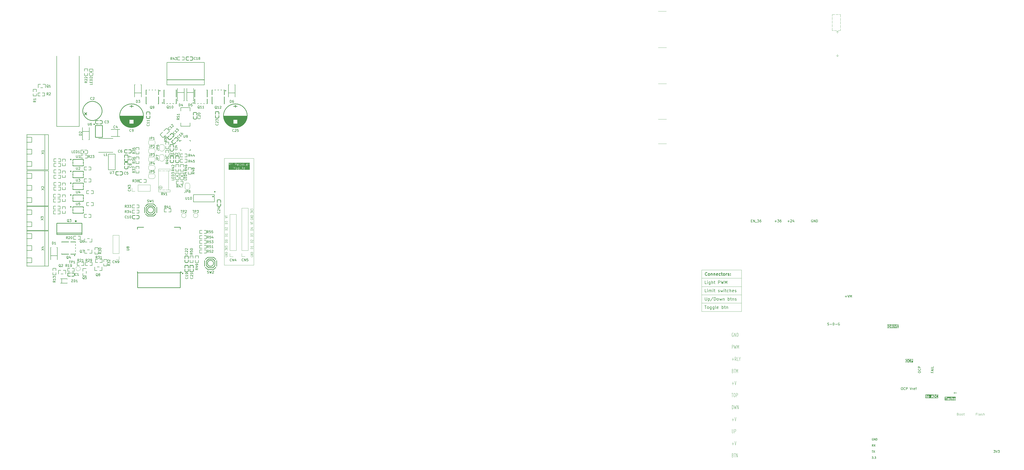
<source format=gbr>
%TF.GenerationSoftware,KiCad,Pcbnew,9.0.0*%
%TF.CreationDate,2025-03-04T23:32:21+01:00*%
%TF.ProjectId,garage-door-controller,67617261-6765-42d6-946f-6f722d636f6e,rev?*%
%TF.SameCoordinates,Original*%
%TF.FileFunction,Legend,Top*%
%TF.FilePolarity,Positive*%
%FSLAX46Y46*%
G04 Gerber Fmt 4.6, Leading zero omitted, Abs format (unit mm)*
G04 Created by KiCad (PCBNEW 9.0.0) date 2025-03-04 23:32:21*
%MOMM*%
%LPD*%
G01*
G04 APERTURE LIST*
G04 Aperture macros list*
%AMRotRect*
0 Rectangle, with rotation*
0 The origin of the aperture is its center*
0 $1 length*
0 $2 width*
0 $3 Rotation angle, in degrees counterclockwise*
0 Add horizontal line*
21,1,$1,$2,0,0,$3*%
%AMFreePoly0*
4,1,23,0.500000,-0.750000,0.000000,-0.750000,0.000000,-0.745722,-0.065263,-0.745722,-0.191342,-0.711940,-0.304381,-0.646677,-0.396677,-0.554381,-0.461940,-0.441342,-0.495722,-0.315263,-0.495722,-0.250000,-0.500000,-0.250000,-0.500000,0.250000,-0.495722,0.250000,-0.495722,0.315263,-0.461940,0.441342,-0.396677,0.554381,-0.304381,0.646677,-0.191342,0.711940,-0.065263,0.745722,0.000000,0.745722,
0.000000,0.750000,0.500000,0.750000,0.500000,-0.750000,0.500000,-0.750000,$1*%
%AMFreePoly1*
4,1,23,0.000000,0.745722,0.065263,0.745722,0.191342,0.711940,0.304381,0.646677,0.396677,0.554381,0.461940,0.441342,0.495722,0.315263,0.495722,0.250000,0.500000,0.250000,0.500000,-0.250000,0.495722,-0.250000,0.495722,-0.315263,0.461940,-0.441342,0.396677,-0.554381,0.304381,-0.646677,0.191342,-0.711940,0.065263,-0.745722,0.000000,-0.745722,0.000000,-0.750000,-0.500000,-0.750000,
-0.500000,0.750000,0.000000,0.750000,0.000000,0.745722,0.000000,0.745722,$1*%
G04 Aperture macros list end*
%ADD10C,0.100000*%
%ADD11C,0.125000*%
%ADD12C,0.150000*%
%ADD13C,0.250000*%
%ADD14C,0.187500*%
%ADD15C,0.254000*%
%ADD16C,0.158750*%
%ADD17C,0.120000*%
%ADD18C,0.500000*%
%ADD19C,0.000000*%
%ADD20C,0.300000*%
%ADD21C,0.200000*%
%ADD22C,0.400000*%
%ADD23R,1.700000X1.700000*%
%ADD24O,1.700000X1.700000*%
%ADD25R,0.860000X0.810000*%
%ADD26R,0.810000X0.860000*%
%ADD27R,3.460000X1.280000*%
%ADD28C,1.500000*%
%ADD29R,1.510000X2.380000*%
%ADD30R,0.580000X1.080000*%
%ADD31R,0.950000X0.500000*%
%ADD32R,4.600000X4.100000*%
%ADD33R,1.100000X1.200000*%
%ADD34RotRect,1.410000X1.350000X45.000000*%
%ADD35R,0.800000X0.900000*%
%ADD36R,1.000000X0.750000*%
%ADD37C,1.600000*%
%ADD38R,1.600000X1.600000*%
%ADD39R,2.000000X2.000000*%
%ADD40R,0.900000X0.800000*%
%ADD41R,0.700000X1.250000*%
%ADD42FreePoly0,0.000000*%
%ADD43FreePoly1,0.000000*%
%ADD44R,0.800000X0.800000*%
%ADD45R,1.250000X0.700000*%
%ADD46R,1.080000X0.580000*%
%ADD47R,0.500000X0.950000*%
%ADD48R,4.100000X4.600000*%
%ADD49O,0.570000X2.040000*%
%ADD50FreePoly0,270.000000*%
%ADD51FreePoly1,270.000000*%
%ADD52C,5.600000*%
%ADD53O,1.710000X0.560000*%
%ADD54RotRect,0.800000X0.900000X225.000000*%
%ADD55R,0.800000X0.300000*%
%ADD56R,0.300000X0.800000*%
%ADD57R,2.800000X2.800000*%
%ADD58R,2.500000X1.100000*%
%ADD59R,2.340000X3.600000*%
%ADD60R,2.100000X0.950000*%
%ADD61R,0.950000X2.100000*%
%ADD62R,0.900000X0.900000*%
%ADD63C,2.000000*%
%ADD64FreePoly0,90.000000*%
%ADD65FreePoly1,90.000000*%
%ADD66R,2.500000X2.500000*%
%ADD67C,2.500000*%
%ADD68C,2.600000*%
%ADD69C,1.520000*%
%ADD70R,3.000000X5.500000*%
%ADD71O,1.950000X0.570000*%
%ADD72R,1.800000X2.600000*%
%ADD73O,1.800000X2.600000*%
%ADD74RotRect,0.800000X0.900000X45.000000*%
G04 APERTURE END LIST*
D10*
X393200000Y-51000000D02*
X393200000Y-52000000D01*
X393200000Y-41250000D02*
X392700000Y-41750000D01*
X393200000Y-41250000D02*
X393700000Y-41750000D01*
X317700000Y-88750000D02*
X321200000Y-88750000D01*
X393700000Y-51500000D02*
X393200000Y-52000000D01*
X135000000Y-95000000D02*
X147500000Y-95000000D01*
X147500000Y-140000000D01*
X135000000Y-140000000D01*
X135000000Y-95000000D01*
X392700000Y-51500000D02*
X393200000Y-52000000D01*
X390950000Y-34250000D02*
X392050000Y-34250000D01*
X392450000Y-34250000D02*
X393550000Y-34250000D01*
X393950000Y-34250000D02*
X394450000Y-34250000D01*
X394450000Y-34250000D02*
X394450000Y-35350000D01*
X394450000Y-35750000D02*
X394450000Y-36850000D01*
X394450000Y-37250000D02*
X394450000Y-38350000D01*
X394450000Y-38750000D02*
X394450000Y-39850000D01*
X394450000Y-40250000D02*
X394450000Y-41000000D01*
X394450000Y-41000000D02*
X393350000Y-41000000D01*
X392950000Y-41000000D02*
X391850000Y-41000000D01*
X391450000Y-41000000D02*
X390950000Y-41000000D01*
X390950000Y-41000000D02*
X390950000Y-39900000D01*
X390950000Y-39500000D02*
X390950000Y-38400000D01*
X390950000Y-38000000D02*
X390950000Y-36900000D01*
X390950000Y-36500000D02*
X390950000Y-35400000D01*
X390950000Y-35000000D02*
X390950000Y-34250000D01*
X317700000Y-78500000D02*
X321200000Y-78500000D01*
X317700000Y-48250000D02*
X321200000Y-48250000D01*
X317700000Y-63500000D02*
X321200000Y-63500000D01*
X393200000Y-41250000D02*
X393200000Y-42250000D01*
X317750000Y-32950000D02*
X321150000Y-32950000D01*
D11*
X349294140Y-168671136D02*
X349198902Y-168595898D01*
X349198902Y-168595898D02*
X349056045Y-168595898D01*
X349056045Y-168595898D02*
X348913188Y-168671136D01*
X348913188Y-168671136D02*
X348817950Y-168821612D01*
X348817950Y-168821612D02*
X348770331Y-168972088D01*
X348770331Y-168972088D02*
X348722712Y-169273040D01*
X348722712Y-169273040D02*
X348722712Y-169498755D01*
X348722712Y-169498755D02*
X348770331Y-169799707D01*
X348770331Y-169799707D02*
X348817950Y-169950183D01*
X348817950Y-169950183D02*
X348913188Y-170100660D01*
X348913188Y-170100660D02*
X349056045Y-170175898D01*
X349056045Y-170175898D02*
X349151283Y-170175898D01*
X349151283Y-170175898D02*
X349294140Y-170100660D01*
X349294140Y-170100660D02*
X349341759Y-170025421D01*
X349341759Y-170025421D02*
X349341759Y-169498755D01*
X349341759Y-169498755D02*
X349151283Y-169498755D01*
X349770331Y-170175898D02*
X349770331Y-168595898D01*
X349770331Y-168595898D02*
X350341759Y-170175898D01*
X350341759Y-170175898D02*
X350341759Y-168595898D01*
X350817950Y-170175898D02*
X350817950Y-168595898D01*
X350817950Y-168595898D02*
X351056045Y-168595898D01*
X351056045Y-168595898D02*
X351198902Y-168671136D01*
X351198902Y-168671136D02*
X351294140Y-168821612D01*
X351294140Y-168821612D02*
X351341759Y-168972088D01*
X351341759Y-168972088D02*
X351389378Y-169273040D01*
X351389378Y-169273040D02*
X351389378Y-169498755D01*
X351389378Y-169498755D02*
X351341759Y-169799707D01*
X351341759Y-169799707D02*
X351294140Y-169950183D01*
X351294140Y-169950183D02*
X351198902Y-170100660D01*
X351198902Y-170100660D02*
X351056045Y-170175898D01*
X351056045Y-170175898D02*
X350817950Y-170175898D01*
X348770331Y-175263322D02*
X348770331Y-173683322D01*
X348770331Y-173683322D02*
X349151283Y-173683322D01*
X349151283Y-173683322D02*
X349246521Y-173758560D01*
X349246521Y-173758560D02*
X349294140Y-173833798D01*
X349294140Y-173833798D02*
X349341759Y-173984274D01*
X349341759Y-173984274D02*
X349341759Y-174209988D01*
X349341759Y-174209988D02*
X349294140Y-174360464D01*
X349294140Y-174360464D02*
X349246521Y-174435703D01*
X349246521Y-174435703D02*
X349151283Y-174510941D01*
X349151283Y-174510941D02*
X348770331Y-174510941D01*
X349675093Y-173683322D02*
X349913188Y-175263322D01*
X349913188Y-175263322D02*
X350103664Y-174134750D01*
X350103664Y-174134750D02*
X350294140Y-175263322D01*
X350294140Y-175263322D02*
X350532236Y-173683322D01*
X350913188Y-175263322D02*
X350913188Y-173683322D01*
X350913188Y-173683322D02*
X351246521Y-174811893D01*
X351246521Y-174811893D02*
X351579854Y-173683322D01*
X351579854Y-173683322D02*
X351579854Y-175263322D01*
X348770331Y-179748841D02*
X349532236Y-179748841D01*
X349151283Y-180350746D02*
X349151283Y-179146936D01*
X350579854Y-180350746D02*
X350246521Y-179598365D01*
X350008426Y-180350746D02*
X350008426Y-178770746D01*
X350008426Y-178770746D02*
X350389378Y-178770746D01*
X350389378Y-178770746D02*
X350484616Y-178845984D01*
X350484616Y-178845984D02*
X350532235Y-178921222D01*
X350532235Y-178921222D02*
X350579854Y-179071698D01*
X350579854Y-179071698D02*
X350579854Y-179297412D01*
X350579854Y-179297412D02*
X350532235Y-179447888D01*
X350532235Y-179447888D02*
X350484616Y-179523127D01*
X350484616Y-179523127D02*
X350389378Y-179598365D01*
X350389378Y-179598365D02*
X350008426Y-179598365D01*
X351484616Y-180350746D02*
X351008426Y-180350746D01*
X351008426Y-180350746D02*
X351008426Y-178770746D01*
X352008426Y-179598365D02*
X352008426Y-180350746D01*
X351675093Y-178770746D02*
X352008426Y-179598365D01*
X352008426Y-179598365D02*
X352341759Y-178770746D01*
X349103664Y-184610551D02*
X349246521Y-184685789D01*
X349246521Y-184685789D02*
X349294140Y-184761027D01*
X349294140Y-184761027D02*
X349341759Y-184911503D01*
X349341759Y-184911503D02*
X349341759Y-185137217D01*
X349341759Y-185137217D02*
X349294140Y-185287693D01*
X349294140Y-185287693D02*
X349246521Y-185362932D01*
X349246521Y-185362932D02*
X349151283Y-185438170D01*
X349151283Y-185438170D02*
X348770331Y-185438170D01*
X348770331Y-185438170D02*
X348770331Y-183858170D01*
X348770331Y-183858170D02*
X349103664Y-183858170D01*
X349103664Y-183858170D02*
X349198902Y-183933408D01*
X349198902Y-183933408D02*
X349246521Y-184008646D01*
X349246521Y-184008646D02*
X349294140Y-184159122D01*
X349294140Y-184159122D02*
X349294140Y-184309598D01*
X349294140Y-184309598D02*
X349246521Y-184460074D01*
X349246521Y-184460074D02*
X349198902Y-184535312D01*
X349198902Y-184535312D02*
X349103664Y-184610551D01*
X349103664Y-184610551D02*
X348770331Y-184610551D01*
X349627474Y-183858170D02*
X350198902Y-183858170D01*
X349913188Y-185438170D02*
X349913188Y-183858170D01*
X350532236Y-185438170D02*
X350532236Y-183858170D01*
X350532236Y-183858170D02*
X350865569Y-184986741D01*
X350865569Y-184986741D02*
X351198902Y-183858170D01*
X351198902Y-183858170D02*
X351198902Y-185438170D01*
X348770331Y-189923689D02*
X349532236Y-189923689D01*
X349151283Y-190525594D02*
X349151283Y-189321784D01*
X349865569Y-188945594D02*
X350198902Y-190525594D01*
X350198902Y-190525594D02*
X350532235Y-188945594D01*
X348627474Y-194033018D02*
X349198902Y-194033018D01*
X348913188Y-195613018D02*
X348913188Y-194033018D01*
X349722712Y-194033018D02*
X349913188Y-194033018D01*
X349913188Y-194033018D02*
X350008426Y-194108256D01*
X350008426Y-194108256D02*
X350103664Y-194258732D01*
X350103664Y-194258732D02*
X350151283Y-194559684D01*
X350151283Y-194559684D02*
X350151283Y-195086351D01*
X350151283Y-195086351D02*
X350103664Y-195387303D01*
X350103664Y-195387303D02*
X350008426Y-195537780D01*
X350008426Y-195537780D02*
X349913188Y-195613018D01*
X349913188Y-195613018D02*
X349722712Y-195613018D01*
X349722712Y-195613018D02*
X349627474Y-195537780D01*
X349627474Y-195537780D02*
X349532236Y-195387303D01*
X349532236Y-195387303D02*
X349484617Y-195086351D01*
X349484617Y-195086351D02*
X349484617Y-194559684D01*
X349484617Y-194559684D02*
X349532236Y-194258732D01*
X349532236Y-194258732D02*
X349627474Y-194108256D01*
X349627474Y-194108256D02*
X349722712Y-194033018D01*
X350579855Y-195613018D02*
X350579855Y-194033018D01*
X350579855Y-194033018D02*
X350960807Y-194033018D01*
X350960807Y-194033018D02*
X351056045Y-194108256D01*
X351056045Y-194108256D02*
X351103664Y-194183494D01*
X351103664Y-194183494D02*
X351151283Y-194333970D01*
X351151283Y-194333970D02*
X351151283Y-194559684D01*
X351151283Y-194559684D02*
X351103664Y-194710160D01*
X351103664Y-194710160D02*
X351056045Y-194785399D01*
X351056045Y-194785399D02*
X350960807Y-194860637D01*
X350960807Y-194860637D02*
X350579855Y-194860637D01*
X348770331Y-200700442D02*
X348770331Y-199120442D01*
X348770331Y-199120442D02*
X349008426Y-199120442D01*
X349008426Y-199120442D02*
X349151283Y-199195680D01*
X349151283Y-199195680D02*
X349246521Y-199346156D01*
X349246521Y-199346156D02*
X349294140Y-199496632D01*
X349294140Y-199496632D02*
X349341759Y-199797584D01*
X349341759Y-199797584D02*
X349341759Y-200023299D01*
X349341759Y-200023299D02*
X349294140Y-200324251D01*
X349294140Y-200324251D02*
X349246521Y-200474727D01*
X349246521Y-200474727D02*
X349151283Y-200625204D01*
X349151283Y-200625204D02*
X349008426Y-200700442D01*
X349008426Y-200700442D02*
X348770331Y-200700442D01*
X349675093Y-199120442D02*
X349913188Y-200700442D01*
X349913188Y-200700442D02*
X350103664Y-199571870D01*
X350103664Y-199571870D02*
X350294140Y-200700442D01*
X350294140Y-200700442D02*
X350532236Y-199120442D01*
X350913188Y-200700442D02*
X350913188Y-199120442D01*
X350913188Y-199120442D02*
X351484616Y-200700442D01*
X351484616Y-200700442D02*
X351484616Y-199120442D01*
X348770331Y-205185961D02*
X349532236Y-205185961D01*
X349151283Y-205787866D02*
X349151283Y-204584056D01*
X349865569Y-204207866D02*
X350198902Y-205787866D01*
X350198902Y-205787866D02*
X350532235Y-204207866D01*
X348770331Y-209295290D02*
X348770331Y-210574337D01*
X348770331Y-210574337D02*
X348817950Y-210724813D01*
X348817950Y-210724813D02*
X348865569Y-210800052D01*
X348865569Y-210800052D02*
X348960807Y-210875290D01*
X348960807Y-210875290D02*
X349151283Y-210875290D01*
X349151283Y-210875290D02*
X349246521Y-210800052D01*
X349246521Y-210800052D02*
X349294140Y-210724813D01*
X349294140Y-210724813D02*
X349341759Y-210574337D01*
X349341759Y-210574337D02*
X349341759Y-209295290D01*
X349817950Y-210875290D02*
X349817950Y-209295290D01*
X349817950Y-209295290D02*
X350198902Y-209295290D01*
X350198902Y-209295290D02*
X350294140Y-209370528D01*
X350294140Y-209370528D02*
X350341759Y-209445766D01*
X350341759Y-209445766D02*
X350389378Y-209596242D01*
X350389378Y-209596242D02*
X350389378Y-209821956D01*
X350389378Y-209821956D02*
X350341759Y-209972432D01*
X350341759Y-209972432D02*
X350294140Y-210047671D01*
X350294140Y-210047671D02*
X350198902Y-210122909D01*
X350198902Y-210122909D02*
X349817950Y-210122909D01*
X348770331Y-215360809D02*
X349532236Y-215360809D01*
X349151283Y-215962714D02*
X349151283Y-214758904D01*
X349865569Y-214382714D02*
X350198902Y-215962714D01*
X350198902Y-215962714D02*
X350532235Y-214382714D01*
X349103664Y-220222519D02*
X349246521Y-220297757D01*
X349246521Y-220297757D02*
X349294140Y-220372995D01*
X349294140Y-220372995D02*
X349341759Y-220523471D01*
X349341759Y-220523471D02*
X349341759Y-220749185D01*
X349341759Y-220749185D02*
X349294140Y-220899661D01*
X349294140Y-220899661D02*
X349246521Y-220974900D01*
X349246521Y-220974900D02*
X349151283Y-221050138D01*
X349151283Y-221050138D02*
X348770331Y-221050138D01*
X348770331Y-221050138D02*
X348770331Y-219470138D01*
X348770331Y-219470138D02*
X349103664Y-219470138D01*
X349103664Y-219470138D02*
X349198902Y-219545376D01*
X349198902Y-219545376D02*
X349246521Y-219620614D01*
X349246521Y-219620614D02*
X349294140Y-219771090D01*
X349294140Y-219771090D02*
X349294140Y-219921566D01*
X349294140Y-219921566D02*
X349246521Y-220072042D01*
X349246521Y-220072042D02*
X349198902Y-220147280D01*
X349198902Y-220147280D02*
X349103664Y-220222519D01*
X349103664Y-220222519D02*
X348770331Y-220222519D01*
X349627474Y-219470138D02*
X350198902Y-219470138D01*
X349913188Y-221050138D02*
X349913188Y-219470138D01*
X350532236Y-221050138D02*
X350532236Y-219470138D01*
X350532236Y-219470138D02*
X351103664Y-221050138D01*
X351103664Y-221050138D02*
X351103664Y-219470138D01*
D12*
X442369819Y-194215350D02*
X442369819Y-193643922D01*
X443369819Y-193929636D02*
X442369819Y-193929636D01*
D13*
G36*
X431530904Y-195348302D02*
G01*
X431549836Y-195367235D01*
X431575187Y-195417936D01*
X431575187Y-195644633D01*
X431549835Y-195695336D01*
X431530904Y-195714268D01*
X431480203Y-195739619D01*
X431396363Y-195739619D01*
X431345661Y-195714268D01*
X431326729Y-195695336D01*
X431301378Y-195644634D01*
X431301378Y-195417936D01*
X431326728Y-195367234D01*
X431345661Y-195348302D01*
X431396363Y-195322952D01*
X431480203Y-195322952D01*
X431530904Y-195348302D01*
G37*
G36*
X434061236Y-195021491D02*
G01*
X434121264Y-195081519D01*
X434153675Y-195146342D01*
X434194235Y-195308579D01*
X434194235Y-195420658D01*
X434153675Y-195582894D01*
X434121265Y-195647715D01*
X434061235Y-195707746D01*
X433965619Y-195739619D01*
X433872807Y-195739619D01*
X433872807Y-194989619D01*
X433965619Y-194989619D01*
X434061236Y-195021491D01*
G37*
G36*
X433145807Y-195453904D02*
G01*
X433016473Y-195453904D01*
X433081139Y-195259903D01*
X433145807Y-195453904D01*
G37*
G36*
X435566833Y-196114619D02*
G01*
X430262113Y-196114619D01*
X430262113Y-195173566D01*
X430387113Y-195173566D01*
X430387113Y-195222338D01*
X430405777Y-195267398D01*
X430440265Y-195301886D01*
X430485325Y-195320550D01*
X430509711Y-195322952D01*
X430527568Y-195322952D01*
X430527568Y-195721761D01*
X430529970Y-195746147D01*
X430531688Y-195750296D01*
X430532007Y-195754776D01*
X430540764Y-195777662D01*
X430588383Y-195872901D01*
X430590950Y-195876979D01*
X430591592Y-195878904D01*
X430593670Y-195881300D01*
X430601437Y-195893638D01*
X430613279Y-195903909D01*
X430623548Y-195915749D01*
X430635881Y-195923513D01*
X430638282Y-195925595D01*
X430640209Y-195926237D01*
X430644285Y-195928803D01*
X430739523Y-195976422D01*
X430762409Y-195985180D01*
X430766889Y-195985498D01*
X430771039Y-195987217D01*
X430795425Y-195989619D01*
X430890663Y-195989619D01*
X430915049Y-195987217D01*
X430960109Y-195968553D01*
X430994597Y-195934065D01*
X431013261Y-195889005D01*
X431013261Y-195840233D01*
X430994597Y-195795173D01*
X430960109Y-195760685D01*
X430915049Y-195742021D01*
X430890663Y-195739619D01*
X430824934Y-195739619D01*
X430793357Y-195723830D01*
X430777568Y-195692252D01*
X430777568Y-195388428D01*
X431051378Y-195388428D01*
X431051378Y-195674142D01*
X431053780Y-195698528D01*
X431055498Y-195702676D01*
X431055817Y-195707158D01*
X431064575Y-195730044D01*
X431112193Y-195825281D01*
X431118800Y-195835777D01*
X431120063Y-195838825D01*
X431122880Y-195842258D01*
X431125248Y-195846019D01*
X431127742Y-195848182D01*
X431135608Y-195857767D01*
X431183227Y-195905387D01*
X431192815Y-195913256D01*
X431194977Y-195915749D01*
X431198731Y-195918112D01*
X431202168Y-195920933D01*
X431205221Y-195922197D01*
X431215714Y-195928803D01*
X431310952Y-195976422D01*
X431333838Y-195985180D01*
X431338318Y-195985498D01*
X431342468Y-195987217D01*
X431366854Y-195989619D01*
X431509711Y-195989619D01*
X431534097Y-195987217D01*
X431538245Y-195985498D01*
X431542727Y-195985180D01*
X431565613Y-195976422D01*
X431660850Y-195928804D01*
X431671346Y-195922196D01*
X431674396Y-195920933D01*
X431677829Y-195918114D01*
X431681588Y-195915749D01*
X431683750Y-195913255D01*
X431693338Y-195905387D01*
X431740957Y-195857768D01*
X431748163Y-195848985D01*
X432623789Y-195848985D01*
X432627246Y-195897634D01*
X432649058Y-195941259D01*
X432685904Y-195973214D01*
X432732173Y-195988637D01*
X432780822Y-195985180D01*
X432824447Y-195963368D01*
X432856402Y-195926522D01*
X432866392Y-195904147D01*
X432933140Y-195703904D01*
X433229140Y-195703904D01*
X433295887Y-195904147D01*
X433305878Y-195926522D01*
X433337833Y-195963368D01*
X433381457Y-195985180D01*
X433430107Y-195988637D01*
X433476376Y-195973214D01*
X433513222Y-195941258D01*
X433535034Y-195897634D01*
X433538491Y-195848984D01*
X433533058Y-195825090D01*
X433212901Y-194864619D01*
X433622807Y-194864619D01*
X433622807Y-195864619D01*
X433625209Y-195889005D01*
X433643873Y-195934065D01*
X433678361Y-195968553D01*
X433723421Y-195987217D01*
X433747807Y-195989619D01*
X433985902Y-195989619D01*
X433998245Y-195988403D01*
X434001536Y-195988637D01*
X434005865Y-195987652D01*
X434010288Y-195987217D01*
X434013339Y-195985953D01*
X434025430Y-195983204D01*
X434168287Y-195935586D01*
X434190662Y-195925595D01*
X434194054Y-195922652D01*
X434198206Y-195920933D01*
X434217148Y-195905388D01*
X434312386Y-195810149D01*
X434320254Y-195800560D01*
X434322746Y-195798400D01*
X434325110Y-195794643D01*
X434327931Y-195791207D01*
X434329195Y-195788155D01*
X434335800Y-195777663D01*
X434383419Y-195682425D01*
X434384102Y-195680639D01*
X434384639Y-195679915D01*
X434388294Y-195669685D01*
X434392177Y-195659539D01*
X434392240Y-195658639D01*
X434392884Y-195656840D01*
X434440503Y-195466364D01*
X434441128Y-195462134D01*
X434441833Y-195460433D01*
X434442737Y-195451253D01*
X434444087Y-195442124D01*
X434443815Y-195440301D01*
X434444235Y-195436047D01*
X434444235Y-195293190D01*
X434575188Y-195293190D01*
X434575188Y-195436047D01*
X434575607Y-195440301D01*
X434575336Y-195442123D01*
X434576685Y-195451251D01*
X434577590Y-195460433D01*
X434578294Y-195462134D01*
X434578920Y-195466364D01*
X434626539Y-195656840D01*
X434627182Y-195658639D01*
X434627246Y-195659539D01*
X434631128Y-195669685D01*
X434634784Y-195679915D01*
X434635320Y-195680639D01*
X434636004Y-195682425D01*
X434683622Y-195777662D01*
X434690228Y-195788156D01*
X434691492Y-195791207D01*
X434694312Y-195794643D01*
X434696677Y-195798400D01*
X434699168Y-195800560D01*
X434707037Y-195810149D01*
X434802275Y-195905388D01*
X434821217Y-195920933D01*
X434825368Y-195922652D01*
X434828761Y-195925595D01*
X434851136Y-195935585D01*
X434993992Y-195983204D01*
X435006085Y-195985953D01*
X435009135Y-195987217D01*
X435013556Y-195987652D01*
X435017886Y-195988637D01*
X435021177Y-195988403D01*
X435033521Y-195989619D01*
X435128759Y-195989619D01*
X435141102Y-195988403D01*
X435144393Y-195988637D01*
X435148722Y-195987652D01*
X435153145Y-195987217D01*
X435156196Y-195985953D01*
X435168287Y-195983204D01*
X435311144Y-195935586D01*
X435333519Y-195925595D01*
X435336911Y-195922652D01*
X435341063Y-195920933D01*
X435360005Y-195905387D01*
X435407624Y-195857768D01*
X435423169Y-195838825D01*
X435441833Y-195793766D01*
X435441833Y-195744992D01*
X435423168Y-195699933D01*
X435388680Y-195665446D01*
X435343620Y-195646782D01*
X435294847Y-195646782D01*
X435249787Y-195665447D01*
X435230846Y-195680993D01*
X435204093Y-195707746D01*
X435108476Y-195739619D01*
X435053807Y-195739619D01*
X434958188Y-195707746D01*
X434898157Y-195647715D01*
X434865747Y-195582896D01*
X434825188Y-195420658D01*
X434825188Y-195308579D01*
X434865747Y-195146341D01*
X434898158Y-195081520D01*
X434958186Y-195021491D01*
X435053807Y-194989619D01*
X435108476Y-194989619D01*
X435204093Y-195021491D01*
X435230846Y-195048245D01*
X435249788Y-195063790D01*
X435294848Y-195082455D01*
X435343621Y-195082455D01*
X435388681Y-195063790D01*
X435423168Y-195029303D01*
X435441833Y-194984243D01*
X435441833Y-194935470D01*
X435423168Y-194890410D01*
X435407623Y-194871468D01*
X435360004Y-194823850D01*
X435341062Y-194808305D01*
X435336912Y-194806586D01*
X435333519Y-194803643D01*
X435311144Y-194793652D01*
X435168287Y-194746034D01*
X435156196Y-194743284D01*
X435153145Y-194742021D01*
X435148722Y-194741585D01*
X435144393Y-194740601D01*
X435141102Y-194740834D01*
X435128759Y-194739619D01*
X435033521Y-194739619D01*
X435021177Y-194740834D01*
X435017886Y-194740601D01*
X435013556Y-194741585D01*
X435009135Y-194742021D01*
X435006085Y-194743284D01*
X434993992Y-194746034D01*
X434851136Y-194793653D01*
X434828761Y-194803643D01*
X434825367Y-194806586D01*
X434821218Y-194808305D01*
X434802276Y-194823850D01*
X434707038Y-194919088D01*
X434699171Y-194928673D01*
X434696677Y-194930837D01*
X434694308Y-194934598D01*
X434691493Y-194938030D01*
X434690231Y-194941076D01*
X434683622Y-194951575D01*
X434636004Y-195046812D01*
X434635320Y-195048597D01*
X434634784Y-195049322D01*
X434631128Y-195059551D01*
X434627246Y-195069698D01*
X434627182Y-195070597D01*
X434626539Y-195072397D01*
X434578920Y-195262873D01*
X434578294Y-195267102D01*
X434577590Y-195268804D01*
X434576685Y-195277985D01*
X434575336Y-195287114D01*
X434575607Y-195288935D01*
X434575188Y-195293190D01*
X434444235Y-195293190D01*
X434443815Y-195288935D01*
X434444087Y-195287113D01*
X434442737Y-195277983D01*
X434441833Y-195268804D01*
X434441128Y-195267102D01*
X434440503Y-195262873D01*
X434392884Y-195072397D01*
X434392240Y-195070597D01*
X434392177Y-195069698D01*
X434388294Y-195059551D01*
X434384639Y-195049322D01*
X434384102Y-195048597D01*
X434383419Y-195046812D01*
X434335800Y-194951574D01*
X434329192Y-194941077D01*
X434327930Y-194938030D01*
X434325113Y-194934598D01*
X434322746Y-194930837D01*
X434320251Y-194928673D01*
X434312385Y-194919088D01*
X434217147Y-194823850D01*
X434198205Y-194808305D01*
X434194055Y-194806586D01*
X434190662Y-194803643D01*
X434168287Y-194793652D01*
X434025430Y-194746034D01*
X434013339Y-194743284D01*
X434010288Y-194742021D01*
X434005865Y-194741585D01*
X434001536Y-194740601D01*
X433998245Y-194740834D01*
X433985902Y-194739619D01*
X433747807Y-194739619D01*
X433723421Y-194742021D01*
X433678361Y-194760685D01*
X433643873Y-194795173D01*
X433625209Y-194840233D01*
X433622807Y-194864619D01*
X433212901Y-194864619D01*
X433199725Y-194825091D01*
X433189735Y-194802716D01*
X433183883Y-194795968D01*
X433179889Y-194787980D01*
X433168051Y-194777713D01*
X433157780Y-194765870D01*
X433149788Y-194761874D01*
X433143043Y-194756024D01*
X433128175Y-194751068D01*
X433114155Y-194744058D01*
X433105245Y-194743424D01*
X433096774Y-194740601D01*
X433081139Y-194741711D01*
X433065506Y-194740601D01*
X433057034Y-194743424D01*
X433048124Y-194744058D01*
X433034102Y-194751069D01*
X433019237Y-194756024D01*
X433012491Y-194761874D01*
X433004500Y-194765870D01*
X432994231Y-194777710D01*
X432982391Y-194787979D01*
X432978395Y-194795969D01*
X432972545Y-194802716D01*
X432962554Y-194825091D01*
X432629222Y-195825091D01*
X432623789Y-195848985D01*
X431748163Y-195848985D01*
X431748824Y-195848180D01*
X431751317Y-195846019D01*
X431753683Y-195842259D01*
X431756502Y-195838825D01*
X431757764Y-195835776D01*
X431764371Y-195825282D01*
X431811990Y-195730044D01*
X431820748Y-195707158D01*
X431821066Y-195702677D01*
X431822785Y-195698528D01*
X431825187Y-195674142D01*
X431825187Y-195388428D01*
X431822785Y-195364042D01*
X431821066Y-195359892D01*
X431820748Y-195355412D01*
X431811990Y-195332526D01*
X431764371Y-195237288D01*
X431757764Y-195226793D01*
X431756501Y-195223743D01*
X431753682Y-195220308D01*
X431751317Y-195216551D01*
X431748825Y-195214389D01*
X431740956Y-195204801D01*
X431693337Y-195157183D01*
X431683751Y-195149316D01*
X431681588Y-195146822D01*
X431677826Y-195144453D01*
X431674395Y-195141638D01*
X431671348Y-195140376D01*
X431660850Y-195133767D01*
X431565613Y-195086149D01*
X431542727Y-195077391D01*
X431538245Y-195077072D01*
X431534097Y-195075354D01*
X431509711Y-195072952D01*
X431366854Y-195072952D01*
X431342468Y-195075354D01*
X431338318Y-195077072D01*
X431333838Y-195077391D01*
X431310952Y-195086149D01*
X431215714Y-195133768D01*
X431205219Y-195140374D01*
X431202169Y-195141638D01*
X431198734Y-195144456D01*
X431194977Y-195146822D01*
X431192815Y-195149313D01*
X431183227Y-195157183D01*
X431135609Y-195204802D01*
X431127742Y-195214387D01*
X431125248Y-195216551D01*
X431122879Y-195220312D01*
X431120064Y-195223744D01*
X431118802Y-195226790D01*
X431112193Y-195237289D01*
X431064575Y-195332526D01*
X431055817Y-195355412D01*
X431055498Y-195359893D01*
X431053780Y-195364042D01*
X431051378Y-195388428D01*
X430777568Y-195388428D01*
X430777568Y-195322952D01*
X430890663Y-195322952D01*
X430915049Y-195320550D01*
X430960109Y-195301886D01*
X430994597Y-195267398D01*
X431013261Y-195222338D01*
X431013261Y-195173566D01*
X430994597Y-195128506D01*
X430960109Y-195094018D01*
X430915049Y-195075354D01*
X430890663Y-195072952D01*
X430777568Y-195072952D01*
X430777568Y-194864619D01*
X430775166Y-194840233D01*
X430756502Y-194795173D01*
X430722014Y-194760685D01*
X430676954Y-194742021D01*
X430628182Y-194742021D01*
X430583122Y-194760685D01*
X430548634Y-194795173D01*
X430529970Y-194840233D01*
X430527568Y-194864619D01*
X430527568Y-195072952D01*
X430509711Y-195072952D01*
X430485325Y-195075354D01*
X430440265Y-195094018D01*
X430405777Y-195128506D01*
X430387113Y-195173566D01*
X430262113Y-195173566D01*
X430262113Y-194614619D01*
X435566833Y-194614619D01*
X435566833Y-196114619D01*
G37*
D14*
X356861450Y-121344059D02*
X357194783Y-121344059D01*
X357337640Y-121867869D02*
X356861450Y-121867869D01*
X356861450Y-121867869D02*
X356861450Y-120867869D01*
X356861450Y-120867869D02*
X357337640Y-120867869D01*
X357766212Y-121867869D02*
X357766212Y-120867869D01*
X357766212Y-120867869D02*
X358337640Y-121867869D01*
X358337640Y-121867869D02*
X358337640Y-120867869D01*
X358575736Y-121963107D02*
X359337640Y-121963107D01*
X359480498Y-120867869D02*
X360099545Y-120867869D01*
X360099545Y-120867869D02*
X359766212Y-121248821D01*
X359766212Y-121248821D02*
X359909069Y-121248821D01*
X359909069Y-121248821D02*
X360004307Y-121296440D01*
X360004307Y-121296440D02*
X360051926Y-121344059D01*
X360051926Y-121344059D02*
X360099545Y-121439297D01*
X360099545Y-121439297D02*
X360099545Y-121677392D01*
X360099545Y-121677392D02*
X360051926Y-121772630D01*
X360051926Y-121772630D02*
X360004307Y-121820250D01*
X360004307Y-121820250D02*
X359909069Y-121867869D01*
X359909069Y-121867869D02*
X359623355Y-121867869D01*
X359623355Y-121867869D02*
X359528117Y-121820250D01*
X359528117Y-121820250D02*
X359480498Y-121772630D01*
X360956688Y-120867869D02*
X360766212Y-120867869D01*
X360766212Y-120867869D02*
X360670974Y-120915488D01*
X360670974Y-120915488D02*
X360623355Y-120963107D01*
X360623355Y-120963107D02*
X360528117Y-121105964D01*
X360528117Y-121105964D02*
X360480498Y-121296440D01*
X360480498Y-121296440D02*
X360480498Y-121677392D01*
X360480498Y-121677392D02*
X360528117Y-121772630D01*
X360528117Y-121772630D02*
X360575736Y-121820250D01*
X360575736Y-121820250D02*
X360670974Y-121867869D01*
X360670974Y-121867869D02*
X360861450Y-121867869D01*
X360861450Y-121867869D02*
X360956688Y-121820250D01*
X360956688Y-121820250D02*
X361004307Y-121772630D01*
X361004307Y-121772630D02*
X361051926Y-121677392D01*
X361051926Y-121677392D02*
X361051926Y-121439297D01*
X361051926Y-121439297D02*
X361004307Y-121344059D01*
X361004307Y-121344059D02*
X360956688Y-121296440D01*
X360956688Y-121296440D02*
X360861450Y-121248821D01*
X360861450Y-121248821D02*
X360670974Y-121248821D01*
X360670974Y-121248821D02*
X360575736Y-121296440D01*
X360575736Y-121296440D02*
X360528117Y-121344059D01*
X360528117Y-121344059D02*
X360480498Y-121439297D01*
X366813833Y-121486916D02*
X367575738Y-121486916D01*
X367194785Y-121867869D02*
X367194785Y-121105964D01*
X367956690Y-120867869D02*
X368575737Y-120867869D01*
X368575737Y-120867869D02*
X368242404Y-121248821D01*
X368242404Y-121248821D02*
X368385261Y-121248821D01*
X368385261Y-121248821D02*
X368480499Y-121296440D01*
X368480499Y-121296440D02*
X368528118Y-121344059D01*
X368528118Y-121344059D02*
X368575737Y-121439297D01*
X368575737Y-121439297D02*
X368575737Y-121677392D01*
X368575737Y-121677392D02*
X368528118Y-121772630D01*
X368528118Y-121772630D02*
X368480499Y-121820250D01*
X368480499Y-121820250D02*
X368385261Y-121867869D01*
X368385261Y-121867869D02*
X368099547Y-121867869D01*
X368099547Y-121867869D02*
X368004309Y-121820250D01*
X368004309Y-121820250D02*
X367956690Y-121772630D01*
X369432880Y-120867869D02*
X369242404Y-120867869D01*
X369242404Y-120867869D02*
X369147166Y-120915488D01*
X369147166Y-120915488D02*
X369099547Y-120963107D01*
X369099547Y-120963107D02*
X369004309Y-121105964D01*
X369004309Y-121105964D02*
X368956690Y-121296440D01*
X368956690Y-121296440D02*
X368956690Y-121677392D01*
X368956690Y-121677392D02*
X369004309Y-121772630D01*
X369004309Y-121772630D02*
X369051928Y-121820250D01*
X369051928Y-121820250D02*
X369147166Y-121867869D01*
X369147166Y-121867869D02*
X369337642Y-121867869D01*
X369337642Y-121867869D02*
X369432880Y-121820250D01*
X369432880Y-121820250D02*
X369480499Y-121772630D01*
X369480499Y-121772630D02*
X369528118Y-121677392D01*
X369528118Y-121677392D02*
X369528118Y-121439297D01*
X369528118Y-121439297D02*
X369480499Y-121344059D01*
X369480499Y-121344059D02*
X369432880Y-121296440D01*
X369432880Y-121296440D02*
X369337642Y-121248821D01*
X369337642Y-121248821D02*
X369147166Y-121248821D01*
X369147166Y-121248821D02*
X369051928Y-121296440D01*
X369051928Y-121296440D02*
X369004309Y-121344059D01*
X369004309Y-121344059D02*
X368956690Y-121439297D01*
X372242405Y-121486916D02*
X373004310Y-121486916D01*
X372623357Y-121867869D02*
X372623357Y-121105964D01*
X373432881Y-120963107D02*
X373480500Y-120915488D01*
X373480500Y-120915488D02*
X373575738Y-120867869D01*
X373575738Y-120867869D02*
X373813833Y-120867869D01*
X373813833Y-120867869D02*
X373909071Y-120915488D01*
X373909071Y-120915488D02*
X373956690Y-120963107D01*
X373956690Y-120963107D02*
X374004309Y-121058345D01*
X374004309Y-121058345D02*
X374004309Y-121153583D01*
X374004309Y-121153583D02*
X373956690Y-121296440D01*
X373956690Y-121296440D02*
X373385262Y-121867869D01*
X373385262Y-121867869D02*
X374004309Y-121867869D01*
X374861452Y-121201202D02*
X374861452Y-121867869D01*
X374623357Y-120820250D02*
X374385262Y-121534535D01*
X374385262Y-121534535D02*
X375004309Y-121534535D01*
X382766216Y-120915488D02*
X382670978Y-120867869D01*
X382670978Y-120867869D02*
X382528121Y-120867869D01*
X382528121Y-120867869D02*
X382385264Y-120915488D01*
X382385264Y-120915488D02*
X382290026Y-121010726D01*
X382290026Y-121010726D02*
X382242407Y-121105964D01*
X382242407Y-121105964D02*
X382194788Y-121296440D01*
X382194788Y-121296440D02*
X382194788Y-121439297D01*
X382194788Y-121439297D02*
X382242407Y-121629773D01*
X382242407Y-121629773D02*
X382290026Y-121725011D01*
X382290026Y-121725011D02*
X382385264Y-121820250D01*
X382385264Y-121820250D02*
X382528121Y-121867869D01*
X382528121Y-121867869D02*
X382623359Y-121867869D01*
X382623359Y-121867869D02*
X382766216Y-121820250D01*
X382766216Y-121820250D02*
X382813835Y-121772630D01*
X382813835Y-121772630D02*
X382813835Y-121439297D01*
X382813835Y-121439297D02*
X382623359Y-121439297D01*
X383242407Y-121867869D02*
X383242407Y-120867869D01*
X383242407Y-120867869D02*
X383813835Y-121867869D01*
X383813835Y-121867869D02*
X383813835Y-120867869D01*
X384290026Y-121867869D02*
X384290026Y-120867869D01*
X384290026Y-120867869D02*
X384528121Y-120867869D01*
X384528121Y-120867869D02*
X384670978Y-120915488D01*
X384670978Y-120915488D02*
X384766216Y-121010726D01*
X384766216Y-121010726D02*
X384813835Y-121105964D01*
X384813835Y-121105964D02*
X384861454Y-121296440D01*
X384861454Y-121296440D02*
X384861454Y-121439297D01*
X384861454Y-121439297D02*
X384813835Y-121629773D01*
X384813835Y-121629773D02*
X384766216Y-121725011D01*
X384766216Y-121725011D02*
X384670978Y-121820250D01*
X384670978Y-121820250D02*
X384528121Y-121867869D01*
X384528121Y-121867869D02*
X384290026Y-121867869D01*
D13*
G36*
X422554714Y-180014970D02*
G01*
X422611125Y-180071381D01*
X422646615Y-180213341D01*
X422646615Y-180515896D01*
X422611125Y-180657855D01*
X422554711Y-180714269D01*
X422504012Y-180739619D01*
X422372553Y-180739619D01*
X422321852Y-180714268D01*
X422265438Y-180657855D01*
X422229949Y-180515896D01*
X422229949Y-180213341D01*
X422265439Y-180071381D01*
X422321849Y-180014970D01*
X422372553Y-179989619D01*
X422504012Y-179989619D01*
X422554714Y-180014970D01*
G37*
G36*
X424602332Y-180014969D02*
G01*
X424621264Y-180033902D01*
X424646615Y-180084603D01*
X424646615Y-180168443D01*
X424621264Y-180219144D01*
X424602332Y-180238077D01*
X424551631Y-180263428D01*
X424325187Y-180263428D01*
X424325187Y-179989619D01*
X424551631Y-179989619D01*
X424602332Y-180014969D01*
G37*
G36*
X425021615Y-181114619D02*
G01*
X421854949Y-181114619D01*
X421854949Y-180197952D01*
X421979949Y-180197952D01*
X421979949Y-180531285D01*
X421980368Y-180535539D01*
X421980097Y-180537361D01*
X421981446Y-180546489D01*
X421982351Y-180555671D01*
X421983055Y-180557372D01*
X421983681Y-180561602D01*
X422031300Y-180752078D01*
X422039545Y-180775153D01*
X422045077Y-180782619D01*
X422048634Y-180791207D01*
X422064179Y-180810149D01*
X422159417Y-180905388D01*
X422169005Y-180913257D01*
X422171167Y-180915749D01*
X422174924Y-180918114D01*
X422178359Y-180920933D01*
X422181409Y-180922196D01*
X422191904Y-180928803D01*
X422287142Y-180976422D01*
X422310028Y-180985180D01*
X422314508Y-180985498D01*
X422318658Y-180987217D01*
X422343044Y-180989619D01*
X422533520Y-180989619D01*
X422557906Y-180987217D01*
X422562054Y-180985498D01*
X422566536Y-180985180D01*
X422589422Y-180976422D01*
X422684659Y-180928804D01*
X422695155Y-180922196D01*
X422698205Y-180920933D01*
X422701639Y-180918114D01*
X422705397Y-180915749D01*
X422707558Y-180913257D01*
X422717147Y-180905388D01*
X422812385Y-180810149D01*
X422827930Y-180791207D01*
X422831487Y-180782618D01*
X422837019Y-180775153D01*
X422845264Y-180752078D01*
X422892883Y-180561602D01*
X422893508Y-180557372D01*
X422894213Y-180555671D01*
X422895117Y-180546491D01*
X422896467Y-180537362D01*
X422896195Y-180535539D01*
X422896615Y-180531285D01*
X422896615Y-180293190D01*
X423027568Y-180293190D01*
X423027568Y-180436047D01*
X423027987Y-180440301D01*
X423027716Y-180442123D01*
X423029065Y-180451251D01*
X423029970Y-180460433D01*
X423030674Y-180462134D01*
X423031300Y-180466364D01*
X423078919Y-180656840D01*
X423079562Y-180658639D01*
X423079626Y-180659539D01*
X423083508Y-180669685D01*
X423087164Y-180679915D01*
X423087700Y-180680639D01*
X423088384Y-180682425D01*
X423136002Y-180777662D01*
X423142608Y-180788156D01*
X423143872Y-180791207D01*
X423146692Y-180794643D01*
X423149057Y-180798400D01*
X423151548Y-180800560D01*
X423159417Y-180810149D01*
X423254655Y-180905388D01*
X423273597Y-180920933D01*
X423277748Y-180922652D01*
X423281141Y-180925595D01*
X423303516Y-180935585D01*
X423446372Y-180983204D01*
X423458465Y-180985953D01*
X423461515Y-180987217D01*
X423465936Y-180987652D01*
X423470266Y-180988637D01*
X423473557Y-180988403D01*
X423485901Y-180989619D01*
X423581139Y-180989619D01*
X423593482Y-180988403D01*
X423596773Y-180988637D01*
X423601102Y-180987652D01*
X423605525Y-180987217D01*
X423608576Y-180985953D01*
X423620667Y-180983204D01*
X423763524Y-180935586D01*
X423785899Y-180925595D01*
X423789291Y-180922652D01*
X423793443Y-180920933D01*
X423812385Y-180905387D01*
X423860004Y-180857768D01*
X423875549Y-180838825D01*
X423894213Y-180793766D01*
X423894213Y-180744992D01*
X423875548Y-180699933D01*
X423841060Y-180665446D01*
X423796000Y-180646782D01*
X423747227Y-180646782D01*
X423702167Y-180665447D01*
X423683226Y-180680993D01*
X423656473Y-180707746D01*
X423560856Y-180739619D01*
X423506187Y-180739619D01*
X423410568Y-180707746D01*
X423350537Y-180647715D01*
X423318127Y-180582896D01*
X423277568Y-180420658D01*
X423277568Y-180308579D01*
X423318127Y-180146341D01*
X423350538Y-180081520D01*
X423410566Y-180021491D01*
X423506187Y-179989619D01*
X423560856Y-179989619D01*
X423656473Y-180021491D01*
X423683226Y-180048245D01*
X423702168Y-180063790D01*
X423747228Y-180082455D01*
X423796001Y-180082455D01*
X423841061Y-180063790D01*
X423875548Y-180029303D01*
X423894213Y-179984243D01*
X423894213Y-179935470D01*
X423875548Y-179890410D01*
X423860003Y-179871468D01*
X423853154Y-179864619D01*
X424075187Y-179864619D01*
X424075187Y-180864619D01*
X424077589Y-180889005D01*
X424096253Y-180934065D01*
X424130741Y-180968553D01*
X424175801Y-180987217D01*
X424224573Y-180987217D01*
X424269633Y-180968553D01*
X424304121Y-180934065D01*
X424322785Y-180889005D01*
X424325187Y-180864619D01*
X424325187Y-180513428D01*
X424581139Y-180513428D01*
X424605525Y-180511026D01*
X424609673Y-180509307D01*
X424614155Y-180508989D01*
X424637041Y-180500231D01*
X424732278Y-180452613D01*
X424742776Y-180446003D01*
X424745823Y-180444742D01*
X424749254Y-180441926D01*
X424753016Y-180439558D01*
X424755179Y-180437063D01*
X424764765Y-180429197D01*
X424812384Y-180381579D01*
X424820253Y-180371990D01*
X424822745Y-180369829D01*
X424825110Y-180366071D01*
X424827929Y-180362637D01*
X424829192Y-180359586D01*
X424835799Y-180349092D01*
X424883418Y-180253854D01*
X424892176Y-180230968D01*
X424892494Y-180226487D01*
X424894213Y-180222338D01*
X424896615Y-180197952D01*
X424896615Y-180055095D01*
X424894213Y-180030709D01*
X424892494Y-180026559D01*
X424892176Y-180022079D01*
X424883418Y-179999193D01*
X424835799Y-179903955D01*
X424829192Y-179893460D01*
X424827929Y-179890410D01*
X424825110Y-179886975D01*
X424822745Y-179883218D01*
X424820253Y-179881056D01*
X424812384Y-179871468D01*
X424764765Y-179823850D01*
X424755179Y-179815983D01*
X424753016Y-179813489D01*
X424749254Y-179811120D01*
X424745823Y-179808305D01*
X424742776Y-179807043D01*
X424732278Y-179800434D01*
X424637041Y-179752816D01*
X424614155Y-179744058D01*
X424609673Y-179743739D01*
X424605525Y-179742021D01*
X424581139Y-179739619D01*
X424200187Y-179739619D01*
X424175801Y-179742021D01*
X424130741Y-179760685D01*
X424096253Y-179795173D01*
X424077589Y-179840233D01*
X424075187Y-179864619D01*
X423853154Y-179864619D01*
X423812384Y-179823850D01*
X423793442Y-179808305D01*
X423789292Y-179806586D01*
X423785899Y-179803643D01*
X423763524Y-179793652D01*
X423620667Y-179746034D01*
X423608576Y-179743284D01*
X423605525Y-179742021D01*
X423601102Y-179741585D01*
X423596773Y-179740601D01*
X423593482Y-179740834D01*
X423581139Y-179739619D01*
X423485901Y-179739619D01*
X423473557Y-179740834D01*
X423470266Y-179740601D01*
X423465936Y-179741585D01*
X423461515Y-179742021D01*
X423458465Y-179743284D01*
X423446372Y-179746034D01*
X423303516Y-179793653D01*
X423281141Y-179803643D01*
X423277747Y-179806586D01*
X423273598Y-179808305D01*
X423254656Y-179823850D01*
X423159418Y-179919088D01*
X423151551Y-179928673D01*
X423149057Y-179930837D01*
X423146688Y-179934598D01*
X423143873Y-179938030D01*
X423142611Y-179941076D01*
X423136002Y-179951575D01*
X423088384Y-180046812D01*
X423087700Y-180048597D01*
X423087164Y-180049322D01*
X423083508Y-180059551D01*
X423079626Y-180069698D01*
X423079562Y-180070597D01*
X423078919Y-180072397D01*
X423031300Y-180262873D01*
X423030674Y-180267102D01*
X423029970Y-180268804D01*
X423029065Y-180277985D01*
X423027716Y-180287114D01*
X423027987Y-180288935D01*
X423027568Y-180293190D01*
X422896615Y-180293190D01*
X422896615Y-180197952D01*
X422896195Y-180193697D01*
X422896467Y-180191875D01*
X422895117Y-180182745D01*
X422894213Y-180173566D01*
X422893508Y-180171864D01*
X422892883Y-180167635D01*
X422845264Y-179977159D01*
X422837019Y-179954084D01*
X422831485Y-179946615D01*
X422827929Y-179938030D01*
X422812384Y-179919088D01*
X422717146Y-179823850D01*
X422707560Y-179815983D01*
X422705397Y-179813489D01*
X422701635Y-179811120D01*
X422698204Y-179808305D01*
X422695157Y-179807043D01*
X422684659Y-179800434D01*
X422589422Y-179752816D01*
X422566536Y-179744058D01*
X422562054Y-179743739D01*
X422557906Y-179742021D01*
X422533520Y-179739619D01*
X422343044Y-179739619D01*
X422318658Y-179742021D01*
X422314508Y-179743739D01*
X422310028Y-179744058D01*
X422287142Y-179752816D01*
X422191904Y-179800435D01*
X422181407Y-179807042D01*
X422178360Y-179808305D01*
X422174928Y-179811121D01*
X422171167Y-179813489D01*
X422169003Y-179815983D01*
X422159418Y-179823850D01*
X422064180Y-179919088D01*
X422048635Y-179938030D01*
X422045078Y-179946615D01*
X422039545Y-179954084D01*
X422031300Y-179977159D01*
X421983681Y-180167635D01*
X421983055Y-180171864D01*
X421982351Y-180173566D01*
X421981446Y-180182747D01*
X421980097Y-180191876D01*
X421980368Y-180193697D01*
X421979949Y-180197952D01*
X421854949Y-180197952D01*
X421854949Y-179614619D01*
X425021615Y-179614619D01*
X425021615Y-181114619D01*
G37*
D12*
X427221569Y-185217731D02*
X427221569Y-185027255D01*
X427221569Y-185027255D02*
X427269188Y-184932017D01*
X427269188Y-184932017D02*
X427364426Y-184836779D01*
X427364426Y-184836779D02*
X427554902Y-184789160D01*
X427554902Y-184789160D02*
X427888235Y-184789160D01*
X427888235Y-184789160D02*
X428078711Y-184836779D01*
X428078711Y-184836779D02*
X428173950Y-184932017D01*
X428173950Y-184932017D02*
X428221569Y-185027255D01*
X428221569Y-185027255D02*
X428221569Y-185217731D01*
X428221569Y-185217731D02*
X428173950Y-185312969D01*
X428173950Y-185312969D02*
X428078711Y-185408207D01*
X428078711Y-185408207D02*
X427888235Y-185455826D01*
X427888235Y-185455826D02*
X427554902Y-185455826D01*
X427554902Y-185455826D02*
X427364426Y-185408207D01*
X427364426Y-185408207D02*
X427269188Y-185312969D01*
X427269188Y-185312969D02*
X427221569Y-185217731D01*
X428126330Y-183789160D02*
X428173950Y-183836779D01*
X428173950Y-183836779D02*
X428221569Y-183979636D01*
X428221569Y-183979636D02*
X428221569Y-184074874D01*
X428221569Y-184074874D02*
X428173950Y-184217731D01*
X428173950Y-184217731D02*
X428078711Y-184312969D01*
X428078711Y-184312969D02*
X427983473Y-184360588D01*
X427983473Y-184360588D02*
X427792997Y-184408207D01*
X427792997Y-184408207D02*
X427650140Y-184408207D01*
X427650140Y-184408207D02*
X427459664Y-184360588D01*
X427459664Y-184360588D02*
X427364426Y-184312969D01*
X427364426Y-184312969D02*
X427269188Y-184217731D01*
X427269188Y-184217731D02*
X427221569Y-184074874D01*
X427221569Y-184074874D02*
X427221569Y-183979636D01*
X427221569Y-183979636D02*
X427269188Y-183836779D01*
X427269188Y-183836779D02*
X427316807Y-183789160D01*
X428221569Y-183360588D02*
X427221569Y-183360588D01*
X427221569Y-183360588D02*
X427221569Y-182979636D01*
X427221569Y-182979636D02*
X427269188Y-182884398D01*
X427269188Y-182884398D02*
X427316807Y-182836779D01*
X427316807Y-182836779D02*
X427412045Y-182789160D01*
X427412045Y-182789160D02*
X427554902Y-182789160D01*
X427554902Y-182789160D02*
X427650140Y-182836779D01*
X427650140Y-182836779D02*
X427697759Y-182884398D01*
X427697759Y-182884398D02*
X427745378Y-182979636D01*
X427745378Y-182979636D02*
X427745378Y-183360588D01*
D13*
G36*
X439868044Y-196689619D02*
G01*
X439689220Y-196689619D01*
X439657643Y-196673830D01*
X439641854Y-196642252D01*
X439641854Y-196606031D01*
X439657642Y-196574454D01*
X439689220Y-196558666D01*
X439868044Y-196558666D01*
X439868044Y-196689619D01*
G37*
G36*
X442538047Y-196298302D02*
G01*
X442556979Y-196317235D01*
X442582330Y-196367936D01*
X442582330Y-196594633D01*
X442556978Y-196645336D01*
X442538047Y-196664268D01*
X442487346Y-196689619D01*
X442403506Y-196689619D01*
X442352804Y-196664268D01*
X442333872Y-196645336D01*
X442308521Y-196594634D01*
X442308521Y-196367936D01*
X442333871Y-196317234D01*
X442352804Y-196298302D01*
X442403506Y-196272952D01*
X442487346Y-196272952D01*
X442538047Y-196298302D01*
G37*
G36*
X442957330Y-197064619D02*
G01*
X438412113Y-197064619D01*
X438412113Y-195790233D01*
X438537113Y-195790233D01*
X438537113Y-195839005D01*
X438555777Y-195884065D01*
X438590265Y-195918553D01*
X438635325Y-195937217D01*
X438659711Y-195939619D01*
X438820425Y-195939619D01*
X438820425Y-196814619D01*
X438822827Y-196839005D01*
X438841491Y-196884065D01*
X438875979Y-196918553D01*
X438921039Y-196937217D01*
X438969811Y-196937217D01*
X439014871Y-196918553D01*
X439049359Y-196884065D01*
X439068023Y-196839005D01*
X439070425Y-196814619D01*
X439070425Y-196576523D01*
X439391854Y-196576523D01*
X439391854Y-196671761D01*
X439394256Y-196696147D01*
X439395974Y-196700296D01*
X439396293Y-196704776D01*
X439405050Y-196727662D01*
X439452669Y-196822901D01*
X439455236Y-196826979D01*
X439455878Y-196828904D01*
X439457956Y-196831300D01*
X439465723Y-196843638D01*
X439477565Y-196853909D01*
X439487834Y-196865749D01*
X439500167Y-196873513D01*
X439502568Y-196875595D01*
X439504495Y-196876237D01*
X439508571Y-196878803D01*
X439603809Y-196926422D01*
X439626695Y-196935180D01*
X439631175Y-196935498D01*
X439635325Y-196937217D01*
X439659711Y-196939619D01*
X439897806Y-196939619D01*
X439922192Y-196937217D01*
X439926340Y-196935498D01*
X439930822Y-196935180D01*
X439947932Y-196928632D01*
X439968658Y-196937217D01*
X440017430Y-196937217D01*
X440062490Y-196918553D01*
X440096978Y-196884065D01*
X440115642Y-196839005D01*
X440118044Y-196814619D01*
X440118044Y-196338428D01*
X440296616Y-196338428D01*
X440296616Y-196624142D01*
X440299018Y-196648528D01*
X440300736Y-196652676D01*
X440301055Y-196657158D01*
X440309813Y-196680044D01*
X440357431Y-196775281D01*
X440364038Y-196785777D01*
X440365301Y-196788825D01*
X440368118Y-196792258D01*
X440370486Y-196796019D01*
X440372980Y-196798182D01*
X440380846Y-196807767D01*
X440428465Y-196855387D01*
X440438053Y-196863256D01*
X440440215Y-196865749D01*
X440443969Y-196868112D01*
X440447406Y-196870933D01*
X440450459Y-196872197D01*
X440460952Y-196878803D01*
X440556190Y-196926422D01*
X440579076Y-196935180D01*
X440583556Y-196935498D01*
X440587706Y-196937217D01*
X440612092Y-196939619D01*
X440802568Y-196939619D01*
X440826954Y-196937217D01*
X440831102Y-196935498D01*
X440835584Y-196935180D01*
X440858470Y-196926422D01*
X440953707Y-196878804D01*
X440974445Y-196865749D01*
X441006401Y-196828904D01*
X441021824Y-196782634D01*
X441018366Y-196733984D01*
X440996555Y-196690361D01*
X440959710Y-196658405D01*
X440913439Y-196642982D01*
X440864790Y-196646439D01*
X440841904Y-196655197D01*
X440773060Y-196689619D01*
X440641601Y-196689619D01*
X440590899Y-196664268D01*
X440571967Y-196645336D01*
X440546616Y-196594634D01*
X440546616Y-196367936D01*
X440571966Y-196317234D01*
X440590899Y-196298302D01*
X440641601Y-196272952D01*
X440773060Y-196272952D01*
X440841904Y-196307374D01*
X440864790Y-196316132D01*
X440913439Y-196319589D01*
X440959710Y-196304166D01*
X440996555Y-196272210D01*
X441018366Y-196228587D01*
X441021824Y-196179937D01*
X441006401Y-196133667D01*
X440974445Y-196096822D01*
X440953707Y-196083767D01*
X440858470Y-196036149D01*
X440835584Y-196027391D01*
X440831102Y-196027072D01*
X440826954Y-196025354D01*
X440802568Y-196022952D01*
X440612092Y-196022952D01*
X440587706Y-196025354D01*
X440583556Y-196027072D01*
X440579076Y-196027391D01*
X440556190Y-196036149D01*
X440460952Y-196083768D01*
X440450457Y-196090374D01*
X440447407Y-196091638D01*
X440443972Y-196094456D01*
X440440215Y-196096822D01*
X440438053Y-196099313D01*
X440428465Y-196107183D01*
X440380847Y-196154802D01*
X440372980Y-196164387D01*
X440370486Y-196166551D01*
X440368117Y-196170312D01*
X440365302Y-196173744D01*
X440364040Y-196176790D01*
X440357431Y-196187289D01*
X440309813Y-196282526D01*
X440301055Y-196305412D01*
X440300736Y-196309893D01*
X440299018Y-196314042D01*
X440296616Y-196338428D01*
X440118044Y-196338428D01*
X440118044Y-196290809D01*
X440115642Y-196266423D01*
X440113923Y-196262273D01*
X440113605Y-196257793D01*
X440104847Y-196234907D01*
X440057228Y-196139669D01*
X440054661Y-196135592D01*
X440054020Y-196133667D01*
X440051940Y-196131268D01*
X440044174Y-196118932D01*
X440032333Y-196108662D01*
X440022064Y-196096822D01*
X440009726Y-196089055D01*
X440007329Y-196086976D01*
X440005404Y-196086334D01*
X440001326Y-196083767D01*
X439906089Y-196036149D01*
X439883203Y-196027391D01*
X439878721Y-196027072D01*
X439874573Y-196025354D01*
X439850187Y-196022952D01*
X439659711Y-196022952D01*
X439635325Y-196025354D01*
X439631175Y-196027072D01*
X439626695Y-196027391D01*
X439603809Y-196036149D01*
X439508571Y-196083768D01*
X439487834Y-196096822D01*
X439455878Y-196133667D01*
X439440454Y-196179937D01*
X439443912Y-196228587D01*
X439465724Y-196272210D01*
X439502569Y-196304166D01*
X439548839Y-196319590D01*
X439597489Y-196316132D01*
X439620375Y-196307374D01*
X439689220Y-196272952D01*
X439820679Y-196272952D01*
X439852255Y-196288740D01*
X439862218Y-196308666D01*
X439659711Y-196308666D01*
X439635325Y-196311068D01*
X439631175Y-196312786D01*
X439626695Y-196313105D01*
X439603809Y-196321863D01*
X439508571Y-196369482D01*
X439504494Y-196372048D01*
X439502569Y-196372690D01*
X439500170Y-196374769D01*
X439487834Y-196382536D01*
X439477564Y-196394376D01*
X439465724Y-196404646D01*
X439457957Y-196416983D01*
X439455878Y-196419381D01*
X439455236Y-196421305D01*
X439452669Y-196425384D01*
X439405051Y-196520621D01*
X439396293Y-196543507D01*
X439395974Y-196547988D01*
X439394256Y-196552137D01*
X439391854Y-196576523D01*
X439070425Y-196576523D01*
X439070425Y-195939619D01*
X439231139Y-195939619D01*
X439255525Y-195937217D01*
X439300585Y-195918553D01*
X439335073Y-195884065D01*
X439353737Y-195839005D01*
X439353737Y-195814619D01*
X441201378Y-195814619D01*
X441201378Y-196814619D01*
X441203780Y-196839005D01*
X441222444Y-196884065D01*
X441256932Y-196918553D01*
X441301992Y-196937217D01*
X441350764Y-196937217D01*
X441395824Y-196918553D01*
X441430312Y-196884065D01*
X441448976Y-196839005D01*
X441451378Y-196814619D01*
X441451378Y-196296634D01*
X441498744Y-196272952D01*
X441582584Y-196272952D01*
X441614160Y-196288740D01*
X441629949Y-196320317D01*
X441629949Y-196814619D01*
X441632351Y-196839005D01*
X441651015Y-196884065D01*
X441685503Y-196918553D01*
X441730563Y-196937217D01*
X441779335Y-196937217D01*
X441824395Y-196918553D01*
X441858883Y-196884065D01*
X441877547Y-196839005D01*
X441879949Y-196814619D01*
X441879949Y-196338428D01*
X442058521Y-196338428D01*
X442058521Y-196624142D01*
X442060923Y-196648528D01*
X442062641Y-196652676D01*
X442062960Y-196657158D01*
X442071718Y-196680044D01*
X442119336Y-196775281D01*
X442125943Y-196785777D01*
X442127206Y-196788825D01*
X442130023Y-196792258D01*
X442132391Y-196796019D01*
X442134885Y-196798182D01*
X442142751Y-196807767D01*
X442190370Y-196855387D01*
X442199958Y-196863256D01*
X442202120Y-196865749D01*
X442205874Y-196868112D01*
X442209311Y-196870933D01*
X442212364Y-196872197D01*
X442222857Y-196878803D01*
X442318095Y-196926422D01*
X442340981Y-196935180D01*
X442345461Y-196935498D01*
X442349611Y-196937217D01*
X442373997Y-196939619D01*
X442516854Y-196939619D01*
X442541240Y-196937217D01*
X442545388Y-196935498D01*
X442549870Y-196935180D01*
X442572756Y-196926422D01*
X442667993Y-196878804D01*
X442678489Y-196872196D01*
X442681539Y-196870933D01*
X442684972Y-196868114D01*
X442688731Y-196865749D01*
X442690893Y-196863255D01*
X442700481Y-196855387D01*
X442748100Y-196807768D01*
X442755967Y-196798180D01*
X442758460Y-196796019D01*
X442760826Y-196792259D01*
X442763645Y-196788825D01*
X442764907Y-196785776D01*
X442771514Y-196775282D01*
X442819133Y-196680044D01*
X442827891Y-196657158D01*
X442828209Y-196652677D01*
X442829928Y-196648528D01*
X442832330Y-196624142D01*
X442832330Y-196338428D01*
X442829928Y-196314042D01*
X442828209Y-196309892D01*
X442827891Y-196305412D01*
X442819133Y-196282526D01*
X442771514Y-196187288D01*
X442764907Y-196176793D01*
X442763644Y-196173743D01*
X442760825Y-196170308D01*
X442758460Y-196166551D01*
X442755968Y-196164389D01*
X442748099Y-196154801D01*
X442700480Y-196107183D01*
X442690894Y-196099316D01*
X442688731Y-196096822D01*
X442684969Y-196094453D01*
X442681538Y-196091638D01*
X442678491Y-196090376D01*
X442667993Y-196083767D01*
X442572756Y-196036149D01*
X442549870Y-196027391D01*
X442545388Y-196027072D01*
X442541240Y-196025354D01*
X442516854Y-196022952D01*
X442373997Y-196022952D01*
X442349611Y-196025354D01*
X442345461Y-196027072D01*
X442340981Y-196027391D01*
X442318095Y-196036149D01*
X442222857Y-196083768D01*
X442212362Y-196090374D01*
X442209312Y-196091638D01*
X442205877Y-196094456D01*
X442202120Y-196096822D01*
X442199958Y-196099313D01*
X442190370Y-196107183D01*
X442142752Y-196154802D01*
X442134885Y-196164387D01*
X442132391Y-196166551D01*
X442130022Y-196170312D01*
X442127207Y-196173744D01*
X442125945Y-196176790D01*
X442119336Y-196187289D01*
X442071718Y-196282526D01*
X442062960Y-196305412D01*
X442062641Y-196309893D01*
X442060923Y-196314042D01*
X442058521Y-196338428D01*
X441879949Y-196338428D01*
X441879949Y-196290809D01*
X441877547Y-196266423D01*
X441875828Y-196262273D01*
X441875510Y-196257793D01*
X441866752Y-196234907D01*
X441819133Y-196139669D01*
X441816566Y-196135592D01*
X441815925Y-196133667D01*
X441813845Y-196131268D01*
X441806079Y-196118932D01*
X441794238Y-196108662D01*
X441783969Y-196096822D01*
X441771631Y-196089055D01*
X441769234Y-196086976D01*
X441767309Y-196086334D01*
X441763231Y-196083767D01*
X441667994Y-196036149D01*
X441645108Y-196027391D01*
X441640626Y-196027072D01*
X441636478Y-196025354D01*
X441612092Y-196022952D01*
X441469235Y-196022952D01*
X441451378Y-196024710D01*
X441451378Y-195814619D01*
X441448976Y-195790233D01*
X441430312Y-195745173D01*
X441395824Y-195710685D01*
X441350764Y-195692021D01*
X441301992Y-195692021D01*
X441256932Y-195710685D01*
X441222444Y-195745173D01*
X441203780Y-195790233D01*
X441201378Y-195814619D01*
X439353737Y-195814619D01*
X439353737Y-195790233D01*
X439335073Y-195745173D01*
X439300585Y-195710685D01*
X439255525Y-195692021D01*
X439231139Y-195689619D01*
X438659711Y-195689619D01*
X438635325Y-195692021D01*
X438590265Y-195710685D01*
X438555777Y-195745173D01*
X438537113Y-195790233D01*
X438412113Y-195790233D01*
X438412113Y-195564619D01*
X442957330Y-195564619D01*
X442957330Y-197064619D01*
G37*
D12*
X396401316Y-153238866D02*
X397163221Y-153238866D01*
X396782268Y-153619819D02*
X396782268Y-152857914D01*
X397496554Y-152619819D02*
X397829887Y-153619819D01*
X397829887Y-153619819D02*
X398163220Y-152619819D01*
X398496554Y-153619819D02*
X398496554Y-152619819D01*
X398496554Y-152619819D02*
X398829887Y-153334104D01*
X398829887Y-153334104D02*
X399163220Y-152619819D01*
X399163220Y-152619819D02*
X399163220Y-153619819D01*
D10*
X146170038Y-136112782D02*
X146122419Y-136184211D01*
X146122419Y-136184211D02*
X146122419Y-136291353D01*
X146122419Y-136291353D02*
X146170038Y-136398496D01*
X146170038Y-136398496D02*
X146265276Y-136469925D01*
X146265276Y-136469925D02*
X146360514Y-136505639D01*
X146360514Y-136505639D02*
X146550990Y-136541353D01*
X146550990Y-136541353D02*
X146693847Y-136541353D01*
X146693847Y-136541353D02*
X146884323Y-136505639D01*
X146884323Y-136505639D02*
X146979561Y-136469925D01*
X146979561Y-136469925D02*
X147074800Y-136398496D01*
X147074800Y-136398496D02*
X147122419Y-136291353D01*
X147122419Y-136291353D02*
X147122419Y-136219925D01*
X147122419Y-136219925D02*
X147074800Y-136112782D01*
X147074800Y-136112782D02*
X147027180Y-136077068D01*
X147027180Y-136077068D02*
X146693847Y-136077068D01*
X146693847Y-136077068D02*
X146693847Y-136219925D01*
X147122419Y-135755639D02*
X146122419Y-135755639D01*
X146122419Y-135755639D02*
X147122419Y-135327068D01*
X147122419Y-135327068D02*
X146122419Y-135327068D01*
X147122419Y-134969925D02*
X146122419Y-134969925D01*
X146122419Y-134969925D02*
X146122419Y-134791354D01*
X146122419Y-134791354D02*
X146170038Y-134684211D01*
X146170038Y-134684211D02*
X146265276Y-134612782D01*
X146265276Y-134612782D02*
X146360514Y-134577068D01*
X146360514Y-134577068D02*
X146550990Y-134541354D01*
X146550990Y-134541354D02*
X146693847Y-134541354D01*
X146693847Y-134541354D02*
X146884323Y-134577068D01*
X146884323Y-134577068D02*
X146979561Y-134612782D01*
X146979561Y-134612782D02*
X147074800Y-134684211D01*
X147074800Y-134684211D02*
X147122419Y-134791354D01*
X147122419Y-134791354D02*
X147122419Y-134969925D01*
X147122419Y-133077067D02*
X146122419Y-133077067D01*
X146122419Y-133077067D02*
X146122419Y-132898496D01*
X146122419Y-132898496D02*
X146170038Y-132791353D01*
X146170038Y-132791353D02*
X146265276Y-132719924D01*
X146265276Y-132719924D02*
X146360514Y-132684210D01*
X146360514Y-132684210D02*
X146550990Y-132648496D01*
X146550990Y-132648496D02*
X146693847Y-132648496D01*
X146693847Y-132648496D02*
X146884323Y-132684210D01*
X146884323Y-132684210D02*
X146979561Y-132719924D01*
X146979561Y-132719924D02*
X147074800Y-132791353D01*
X147074800Y-132791353D02*
X147122419Y-132898496D01*
X147122419Y-132898496D02*
X147122419Y-133077067D01*
X147122419Y-131934210D02*
X147122419Y-132362781D01*
X147122419Y-132148496D02*
X146122419Y-132148496D01*
X146122419Y-132148496D02*
X146265276Y-132219924D01*
X146265276Y-132219924D02*
X146360514Y-132291353D01*
X146360514Y-132291353D02*
X146408133Y-132362781D01*
X147122419Y-130469923D02*
X146122419Y-130469923D01*
X146122419Y-130469923D02*
X146122419Y-130291352D01*
X146122419Y-130291352D02*
X146170038Y-130184209D01*
X146170038Y-130184209D02*
X146265276Y-130112780D01*
X146265276Y-130112780D02*
X146360514Y-130077066D01*
X146360514Y-130077066D02*
X146550990Y-130041352D01*
X146550990Y-130041352D02*
X146693847Y-130041352D01*
X146693847Y-130041352D02*
X146884323Y-130077066D01*
X146884323Y-130077066D02*
X146979561Y-130112780D01*
X146979561Y-130112780D02*
X147074800Y-130184209D01*
X147074800Y-130184209D02*
X147122419Y-130291352D01*
X147122419Y-130291352D02*
X147122419Y-130469923D01*
X146217657Y-129755637D02*
X146170038Y-129719923D01*
X146170038Y-129719923D02*
X146122419Y-129648495D01*
X146122419Y-129648495D02*
X146122419Y-129469923D01*
X146122419Y-129469923D02*
X146170038Y-129398495D01*
X146170038Y-129398495D02*
X146217657Y-129362780D01*
X146217657Y-129362780D02*
X146312895Y-129327066D01*
X146312895Y-129327066D02*
X146408133Y-129327066D01*
X146408133Y-129327066D02*
X146550990Y-129362780D01*
X146550990Y-129362780D02*
X147122419Y-129791352D01*
X147122419Y-129791352D02*
X147122419Y-129327066D01*
X147122419Y-127862779D02*
X146122419Y-127862779D01*
X146122419Y-127862779D02*
X146122419Y-127684208D01*
X146122419Y-127684208D02*
X146170038Y-127577065D01*
X146170038Y-127577065D02*
X146265276Y-127505636D01*
X146265276Y-127505636D02*
X146360514Y-127469922D01*
X146360514Y-127469922D02*
X146550990Y-127434208D01*
X146550990Y-127434208D02*
X146693847Y-127434208D01*
X146693847Y-127434208D02*
X146884323Y-127469922D01*
X146884323Y-127469922D02*
X146979561Y-127505636D01*
X146979561Y-127505636D02*
X147074800Y-127577065D01*
X147074800Y-127577065D02*
X147122419Y-127684208D01*
X147122419Y-127684208D02*
X147122419Y-127862779D01*
X146122419Y-127184208D02*
X146122419Y-126719922D01*
X146122419Y-126719922D02*
X146503371Y-126969922D01*
X146503371Y-126969922D02*
X146503371Y-126862779D01*
X146503371Y-126862779D02*
X146550990Y-126791351D01*
X146550990Y-126791351D02*
X146598609Y-126755636D01*
X146598609Y-126755636D02*
X146693847Y-126719922D01*
X146693847Y-126719922D02*
X146931942Y-126719922D01*
X146931942Y-126719922D02*
X147027180Y-126755636D01*
X147027180Y-126755636D02*
X147074800Y-126791351D01*
X147074800Y-126791351D02*
X147122419Y-126862779D01*
X147122419Y-126862779D02*
X147122419Y-127077065D01*
X147122419Y-127077065D02*
X147074800Y-127148493D01*
X147074800Y-127148493D02*
X147027180Y-127184208D01*
X147122419Y-125255635D02*
X146122419Y-125255635D01*
X146122419Y-125255635D02*
X146122419Y-125077064D01*
X146122419Y-125077064D02*
X146170038Y-124969921D01*
X146170038Y-124969921D02*
X146265276Y-124898492D01*
X146265276Y-124898492D02*
X146360514Y-124862778D01*
X146360514Y-124862778D02*
X146550990Y-124827064D01*
X146550990Y-124827064D02*
X146693847Y-124827064D01*
X146693847Y-124827064D02*
X146884323Y-124862778D01*
X146884323Y-124862778D02*
X146979561Y-124898492D01*
X146979561Y-124898492D02*
X147074800Y-124969921D01*
X147074800Y-124969921D02*
X147122419Y-125077064D01*
X147122419Y-125077064D02*
X147122419Y-125255635D01*
X146455752Y-124184207D02*
X147122419Y-124184207D01*
X146074800Y-124362778D02*
X146789085Y-124541349D01*
X146789085Y-124541349D02*
X146789085Y-124077064D01*
X146122419Y-122755634D02*
X147122419Y-122505634D01*
X147122419Y-122505634D02*
X146122419Y-122255634D01*
X146122419Y-122112777D02*
X146122419Y-121684206D01*
X147122419Y-121898491D02*
X146122419Y-121898491D01*
X146170038Y-120469919D02*
X146122419Y-120541348D01*
X146122419Y-120541348D02*
X146122419Y-120648490D01*
X146122419Y-120648490D02*
X146170038Y-120755633D01*
X146170038Y-120755633D02*
X146265276Y-120827062D01*
X146265276Y-120827062D02*
X146360514Y-120862776D01*
X146360514Y-120862776D02*
X146550990Y-120898490D01*
X146550990Y-120898490D02*
X146693847Y-120898490D01*
X146693847Y-120898490D02*
X146884323Y-120862776D01*
X146884323Y-120862776D02*
X146979561Y-120827062D01*
X146979561Y-120827062D02*
X147074800Y-120755633D01*
X147074800Y-120755633D02*
X147122419Y-120648490D01*
X147122419Y-120648490D02*
X147122419Y-120577062D01*
X147122419Y-120577062D02*
X147074800Y-120469919D01*
X147074800Y-120469919D02*
X147027180Y-120434205D01*
X147027180Y-120434205D02*
X146693847Y-120434205D01*
X146693847Y-120434205D02*
X146693847Y-120577062D01*
X147122419Y-120112776D02*
X146122419Y-120112776D01*
X146122419Y-120112776D02*
X147122419Y-119684205D01*
X147122419Y-119684205D02*
X146122419Y-119684205D01*
X147122419Y-119327062D02*
X146122419Y-119327062D01*
X146122419Y-119327062D02*
X146122419Y-119148491D01*
X146122419Y-119148491D02*
X146170038Y-119041348D01*
X146170038Y-119041348D02*
X146265276Y-118969919D01*
X146265276Y-118969919D02*
X146360514Y-118934205D01*
X146360514Y-118934205D02*
X146550990Y-118898491D01*
X146550990Y-118898491D02*
X146693847Y-118898491D01*
X146693847Y-118898491D02*
X146884323Y-118934205D01*
X146884323Y-118934205D02*
X146979561Y-118969919D01*
X146979561Y-118969919D02*
X147074800Y-119041348D01*
X147074800Y-119041348D02*
X147122419Y-119148491D01*
X147122419Y-119148491D02*
X147122419Y-119327062D01*
X146122419Y-118077062D02*
X146122419Y-117612776D01*
X146122419Y-117612776D02*
X146503371Y-117862776D01*
X146503371Y-117862776D02*
X146503371Y-117755633D01*
X146503371Y-117755633D02*
X146550990Y-117684205D01*
X146550990Y-117684205D02*
X146598609Y-117648490D01*
X146598609Y-117648490D02*
X146693847Y-117612776D01*
X146693847Y-117612776D02*
X146931942Y-117612776D01*
X146931942Y-117612776D02*
X147027180Y-117648490D01*
X147027180Y-117648490D02*
X147074800Y-117684205D01*
X147074800Y-117684205D02*
X147122419Y-117755633D01*
X147122419Y-117755633D02*
X147122419Y-117969919D01*
X147122419Y-117969919D02*
X147074800Y-118041347D01*
X147074800Y-118041347D02*
X147027180Y-118077062D01*
X146122419Y-117398490D02*
X147122419Y-117148490D01*
X147122419Y-117148490D02*
X146122419Y-116898490D01*
X146122419Y-116719919D02*
X146122419Y-116255633D01*
X146122419Y-116255633D02*
X146503371Y-116505633D01*
X146503371Y-116505633D02*
X146503371Y-116398490D01*
X146503371Y-116398490D02*
X146550990Y-116327062D01*
X146550990Y-116327062D02*
X146598609Y-116291347D01*
X146598609Y-116291347D02*
X146693847Y-116255633D01*
X146693847Y-116255633D02*
X146931942Y-116255633D01*
X146931942Y-116255633D02*
X147027180Y-116291347D01*
X147027180Y-116291347D02*
X147074800Y-116327062D01*
X147074800Y-116327062D02*
X147122419Y-116398490D01*
X147122419Y-116398490D02*
X147122419Y-116612776D01*
X147122419Y-116612776D02*
X147074800Y-116684204D01*
X147074800Y-116684204D02*
X147027180Y-116719919D01*
D11*
X443903664Y-202847309D02*
X444046521Y-202894928D01*
X444046521Y-202894928D02*
X444094140Y-202942547D01*
X444094140Y-202942547D02*
X444141759Y-203037785D01*
X444141759Y-203037785D02*
X444141759Y-203180642D01*
X444141759Y-203180642D02*
X444094140Y-203275880D01*
X444094140Y-203275880D02*
X444046521Y-203323500D01*
X444046521Y-203323500D02*
X443951283Y-203371119D01*
X443951283Y-203371119D02*
X443570331Y-203371119D01*
X443570331Y-203371119D02*
X443570331Y-202371119D01*
X443570331Y-202371119D02*
X443903664Y-202371119D01*
X443903664Y-202371119D02*
X443998902Y-202418738D01*
X443998902Y-202418738D02*
X444046521Y-202466357D01*
X444046521Y-202466357D02*
X444094140Y-202561595D01*
X444094140Y-202561595D02*
X444094140Y-202656833D01*
X444094140Y-202656833D02*
X444046521Y-202752071D01*
X444046521Y-202752071D02*
X443998902Y-202799690D01*
X443998902Y-202799690D02*
X443903664Y-202847309D01*
X443903664Y-202847309D02*
X443570331Y-202847309D01*
X444713188Y-203371119D02*
X444617950Y-203323500D01*
X444617950Y-203323500D02*
X444570331Y-203275880D01*
X444570331Y-203275880D02*
X444522712Y-203180642D01*
X444522712Y-203180642D02*
X444522712Y-202894928D01*
X444522712Y-202894928D02*
X444570331Y-202799690D01*
X444570331Y-202799690D02*
X444617950Y-202752071D01*
X444617950Y-202752071D02*
X444713188Y-202704452D01*
X444713188Y-202704452D02*
X444856045Y-202704452D01*
X444856045Y-202704452D02*
X444951283Y-202752071D01*
X444951283Y-202752071D02*
X444998902Y-202799690D01*
X444998902Y-202799690D02*
X445046521Y-202894928D01*
X445046521Y-202894928D02*
X445046521Y-203180642D01*
X445046521Y-203180642D02*
X444998902Y-203275880D01*
X444998902Y-203275880D02*
X444951283Y-203323500D01*
X444951283Y-203323500D02*
X444856045Y-203371119D01*
X444856045Y-203371119D02*
X444713188Y-203371119D01*
X445617950Y-203371119D02*
X445522712Y-203323500D01*
X445522712Y-203323500D02*
X445475093Y-203275880D01*
X445475093Y-203275880D02*
X445427474Y-203180642D01*
X445427474Y-203180642D02*
X445427474Y-202894928D01*
X445427474Y-202894928D02*
X445475093Y-202799690D01*
X445475093Y-202799690D02*
X445522712Y-202752071D01*
X445522712Y-202752071D02*
X445617950Y-202704452D01*
X445617950Y-202704452D02*
X445760807Y-202704452D01*
X445760807Y-202704452D02*
X445856045Y-202752071D01*
X445856045Y-202752071D02*
X445903664Y-202799690D01*
X445903664Y-202799690D02*
X445951283Y-202894928D01*
X445951283Y-202894928D02*
X445951283Y-203180642D01*
X445951283Y-203180642D02*
X445903664Y-203275880D01*
X445903664Y-203275880D02*
X445856045Y-203323500D01*
X445856045Y-203323500D02*
X445760807Y-203371119D01*
X445760807Y-203371119D02*
X445617950Y-203371119D01*
X446236998Y-202704452D02*
X446617950Y-202704452D01*
X446379855Y-202371119D02*
X446379855Y-203228261D01*
X446379855Y-203228261D02*
X446427474Y-203323500D01*
X446427474Y-203323500D02*
X446522712Y-203371119D01*
X446522712Y-203371119D02*
X446617950Y-203371119D01*
X451856047Y-202847309D02*
X451522714Y-202847309D01*
X451522714Y-203371119D02*
X451522714Y-202371119D01*
X451522714Y-202371119D02*
X451998904Y-202371119D01*
X452522714Y-203371119D02*
X452427476Y-203323500D01*
X452427476Y-203323500D02*
X452379857Y-203228261D01*
X452379857Y-203228261D02*
X452379857Y-202371119D01*
X453332238Y-203371119D02*
X453332238Y-202847309D01*
X453332238Y-202847309D02*
X453284619Y-202752071D01*
X453284619Y-202752071D02*
X453189381Y-202704452D01*
X453189381Y-202704452D02*
X452998905Y-202704452D01*
X452998905Y-202704452D02*
X452903667Y-202752071D01*
X453332238Y-203323500D02*
X453237000Y-203371119D01*
X453237000Y-203371119D02*
X452998905Y-203371119D01*
X452998905Y-203371119D02*
X452903667Y-203323500D01*
X452903667Y-203323500D02*
X452856048Y-203228261D01*
X452856048Y-203228261D02*
X452856048Y-203133023D01*
X452856048Y-203133023D02*
X452903667Y-203037785D01*
X452903667Y-203037785D02*
X452998905Y-202990166D01*
X452998905Y-202990166D02*
X453237000Y-202990166D01*
X453237000Y-202990166D02*
X453332238Y-202942547D01*
X453760810Y-203323500D02*
X453856048Y-203371119D01*
X453856048Y-203371119D02*
X454046524Y-203371119D01*
X454046524Y-203371119D02*
X454141762Y-203323500D01*
X454141762Y-203323500D02*
X454189381Y-203228261D01*
X454189381Y-203228261D02*
X454189381Y-203180642D01*
X454189381Y-203180642D02*
X454141762Y-203085404D01*
X454141762Y-203085404D02*
X454046524Y-203037785D01*
X454046524Y-203037785D02*
X453903667Y-203037785D01*
X453903667Y-203037785D02*
X453808429Y-202990166D01*
X453808429Y-202990166D02*
X453760810Y-202894928D01*
X453760810Y-202894928D02*
X453760810Y-202847309D01*
X453760810Y-202847309D02*
X453808429Y-202752071D01*
X453808429Y-202752071D02*
X453903667Y-202704452D01*
X453903667Y-202704452D02*
X454046524Y-202704452D01*
X454046524Y-202704452D02*
X454141762Y-202752071D01*
X454617953Y-203371119D02*
X454617953Y-202371119D01*
X455046524Y-203371119D02*
X455046524Y-202847309D01*
X455046524Y-202847309D02*
X454998905Y-202752071D01*
X454998905Y-202752071D02*
X454903667Y-202704452D01*
X454903667Y-202704452D02*
X454760810Y-202704452D01*
X454760810Y-202704452D02*
X454665572Y-202752071D01*
X454665572Y-202752071D02*
X454617953Y-202799690D01*
D10*
X135420038Y-136112782D02*
X135372419Y-136184211D01*
X135372419Y-136184211D02*
X135372419Y-136291353D01*
X135372419Y-136291353D02*
X135420038Y-136398496D01*
X135420038Y-136398496D02*
X135515276Y-136469925D01*
X135515276Y-136469925D02*
X135610514Y-136505639D01*
X135610514Y-136505639D02*
X135800990Y-136541353D01*
X135800990Y-136541353D02*
X135943847Y-136541353D01*
X135943847Y-136541353D02*
X136134323Y-136505639D01*
X136134323Y-136505639D02*
X136229561Y-136469925D01*
X136229561Y-136469925D02*
X136324800Y-136398496D01*
X136324800Y-136398496D02*
X136372419Y-136291353D01*
X136372419Y-136291353D02*
X136372419Y-136219925D01*
X136372419Y-136219925D02*
X136324800Y-136112782D01*
X136324800Y-136112782D02*
X136277180Y-136077068D01*
X136277180Y-136077068D02*
X135943847Y-136077068D01*
X135943847Y-136077068D02*
X135943847Y-136219925D01*
X136372419Y-135755639D02*
X135372419Y-135755639D01*
X135372419Y-135755639D02*
X136372419Y-135327068D01*
X136372419Y-135327068D02*
X135372419Y-135327068D01*
X136372419Y-134969925D02*
X135372419Y-134969925D01*
X135372419Y-134969925D02*
X135372419Y-134791354D01*
X135372419Y-134791354D02*
X135420038Y-134684211D01*
X135420038Y-134684211D02*
X135515276Y-134612782D01*
X135515276Y-134612782D02*
X135610514Y-134577068D01*
X135610514Y-134577068D02*
X135800990Y-134541354D01*
X135800990Y-134541354D02*
X135943847Y-134541354D01*
X135943847Y-134541354D02*
X136134323Y-134577068D01*
X136134323Y-134577068D02*
X136229561Y-134612782D01*
X136229561Y-134612782D02*
X136324800Y-134684211D01*
X136324800Y-134684211D02*
X136372419Y-134791354D01*
X136372419Y-134791354D02*
X136372419Y-134969925D01*
X135372419Y-133719925D02*
X135372419Y-133255639D01*
X135372419Y-133255639D02*
X135753371Y-133505639D01*
X135753371Y-133505639D02*
X135753371Y-133398496D01*
X135753371Y-133398496D02*
X135800990Y-133327068D01*
X135800990Y-133327068D02*
X135848609Y-133291353D01*
X135848609Y-133291353D02*
X135943847Y-133255639D01*
X135943847Y-133255639D02*
X136181942Y-133255639D01*
X136181942Y-133255639D02*
X136277180Y-133291353D01*
X136277180Y-133291353D02*
X136324800Y-133327068D01*
X136324800Y-133327068D02*
X136372419Y-133398496D01*
X136372419Y-133398496D02*
X136372419Y-133612782D01*
X136372419Y-133612782D02*
X136324800Y-133684210D01*
X136324800Y-133684210D02*
X136277180Y-133719925D01*
X135372419Y-133041353D02*
X136372419Y-132791353D01*
X136372419Y-132791353D02*
X135372419Y-132541353D01*
X135372419Y-132362782D02*
X135372419Y-131898496D01*
X135372419Y-131898496D02*
X135753371Y-132148496D01*
X135753371Y-132148496D02*
X135753371Y-132041353D01*
X135753371Y-132041353D02*
X135800990Y-131969925D01*
X135800990Y-131969925D02*
X135848609Y-131934210D01*
X135848609Y-131934210D02*
X135943847Y-131898496D01*
X135943847Y-131898496D02*
X136181942Y-131898496D01*
X136181942Y-131898496D02*
X136277180Y-131934210D01*
X136277180Y-131934210D02*
X136324800Y-131969925D01*
X136324800Y-131969925D02*
X136372419Y-132041353D01*
X136372419Y-132041353D02*
X136372419Y-132255639D01*
X136372419Y-132255639D02*
X136324800Y-132327067D01*
X136324800Y-132327067D02*
X136277180Y-132362782D01*
X136372419Y-130434209D02*
X135372419Y-130434209D01*
X135372419Y-130434209D02*
X135372419Y-130255638D01*
X135372419Y-130255638D02*
X135420038Y-130148495D01*
X135420038Y-130148495D02*
X135515276Y-130077066D01*
X135515276Y-130077066D02*
X135610514Y-130041352D01*
X135610514Y-130041352D02*
X135800990Y-130005638D01*
X135800990Y-130005638D02*
X135943847Y-130005638D01*
X135943847Y-130005638D02*
X136134323Y-130041352D01*
X136134323Y-130041352D02*
X136229561Y-130077066D01*
X136229561Y-130077066D02*
X136324800Y-130148495D01*
X136324800Y-130148495D02*
X136372419Y-130255638D01*
X136372419Y-130255638D02*
X136372419Y-130434209D01*
X135372419Y-129541352D02*
X135372419Y-129469923D01*
X135372419Y-129469923D02*
X135420038Y-129398495D01*
X135420038Y-129398495D02*
X135467657Y-129362781D01*
X135467657Y-129362781D02*
X135562895Y-129327066D01*
X135562895Y-129327066D02*
X135753371Y-129291352D01*
X135753371Y-129291352D02*
X135991466Y-129291352D01*
X135991466Y-129291352D02*
X136181942Y-129327066D01*
X136181942Y-129327066D02*
X136277180Y-129362781D01*
X136277180Y-129362781D02*
X136324800Y-129398495D01*
X136324800Y-129398495D02*
X136372419Y-129469923D01*
X136372419Y-129469923D02*
X136372419Y-129541352D01*
X136372419Y-129541352D02*
X136324800Y-129612781D01*
X136324800Y-129612781D02*
X136277180Y-129648495D01*
X136277180Y-129648495D02*
X136181942Y-129684209D01*
X136181942Y-129684209D02*
X135991466Y-129719923D01*
X135991466Y-129719923D02*
X135753371Y-129719923D01*
X135753371Y-129719923D02*
X135562895Y-129684209D01*
X135562895Y-129684209D02*
X135467657Y-129648495D01*
X135467657Y-129648495D02*
X135420038Y-129612781D01*
X135420038Y-129612781D02*
X135372419Y-129541352D01*
X136372419Y-127827065D02*
X135372419Y-127827065D01*
X135372419Y-127827065D02*
X135372419Y-127648494D01*
X135372419Y-127648494D02*
X135420038Y-127541351D01*
X135420038Y-127541351D02*
X135515276Y-127469922D01*
X135515276Y-127469922D02*
X135610514Y-127434208D01*
X135610514Y-127434208D02*
X135800990Y-127398494D01*
X135800990Y-127398494D02*
X135943847Y-127398494D01*
X135943847Y-127398494D02*
X136134323Y-127434208D01*
X136134323Y-127434208D02*
X136229561Y-127469922D01*
X136229561Y-127469922D02*
X136324800Y-127541351D01*
X136324800Y-127541351D02*
X136372419Y-127648494D01*
X136372419Y-127648494D02*
X136372419Y-127827065D01*
X136372419Y-126684208D02*
X136372419Y-127112779D01*
X136372419Y-126898494D02*
X135372419Y-126898494D01*
X135372419Y-126898494D02*
X135515276Y-126969922D01*
X135515276Y-126969922D02*
X135610514Y-127041351D01*
X135610514Y-127041351D02*
X135658133Y-127112779D01*
X136372419Y-125219921D02*
X135372419Y-125219921D01*
X135372419Y-125219921D02*
X135372419Y-125041350D01*
X135372419Y-125041350D02*
X135420038Y-124934207D01*
X135420038Y-124934207D02*
X135515276Y-124862778D01*
X135515276Y-124862778D02*
X135610514Y-124827064D01*
X135610514Y-124827064D02*
X135800990Y-124791350D01*
X135800990Y-124791350D02*
X135943847Y-124791350D01*
X135943847Y-124791350D02*
X136134323Y-124827064D01*
X136134323Y-124827064D02*
X136229561Y-124862778D01*
X136229561Y-124862778D02*
X136324800Y-124934207D01*
X136324800Y-124934207D02*
X136372419Y-125041350D01*
X136372419Y-125041350D02*
X136372419Y-125219921D01*
X135467657Y-124505635D02*
X135420038Y-124469921D01*
X135420038Y-124469921D02*
X135372419Y-124398493D01*
X135372419Y-124398493D02*
X135372419Y-124219921D01*
X135372419Y-124219921D02*
X135420038Y-124148493D01*
X135420038Y-124148493D02*
X135467657Y-124112778D01*
X135467657Y-124112778D02*
X135562895Y-124077064D01*
X135562895Y-124077064D02*
X135658133Y-124077064D01*
X135658133Y-124077064D02*
X135800990Y-124112778D01*
X135800990Y-124112778D02*
X136372419Y-124541350D01*
X136372419Y-124541350D02*
X136372419Y-124077064D01*
X136372419Y-122612777D02*
X135372419Y-122612777D01*
X135372419Y-122612777D02*
X135372419Y-122434206D01*
X135372419Y-122434206D02*
X135420038Y-122327063D01*
X135420038Y-122327063D02*
X135515276Y-122255634D01*
X135515276Y-122255634D02*
X135610514Y-122219920D01*
X135610514Y-122219920D02*
X135800990Y-122184206D01*
X135800990Y-122184206D02*
X135943847Y-122184206D01*
X135943847Y-122184206D02*
X136134323Y-122219920D01*
X136134323Y-122219920D02*
X136229561Y-122255634D01*
X136229561Y-122255634D02*
X136324800Y-122327063D01*
X136324800Y-122327063D02*
X136372419Y-122434206D01*
X136372419Y-122434206D02*
X136372419Y-122612777D01*
X135372419Y-121934206D02*
X135372419Y-121469920D01*
X135372419Y-121469920D02*
X135753371Y-121719920D01*
X135753371Y-121719920D02*
X135753371Y-121612777D01*
X135753371Y-121612777D02*
X135800990Y-121541349D01*
X135800990Y-121541349D02*
X135848609Y-121505634D01*
X135848609Y-121505634D02*
X135943847Y-121469920D01*
X135943847Y-121469920D02*
X136181942Y-121469920D01*
X136181942Y-121469920D02*
X136277180Y-121505634D01*
X136277180Y-121505634D02*
X136324800Y-121541349D01*
X136324800Y-121541349D02*
X136372419Y-121612777D01*
X136372419Y-121612777D02*
X136372419Y-121827063D01*
X136372419Y-121827063D02*
X136324800Y-121898491D01*
X136324800Y-121898491D02*
X136277180Y-121934206D01*
X135372419Y-120112776D02*
X136372419Y-119862776D01*
X136372419Y-119862776D02*
X135372419Y-119612776D01*
X135372419Y-119469919D02*
X135372419Y-119041348D01*
X136372419Y-119255633D02*
X135372419Y-119255633D01*
D12*
X420277255Y-191619819D02*
X420467731Y-191619819D01*
X420467731Y-191619819D02*
X420562969Y-191667438D01*
X420562969Y-191667438D02*
X420658207Y-191762676D01*
X420658207Y-191762676D02*
X420705826Y-191953152D01*
X420705826Y-191953152D02*
X420705826Y-192286485D01*
X420705826Y-192286485D02*
X420658207Y-192476961D01*
X420658207Y-192476961D02*
X420562969Y-192572200D01*
X420562969Y-192572200D02*
X420467731Y-192619819D01*
X420467731Y-192619819D02*
X420277255Y-192619819D01*
X420277255Y-192619819D02*
X420182017Y-192572200D01*
X420182017Y-192572200D02*
X420086779Y-192476961D01*
X420086779Y-192476961D02*
X420039160Y-192286485D01*
X420039160Y-192286485D02*
X420039160Y-191953152D01*
X420039160Y-191953152D02*
X420086779Y-191762676D01*
X420086779Y-191762676D02*
X420182017Y-191667438D01*
X420182017Y-191667438D02*
X420277255Y-191619819D01*
X421705826Y-192524580D02*
X421658207Y-192572200D01*
X421658207Y-192572200D02*
X421515350Y-192619819D01*
X421515350Y-192619819D02*
X421420112Y-192619819D01*
X421420112Y-192619819D02*
X421277255Y-192572200D01*
X421277255Y-192572200D02*
X421182017Y-192476961D01*
X421182017Y-192476961D02*
X421134398Y-192381723D01*
X421134398Y-192381723D02*
X421086779Y-192191247D01*
X421086779Y-192191247D02*
X421086779Y-192048390D01*
X421086779Y-192048390D02*
X421134398Y-191857914D01*
X421134398Y-191857914D02*
X421182017Y-191762676D01*
X421182017Y-191762676D02*
X421277255Y-191667438D01*
X421277255Y-191667438D02*
X421420112Y-191619819D01*
X421420112Y-191619819D02*
X421515350Y-191619819D01*
X421515350Y-191619819D02*
X421658207Y-191667438D01*
X421658207Y-191667438D02*
X421705826Y-191715057D01*
X422134398Y-192619819D02*
X422134398Y-191619819D01*
X422134398Y-191619819D02*
X422515350Y-191619819D01*
X422515350Y-191619819D02*
X422610588Y-191667438D01*
X422610588Y-191667438D02*
X422658207Y-191715057D01*
X422658207Y-191715057D02*
X422705826Y-191810295D01*
X422705826Y-191810295D02*
X422705826Y-191953152D01*
X422705826Y-191953152D02*
X422658207Y-192048390D01*
X422658207Y-192048390D02*
X422610588Y-192096009D01*
X422610588Y-192096009D02*
X422515350Y-192143628D01*
X422515350Y-192143628D02*
X422134398Y-192143628D01*
X423753446Y-191619819D02*
X424086779Y-192619819D01*
X424086779Y-192619819D02*
X424420112Y-191619819D01*
X424753446Y-192619819D02*
X424753446Y-191953152D01*
X424753446Y-192143628D02*
X424801065Y-192048390D01*
X424801065Y-192048390D02*
X424848684Y-192000771D01*
X424848684Y-192000771D02*
X424943922Y-191953152D01*
X424943922Y-191953152D02*
X425039160Y-191953152D01*
X425753446Y-192572200D02*
X425658208Y-192619819D01*
X425658208Y-192619819D02*
X425467732Y-192619819D01*
X425467732Y-192619819D02*
X425372494Y-192572200D01*
X425372494Y-192572200D02*
X425324875Y-192476961D01*
X425324875Y-192476961D02*
X425324875Y-192096009D01*
X425324875Y-192096009D02*
X425372494Y-192000771D01*
X425372494Y-192000771D02*
X425467732Y-191953152D01*
X425467732Y-191953152D02*
X425658208Y-191953152D01*
X425658208Y-191953152D02*
X425753446Y-192000771D01*
X425753446Y-192000771D02*
X425801065Y-192096009D01*
X425801065Y-192096009D02*
X425801065Y-192191247D01*
X425801065Y-192191247D02*
X425324875Y-192286485D01*
X426086780Y-191953152D02*
X426467732Y-191953152D01*
X426229637Y-192619819D02*
X426229637Y-191762676D01*
X426229637Y-191762676D02*
X426277256Y-191667438D01*
X426277256Y-191667438D02*
X426372494Y-191619819D01*
X426372494Y-191619819D02*
X426467732Y-191619819D01*
X389039160Y-165322200D02*
X389182017Y-165369819D01*
X389182017Y-165369819D02*
X389420112Y-165369819D01*
X389420112Y-165369819D02*
X389515350Y-165322200D01*
X389515350Y-165322200D02*
X389562969Y-165274580D01*
X389562969Y-165274580D02*
X389610588Y-165179342D01*
X389610588Y-165179342D02*
X389610588Y-165084104D01*
X389610588Y-165084104D02*
X389562969Y-164988866D01*
X389562969Y-164988866D02*
X389515350Y-164941247D01*
X389515350Y-164941247D02*
X389420112Y-164893628D01*
X389420112Y-164893628D02*
X389229636Y-164846009D01*
X389229636Y-164846009D02*
X389134398Y-164798390D01*
X389134398Y-164798390D02*
X389086779Y-164750771D01*
X389086779Y-164750771D02*
X389039160Y-164655533D01*
X389039160Y-164655533D02*
X389039160Y-164560295D01*
X389039160Y-164560295D02*
X389086779Y-164465057D01*
X389086779Y-164465057D02*
X389134398Y-164417438D01*
X389134398Y-164417438D02*
X389229636Y-164369819D01*
X389229636Y-164369819D02*
X389467731Y-164369819D01*
X389467731Y-164369819D02*
X389610588Y-164417438D01*
X390039160Y-164988866D02*
X390801065Y-164988866D01*
X391277255Y-165369819D02*
X391277255Y-164369819D01*
X391277255Y-164369819D02*
X391515350Y-164369819D01*
X391515350Y-164369819D02*
X391658207Y-164417438D01*
X391658207Y-164417438D02*
X391753445Y-164512676D01*
X391753445Y-164512676D02*
X391801064Y-164607914D01*
X391801064Y-164607914D02*
X391848683Y-164798390D01*
X391848683Y-164798390D02*
X391848683Y-164941247D01*
X391848683Y-164941247D02*
X391801064Y-165131723D01*
X391801064Y-165131723D02*
X391753445Y-165226961D01*
X391753445Y-165226961D02*
X391658207Y-165322200D01*
X391658207Y-165322200D02*
X391515350Y-165369819D01*
X391515350Y-165369819D02*
X391277255Y-165369819D01*
X392277255Y-164988866D02*
X393039160Y-164988866D01*
X394039159Y-164417438D02*
X393943921Y-164369819D01*
X393943921Y-164369819D02*
X393801064Y-164369819D01*
X393801064Y-164369819D02*
X393658207Y-164417438D01*
X393658207Y-164417438D02*
X393562969Y-164512676D01*
X393562969Y-164512676D02*
X393515350Y-164607914D01*
X393515350Y-164607914D02*
X393467731Y-164798390D01*
X393467731Y-164798390D02*
X393467731Y-164941247D01*
X393467731Y-164941247D02*
X393515350Y-165131723D01*
X393515350Y-165131723D02*
X393562969Y-165226961D01*
X393562969Y-165226961D02*
X393658207Y-165322200D01*
X393658207Y-165322200D02*
X393801064Y-165369819D01*
X393801064Y-165369819D02*
X393896302Y-165369819D01*
X393896302Y-165369819D02*
X394039159Y-165322200D01*
X394039159Y-165322200D02*
X394086778Y-165274580D01*
X394086778Y-165274580D02*
X394086778Y-164941247D01*
X394086778Y-164941247D02*
X393896302Y-164941247D01*
D10*
G36*
X140363238Y-99044463D02*
G01*
X140399382Y-99080608D01*
X140438094Y-99158031D01*
X140438094Y-99420138D01*
X140399382Y-99497561D01*
X140363236Y-99533708D01*
X140285815Y-99572419D01*
X140166565Y-99572419D01*
X140089142Y-99533708D01*
X140052996Y-99497561D01*
X140014285Y-99420139D01*
X140014285Y-99158031D01*
X140052996Y-99080607D01*
X140089141Y-99044463D01*
X140166565Y-99005752D01*
X140285815Y-99005752D01*
X140363238Y-99044463D01*
G37*
G36*
X141295237Y-99034272D02*
G01*
X141295237Y-99543898D01*
X141238196Y-99572419D01*
X141071327Y-99572419D01*
X140993904Y-99533708D01*
X140957758Y-99497561D01*
X140919047Y-99420139D01*
X140919047Y-99158031D01*
X140957758Y-99080607D01*
X140993903Y-99044463D01*
X141071327Y-99005752D01*
X141238196Y-99005752D01*
X141295237Y-99034272D01*
G37*
G36*
X143593684Y-99040638D02*
G01*
X143628571Y-99110412D01*
X143628571Y-99152856D01*
X143252381Y-99228094D01*
X143252381Y-99110412D01*
X143287267Y-99040638D01*
X143357042Y-99005752D01*
X143523911Y-99005752D01*
X143593684Y-99040638D01*
G37*
G36*
X140998446Y-97430694D02*
G01*
X141033333Y-97500468D01*
X141033333Y-97542912D01*
X140657143Y-97618150D01*
X140657143Y-97500468D01*
X140692029Y-97430694D01*
X140761804Y-97395808D01*
X140928673Y-97395808D01*
X140998446Y-97430694D01*
G37*
G36*
X142712732Y-97430694D02*
G01*
X142747619Y-97500468D01*
X142747619Y-97542912D01*
X142371429Y-97618150D01*
X142371429Y-97500468D01*
X142406315Y-97430694D01*
X142476090Y-97395808D01*
X142642959Y-97395808D01*
X142712732Y-97430694D01*
G37*
G36*
X144807970Y-97430694D02*
G01*
X144842857Y-97500468D01*
X144842857Y-97542912D01*
X144466667Y-97618150D01*
X144466667Y-97500468D01*
X144501553Y-97430694D01*
X144571328Y-97395808D01*
X144738197Y-97395808D01*
X144807970Y-97430694D01*
G37*
G36*
X137482286Y-97101186D02*
G01*
X137518430Y-97137331D01*
X137557142Y-97214754D01*
X137557142Y-97334004D01*
X137518430Y-97411427D01*
X137482286Y-97447572D01*
X137404863Y-97486284D01*
X137085714Y-97486284D01*
X137085714Y-97062475D01*
X137404863Y-97062475D01*
X137482286Y-97101186D01*
G37*
G36*
X140101334Y-97101186D02*
G01*
X140137478Y-97137331D01*
X140176190Y-97214754D01*
X140176190Y-97334004D01*
X140137478Y-97411427D01*
X140101334Y-97447572D01*
X140023911Y-97486284D01*
X139704762Y-97486284D01*
X139704762Y-97062475D01*
X140023911Y-97062475D01*
X140101334Y-97101186D01*
G37*
G36*
X145764448Y-99783530D02*
G01*
X136874603Y-99783530D01*
X136874603Y-98622419D01*
X138819047Y-98622419D01*
X138819047Y-99622419D01*
X138822853Y-99641553D01*
X138849913Y-99668613D01*
X138888181Y-99668613D01*
X138915241Y-99641553D01*
X138919047Y-99622419D01*
X138919047Y-98847796D01*
X139157071Y-99357849D01*
X139164693Y-99368238D01*
X139165506Y-99370473D01*
X139166763Y-99371059D01*
X139168611Y-99373578D01*
X139184683Y-99379422D01*
X139200184Y-99386656D01*
X139202380Y-99385857D01*
X139204576Y-99386656D01*
X139220076Y-99379422D01*
X139236149Y-99373578D01*
X139237996Y-99371059D01*
X139239254Y-99370473D01*
X139240066Y-99368237D01*
X139247689Y-99357848D01*
X139485713Y-98847796D01*
X139485713Y-99622419D01*
X139489519Y-99641553D01*
X139516579Y-99668613D01*
X139554847Y-99668613D01*
X139581907Y-99641553D01*
X139585713Y-99622419D01*
X139585713Y-99146228D01*
X139914285Y-99146228D01*
X139914285Y-99431942D01*
X139914773Y-99434398D01*
X139914411Y-99435487D01*
X139916527Y-99443214D01*
X139918091Y-99451076D01*
X139918902Y-99451887D01*
X139919564Y-99454303D01*
X139967182Y-99549540D01*
X139972093Y-99555868D01*
X139976548Y-99562535D01*
X140024167Y-99610155D01*
X140030833Y-99614609D01*
X140037162Y-99619521D01*
X140132400Y-99667140D01*
X140134815Y-99667801D01*
X140135627Y-99668613D01*
X140143488Y-99670176D01*
X140151216Y-99672293D01*
X140152304Y-99671930D01*
X140154761Y-99672419D01*
X140297618Y-99672419D01*
X140300074Y-99671930D01*
X140301163Y-99672293D01*
X140308890Y-99670176D01*
X140316752Y-99668613D01*
X140317563Y-99667801D01*
X140319979Y-99667140D01*
X140415216Y-99619522D01*
X140421543Y-99614611D01*
X140428212Y-99610155D01*
X140475831Y-99562535D01*
X140480284Y-99555869D01*
X140485196Y-99549541D01*
X140532815Y-99454303D01*
X140533476Y-99451887D01*
X140534288Y-99451076D01*
X140535851Y-99443214D01*
X140537968Y-99435487D01*
X140537605Y-99434398D01*
X140538094Y-99431942D01*
X140538094Y-99146228D01*
X140819047Y-99146228D01*
X140819047Y-99431942D01*
X140819535Y-99434398D01*
X140819173Y-99435487D01*
X140821289Y-99443214D01*
X140822853Y-99451076D01*
X140823664Y-99451887D01*
X140824326Y-99454303D01*
X140871944Y-99549540D01*
X140876855Y-99555868D01*
X140881310Y-99562535D01*
X140928929Y-99610155D01*
X140935595Y-99614609D01*
X140941924Y-99619521D01*
X141037162Y-99667140D01*
X141039577Y-99667801D01*
X141040389Y-99668613D01*
X141048250Y-99670176D01*
X141055978Y-99672293D01*
X141057066Y-99671930D01*
X141059523Y-99672419D01*
X141249999Y-99672419D01*
X141252455Y-99671930D01*
X141253544Y-99672293D01*
X141261271Y-99670176D01*
X141269133Y-99668613D01*
X141269944Y-99667801D01*
X141272360Y-99667140D01*
X141307206Y-99649716D01*
X141326103Y-99668613D01*
X141364371Y-99668613D01*
X141391431Y-99641553D01*
X141395237Y-99622419D01*
X141395237Y-98955752D01*
X141771428Y-98955752D01*
X141771428Y-99479561D01*
X141771916Y-99482017D01*
X141771554Y-99483105D01*
X141773669Y-99490829D01*
X141775234Y-99498695D01*
X141776045Y-99499506D01*
X141776707Y-99501921D01*
X141824325Y-99597160D01*
X141830428Y-99605024D01*
X141831274Y-99607560D01*
X141834097Y-99609751D01*
X141836287Y-99612572D01*
X141838820Y-99613416D01*
X141846686Y-99619521D01*
X141941924Y-99667140D01*
X141944339Y-99667801D01*
X141945151Y-99668613D01*
X141953012Y-99670176D01*
X141960740Y-99672293D01*
X141961828Y-99671930D01*
X141964285Y-99672419D01*
X142107142Y-99672419D01*
X142109598Y-99671930D01*
X142110687Y-99672293D01*
X142118414Y-99670176D01*
X142126276Y-99668613D01*
X142127087Y-99667801D01*
X142129503Y-99667140D01*
X142201712Y-99631035D01*
X142203805Y-99641553D01*
X142230865Y-99668613D01*
X142269133Y-99668613D01*
X142296193Y-99641553D01*
X142299999Y-99622419D01*
X142299999Y-98955752D01*
X142296193Y-98936618D01*
X142269133Y-98909558D01*
X142230865Y-98909558D01*
X142203805Y-98936618D01*
X142199999Y-98955752D01*
X142199999Y-99506469D01*
X142172760Y-99533708D01*
X142095339Y-99572419D01*
X141976089Y-99572419D01*
X141906314Y-99537532D01*
X141871428Y-99467759D01*
X141871428Y-98955752D01*
X141867622Y-98936618D01*
X141840562Y-98909558D01*
X141802294Y-98909558D01*
X141775234Y-98936618D01*
X141771428Y-98955752D01*
X141395237Y-98955752D01*
X141395237Y-98622419D01*
X142676190Y-98622419D01*
X142676190Y-99479561D01*
X142676678Y-99482017D01*
X142676316Y-99483105D01*
X142678431Y-99490829D01*
X142679996Y-99498695D01*
X142680807Y-99499506D01*
X142681469Y-99501921D01*
X142729087Y-99597160D01*
X142735190Y-99605024D01*
X142736036Y-99607560D01*
X142738859Y-99609751D01*
X142741049Y-99612572D01*
X142743582Y-99613416D01*
X142751448Y-99619521D01*
X142846686Y-99667140D01*
X142865502Y-99672293D01*
X142901807Y-99660191D01*
X142918921Y-99625963D01*
X142906819Y-99589659D01*
X142891407Y-99577697D01*
X142811076Y-99537532D01*
X142776190Y-99467759D01*
X142776190Y-99098609D01*
X143152381Y-99098609D01*
X143152381Y-99479561D01*
X143152869Y-99482017D01*
X143152507Y-99483105D01*
X143154622Y-99490829D01*
X143156187Y-99498695D01*
X143156998Y-99499506D01*
X143157660Y-99501921D01*
X143205278Y-99597160D01*
X143211381Y-99605024D01*
X143212227Y-99607560D01*
X143215050Y-99609751D01*
X143217240Y-99612572D01*
X143219773Y-99613416D01*
X143227639Y-99619521D01*
X143322877Y-99667140D01*
X143325292Y-99667801D01*
X143326104Y-99668613D01*
X143333965Y-99670176D01*
X143341693Y-99672293D01*
X143342781Y-99671930D01*
X143345238Y-99672419D01*
X143535714Y-99672419D01*
X143538170Y-99671930D01*
X143539259Y-99672293D01*
X143546986Y-99670176D01*
X143554848Y-99668613D01*
X143555659Y-99667801D01*
X143558075Y-99667140D01*
X143653312Y-99619522D01*
X143668724Y-99607560D01*
X143680826Y-99571256D01*
X143663712Y-99537028D01*
X143627407Y-99524926D01*
X143608591Y-99530079D01*
X143523911Y-99572419D01*
X143357042Y-99572419D01*
X143287267Y-99537532D01*
X143252381Y-99467759D01*
X143252381Y-99330075D01*
X143688376Y-99242876D01*
X143695201Y-99240041D01*
X143697705Y-99240041D01*
X143699484Y-99238261D01*
X143706392Y-99235392D01*
X143714468Y-99223278D01*
X143724765Y-99212981D01*
X143726224Y-99205643D01*
X143727620Y-99203550D01*
X143727129Y-99201095D01*
X143728571Y-99193847D01*
X143728571Y-99098609D01*
X143728082Y-99096152D01*
X143728445Y-99095064D01*
X143726328Y-99087336D01*
X143724765Y-99079475D01*
X143723953Y-99078663D01*
X143723292Y-99076248D01*
X143675673Y-98981010D01*
X143669568Y-98973144D01*
X143668724Y-98970611D01*
X143665903Y-98968421D01*
X143663712Y-98965598D01*
X143661176Y-98964752D01*
X143653312Y-98958649D01*
X143558075Y-98911031D01*
X143555659Y-98910369D01*
X143554848Y-98909558D01*
X143546986Y-98907994D01*
X143539259Y-98905878D01*
X143538170Y-98906240D01*
X143535714Y-98905752D01*
X143345238Y-98905752D01*
X143342781Y-98906240D01*
X143341693Y-98905878D01*
X143333965Y-98907994D01*
X143326104Y-98909558D01*
X143325292Y-98910369D01*
X143322877Y-98911031D01*
X143227639Y-98958650D01*
X143219773Y-98964754D01*
X143217240Y-98965599D01*
X143215050Y-98968419D01*
X143212227Y-98970611D01*
X143211381Y-98973146D01*
X143205278Y-98981011D01*
X143157660Y-99076248D01*
X143156998Y-99078663D01*
X143156187Y-99079475D01*
X143154623Y-99087336D01*
X143152507Y-99095064D01*
X143152869Y-99096152D01*
X143152381Y-99098609D01*
X142776190Y-99098609D01*
X142776190Y-98622419D01*
X142772384Y-98603285D01*
X142745324Y-98576225D01*
X142707056Y-98576225D01*
X142679996Y-98603285D01*
X142676190Y-98622419D01*
X141395237Y-98622419D01*
X141391431Y-98603285D01*
X141364371Y-98576225D01*
X141326103Y-98576225D01*
X141299043Y-98603285D01*
X141295237Y-98622419D01*
X141295237Y-98922469D01*
X141272360Y-98911031D01*
X141269944Y-98910369D01*
X141269133Y-98909558D01*
X141261271Y-98907994D01*
X141253544Y-98905878D01*
X141252455Y-98906240D01*
X141249999Y-98905752D01*
X141059523Y-98905752D01*
X141057066Y-98906240D01*
X141055978Y-98905878D01*
X141048250Y-98907994D01*
X141040389Y-98909558D01*
X141039577Y-98910369D01*
X141037162Y-98911031D01*
X140941924Y-98958650D01*
X140935595Y-98963561D01*
X140928929Y-98968016D01*
X140881311Y-99015635D01*
X140876859Y-99022296D01*
X140871944Y-99028630D01*
X140824326Y-99123867D01*
X140823664Y-99126282D01*
X140822853Y-99127094D01*
X140821289Y-99134955D01*
X140819173Y-99142683D01*
X140819535Y-99143771D01*
X140819047Y-99146228D01*
X140538094Y-99146228D01*
X140537605Y-99143771D01*
X140537968Y-99142683D01*
X140535851Y-99134955D01*
X140534288Y-99127094D01*
X140533476Y-99126282D01*
X140532815Y-99123867D01*
X140485196Y-99028629D01*
X140480284Y-99022300D01*
X140475830Y-99015634D01*
X140428211Y-98968016D01*
X140421549Y-98963564D01*
X140415216Y-98958649D01*
X140319979Y-98911031D01*
X140317563Y-98910369D01*
X140316752Y-98909558D01*
X140308890Y-98907994D01*
X140301163Y-98905878D01*
X140300074Y-98906240D01*
X140297618Y-98905752D01*
X140154761Y-98905752D01*
X140152304Y-98906240D01*
X140151216Y-98905878D01*
X140143488Y-98907994D01*
X140135627Y-98909558D01*
X140134815Y-98910369D01*
X140132400Y-98911031D01*
X140037162Y-98958650D01*
X140030833Y-98963561D01*
X140024167Y-98968016D01*
X139976549Y-99015635D01*
X139972097Y-99022296D01*
X139967182Y-99028630D01*
X139919564Y-99123867D01*
X139918902Y-99126282D01*
X139918091Y-99127094D01*
X139916527Y-99134955D01*
X139914411Y-99142683D01*
X139914773Y-99143771D01*
X139914285Y-99146228D01*
X139585713Y-99146228D01*
X139585713Y-98622419D01*
X139581907Y-98603285D01*
X139575624Y-98597002D01*
X139572587Y-98588650D01*
X139562621Y-98583999D01*
X139554847Y-98576225D01*
X139545962Y-98576225D01*
X139537909Y-98572467D01*
X139527574Y-98576225D01*
X139516579Y-98576225D01*
X139510296Y-98582507D01*
X139501944Y-98585545D01*
X139490404Y-98601274D01*
X139202379Y-99218469D01*
X138914356Y-98601275D01*
X138902816Y-98585545D01*
X138894463Y-98582507D01*
X138888181Y-98576225D01*
X138877186Y-98576225D01*
X138866851Y-98572467D01*
X138858798Y-98576225D01*
X138849913Y-98576225D01*
X138842138Y-98583999D01*
X138832173Y-98588650D01*
X138829135Y-98597002D01*
X138822853Y-98603285D01*
X138819047Y-98622419D01*
X136874603Y-98622419D01*
X136874603Y-97012475D01*
X136985714Y-97012475D01*
X136985714Y-98012475D01*
X136989520Y-98031609D01*
X137016580Y-98058669D01*
X137054848Y-98058669D01*
X137081908Y-98031609D01*
X137085714Y-98012475D01*
X137085714Y-97586284D01*
X137247776Y-97586284D01*
X137566180Y-98041148D01*
X137580271Y-98054641D01*
X137617957Y-98061291D01*
X137649308Y-98039346D01*
X137655958Y-98001660D01*
X137648104Y-97983802D01*
X137369842Y-97586284D01*
X137416666Y-97586284D01*
X137419122Y-97585795D01*
X137420211Y-97586158D01*
X137427938Y-97584041D01*
X137435800Y-97582478D01*
X137436611Y-97581666D01*
X137439027Y-97581005D01*
X137534264Y-97533387D01*
X137540597Y-97528471D01*
X137547259Y-97524020D01*
X137594878Y-97476402D01*
X137599332Y-97469735D01*
X137604244Y-97463407D01*
X137651863Y-97368169D01*
X137652524Y-97365753D01*
X137653336Y-97364942D01*
X137654899Y-97357080D01*
X137657016Y-97349353D01*
X137656653Y-97348264D01*
X137657142Y-97345808D01*
X137657142Y-97202951D01*
X137656653Y-97200494D01*
X137657016Y-97199406D01*
X137654899Y-97191678D01*
X137653336Y-97183817D01*
X137652524Y-97183005D01*
X137651863Y-97180590D01*
X137604244Y-97085352D01*
X137599332Y-97079023D01*
X137594878Y-97072357D01*
X137547259Y-97024739D01*
X137540597Y-97020287D01*
X137534264Y-97015372D01*
X137528470Y-97012475D01*
X137985714Y-97012475D01*
X137985714Y-98012475D01*
X137989520Y-98031609D01*
X138016580Y-98058669D01*
X138054848Y-98058669D01*
X138081908Y-98031609D01*
X138085714Y-98012475D01*
X138085714Y-97538665D01*
X138369047Y-97538665D01*
X138388181Y-97534859D01*
X138415241Y-97507799D01*
X138415241Y-97469531D01*
X138388181Y-97442471D01*
X138369047Y-97438665D01*
X138085714Y-97438665D01*
X138085714Y-97062475D01*
X138511904Y-97062475D01*
X138531038Y-97058669D01*
X138558098Y-97031609D01*
X138558098Y-97012475D01*
X139604762Y-97012475D01*
X139604762Y-98012475D01*
X139608568Y-98031609D01*
X139635628Y-98058669D01*
X139673896Y-98058669D01*
X139700956Y-98031609D01*
X139704762Y-98012475D01*
X139704762Y-97586284D01*
X139866824Y-97586284D01*
X140185228Y-98041148D01*
X140199319Y-98054641D01*
X140237005Y-98061291D01*
X140268356Y-98039346D01*
X140275006Y-98001660D01*
X140267152Y-97983802D01*
X139988890Y-97586284D01*
X140035714Y-97586284D01*
X140038170Y-97585795D01*
X140039259Y-97586158D01*
X140046986Y-97584041D01*
X140054848Y-97582478D01*
X140055659Y-97581666D01*
X140058075Y-97581005D01*
X140153312Y-97533387D01*
X140159645Y-97528471D01*
X140166307Y-97524020D01*
X140201663Y-97488665D01*
X140557143Y-97488665D01*
X140557143Y-97869617D01*
X140557631Y-97872073D01*
X140557269Y-97873161D01*
X140559384Y-97880885D01*
X140560949Y-97888751D01*
X140561760Y-97889562D01*
X140562422Y-97891977D01*
X140610040Y-97987216D01*
X140616143Y-97995080D01*
X140616989Y-97997616D01*
X140619812Y-97999807D01*
X140622002Y-98002628D01*
X140624535Y-98003472D01*
X140632401Y-98009577D01*
X140727639Y-98057196D01*
X140730054Y-98057857D01*
X140730866Y-98058669D01*
X140738727Y-98060232D01*
X140746455Y-98062349D01*
X140747543Y-98061986D01*
X140750000Y-98062475D01*
X140940476Y-98062475D01*
X140942932Y-98061986D01*
X140944021Y-98062349D01*
X140951748Y-98060232D01*
X140959610Y-98058669D01*
X140960421Y-98057857D01*
X140962837Y-98057196D01*
X141058074Y-98009578D01*
X141073486Y-97997616D01*
X141085588Y-97961312D01*
X141068474Y-97927084D01*
X141032169Y-97914982D01*
X141013353Y-97920135D01*
X140928673Y-97962475D01*
X140761804Y-97962475D01*
X140692029Y-97927588D01*
X140657143Y-97857815D01*
X140657143Y-97720131D01*
X141093138Y-97632932D01*
X141099963Y-97630097D01*
X141102467Y-97630097D01*
X141104246Y-97628317D01*
X141111154Y-97625448D01*
X141119230Y-97613334D01*
X141129527Y-97603037D01*
X141130986Y-97595699D01*
X141132382Y-97593606D01*
X141131891Y-97591151D01*
X141133333Y-97583903D01*
X141133333Y-97536284D01*
X141414286Y-97536284D01*
X141414286Y-97821998D01*
X141414774Y-97824454D01*
X141414412Y-97825543D01*
X141416528Y-97833270D01*
X141418092Y-97841132D01*
X141418903Y-97841943D01*
X141419565Y-97844359D01*
X141467183Y-97939596D01*
X141472094Y-97945924D01*
X141476549Y-97952591D01*
X141524168Y-98000211D01*
X141530834Y-98004665D01*
X141537163Y-98009577D01*
X141632401Y-98057196D01*
X141634816Y-98057857D01*
X141635628Y-98058669D01*
X141643489Y-98060232D01*
X141651217Y-98062349D01*
X141652305Y-98061986D01*
X141654762Y-98062475D01*
X141845238Y-98062475D01*
X141847694Y-98061986D01*
X141848783Y-98062349D01*
X141856510Y-98060232D01*
X141864372Y-98058669D01*
X141865183Y-98057857D01*
X141867599Y-98057196D01*
X141962836Y-98009578D01*
X141978248Y-97997616D01*
X141990350Y-97961312D01*
X141973236Y-97927084D01*
X141936931Y-97914982D01*
X141918115Y-97920135D01*
X141833435Y-97962475D01*
X141666566Y-97962475D01*
X141589143Y-97923764D01*
X141552997Y-97887617D01*
X141514286Y-97810195D01*
X141514286Y-97548087D01*
X141543996Y-97488665D01*
X142271429Y-97488665D01*
X142271429Y-97869617D01*
X142271917Y-97872073D01*
X142271555Y-97873161D01*
X142273670Y-97880885D01*
X142275235Y-97888751D01*
X142276046Y-97889562D01*
X142276708Y-97891977D01*
X142324326Y-97987216D01*
X142330429Y-97995080D01*
X142331275Y-97997616D01*
X142334098Y-97999807D01*
X142336288Y-98002628D01*
X142338821Y-98003472D01*
X142346687Y-98009577D01*
X142441925Y-98057196D01*
X142444340Y-98057857D01*
X142445152Y-98058669D01*
X142453013Y-98060232D01*
X142460741Y-98062349D01*
X142461829Y-98061986D01*
X142464286Y-98062475D01*
X142654762Y-98062475D01*
X142657218Y-98061986D01*
X142658307Y-98062349D01*
X142666034Y-98060232D01*
X142673896Y-98058669D01*
X142674707Y-98057857D01*
X142677123Y-98057196D01*
X142772360Y-98009578D01*
X142787772Y-97997616D01*
X142799874Y-97961312D01*
X142782760Y-97927084D01*
X142746455Y-97914982D01*
X142727639Y-97920135D01*
X142642959Y-97962475D01*
X142476090Y-97962475D01*
X142406315Y-97927588D01*
X142371429Y-97857815D01*
X142371429Y-97720131D01*
X142807424Y-97632932D01*
X142814249Y-97630097D01*
X142816753Y-97630097D01*
X142818532Y-97628317D01*
X142825440Y-97625448D01*
X142833516Y-97613334D01*
X142843813Y-97603037D01*
X142845272Y-97595699D01*
X142846668Y-97593606D01*
X142846177Y-97591151D01*
X142847619Y-97583903D01*
X142847619Y-97488665D01*
X142847130Y-97486208D01*
X142847493Y-97485120D01*
X142845376Y-97477392D01*
X142843813Y-97469531D01*
X142843001Y-97468719D01*
X142842340Y-97466304D01*
X142794721Y-97371066D01*
X142788616Y-97363200D01*
X142787772Y-97360667D01*
X142784951Y-97358477D01*
X142782760Y-97355654D01*
X142780224Y-97354808D01*
X142772360Y-97348705D01*
X142766566Y-97345808D01*
X143176191Y-97345808D01*
X143176191Y-98012475D01*
X143179997Y-98031609D01*
X143207057Y-98058669D01*
X143245325Y-98058669D01*
X143272385Y-98031609D01*
X143276191Y-98012475D01*
X143276191Y-97345808D01*
X143275697Y-97343325D01*
X143557205Y-97343325D01*
X143560056Y-97362625D01*
X143798151Y-98029292D01*
X143808171Y-98046031D01*
X143810553Y-98047159D01*
X143811682Y-98049542D01*
X143827537Y-98055204D01*
X143842755Y-98062413D01*
X143845238Y-98061526D01*
X143847721Y-98062413D01*
X143862938Y-98055204D01*
X143878794Y-98049542D01*
X143879922Y-98047159D01*
X143882305Y-98046031D01*
X143892325Y-98029292D01*
X144085406Y-97488665D01*
X144366667Y-97488665D01*
X144366667Y-97869617D01*
X144367155Y-97872073D01*
X144366793Y-97873161D01*
X144368908Y-97880885D01*
X144370473Y-97888751D01*
X144371284Y-97889562D01*
X144371946Y-97891977D01*
X144419564Y-97987216D01*
X144425667Y-97995080D01*
X144426513Y-97997616D01*
X144429336Y-97999807D01*
X144431526Y-98002628D01*
X144434059Y-98003472D01*
X144441925Y-98009577D01*
X144537163Y-98057196D01*
X144539578Y-98057857D01*
X144540390Y-98058669D01*
X144548251Y-98060232D01*
X144555979Y-98062349D01*
X144557067Y-98061986D01*
X144559524Y-98062475D01*
X144750000Y-98062475D01*
X144752456Y-98061986D01*
X144753545Y-98062349D01*
X144761272Y-98060232D01*
X144769134Y-98058669D01*
X144769945Y-98057857D01*
X144772361Y-98057196D01*
X144867598Y-98009578D01*
X144883010Y-97997616D01*
X144895112Y-97961312D01*
X144877998Y-97927084D01*
X144841693Y-97914982D01*
X144822877Y-97920135D01*
X144738197Y-97962475D01*
X144571328Y-97962475D01*
X144501553Y-97927588D01*
X144466667Y-97857815D01*
X144466667Y-97720131D01*
X144902662Y-97632932D01*
X144909487Y-97630097D01*
X144911991Y-97630097D01*
X144913770Y-97628317D01*
X144920678Y-97625448D01*
X144928754Y-97613334D01*
X144939051Y-97603037D01*
X144940510Y-97595699D01*
X144941906Y-97593606D01*
X144941415Y-97591151D01*
X144942857Y-97583903D01*
X144942857Y-97488665D01*
X144942368Y-97486208D01*
X144942731Y-97485120D01*
X144940614Y-97477392D01*
X144939051Y-97469531D01*
X144938239Y-97468719D01*
X144937578Y-97466304D01*
X144889959Y-97371066D01*
X144883854Y-97363200D01*
X144883010Y-97360667D01*
X144880189Y-97358477D01*
X144877998Y-97355654D01*
X144875462Y-97354808D01*
X144867598Y-97348705D01*
X144861804Y-97345808D01*
X145271429Y-97345808D01*
X145271429Y-98012475D01*
X145275235Y-98031609D01*
X145302295Y-98058669D01*
X145340563Y-98058669D01*
X145367623Y-98031609D01*
X145371429Y-98012475D01*
X145371429Y-97548087D01*
X145410140Y-97470663D01*
X145446285Y-97434519D01*
X145523709Y-97395808D01*
X145607143Y-97395808D01*
X145626277Y-97392002D01*
X145653337Y-97364942D01*
X145653337Y-97326674D01*
X145626277Y-97299614D01*
X145607143Y-97295808D01*
X145511905Y-97295808D01*
X145509448Y-97296296D01*
X145508360Y-97295934D01*
X145500632Y-97298050D01*
X145492771Y-97299614D01*
X145491959Y-97300425D01*
X145489544Y-97301087D01*
X145394306Y-97348706D01*
X145387977Y-97353617D01*
X145381311Y-97358072D01*
X145371429Y-97367954D01*
X145371429Y-97345808D01*
X145367623Y-97326674D01*
X145340563Y-97299614D01*
X145302295Y-97299614D01*
X145275235Y-97326674D01*
X145271429Y-97345808D01*
X144861804Y-97345808D01*
X144772361Y-97301087D01*
X144769945Y-97300425D01*
X144769134Y-97299614D01*
X144761272Y-97298050D01*
X144753545Y-97295934D01*
X144752456Y-97296296D01*
X144750000Y-97295808D01*
X144559524Y-97295808D01*
X144557067Y-97296296D01*
X144555979Y-97295934D01*
X144548251Y-97298050D01*
X144540390Y-97299614D01*
X144539578Y-97300425D01*
X144537163Y-97301087D01*
X144441925Y-97348706D01*
X144434059Y-97354810D01*
X144431526Y-97355655D01*
X144429336Y-97358475D01*
X144426513Y-97360667D01*
X144425667Y-97363202D01*
X144419564Y-97371067D01*
X144371946Y-97466304D01*
X144371284Y-97468719D01*
X144370473Y-97469531D01*
X144368909Y-97477392D01*
X144366793Y-97485120D01*
X144367155Y-97486208D01*
X144366667Y-97488665D01*
X144085406Y-97488665D01*
X144130420Y-97362625D01*
X144133271Y-97343326D01*
X144116889Y-97308741D01*
X144080850Y-97295870D01*
X144046266Y-97312252D01*
X144036246Y-97328991D01*
X143845238Y-97863814D01*
X143654230Y-97328991D01*
X143644210Y-97312252D01*
X143609626Y-97295870D01*
X143573587Y-97308741D01*
X143557205Y-97343325D01*
X143275697Y-97343325D01*
X143272385Y-97326674D01*
X143245325Y-97299614D01*
X143207057Y-97299614D01*
X143179997Y-97326674D01*
X143176191Y-97345808D01*
X142766566Y-97345808D01*
X142677123Y-97301087D01*
X142674707Y-97300425D01*
X142673896Y-97299614D01*
X142666034Y-97298050D01*
X142658307Y-97295934D01*
X142657218Y-97296296D01*
X142654762Y-97295808D01*
X142464286Y-97295808D01*
X142461829Y-97296296D01*
X142460741Y-97295934D01*
X142453013Y-97298050D01*
X142445152Y-97299614D01*
X142444340Y-97300425D01*
X142441925Y-97301087D01*
X142346687Y-97348706D01*
X142338821Y-97354810D01*
X142336288Y-97355655D01*
X142334098Y-97358475D01*
X142331275Y-97360667D01*
X142330429Y-97363202D01*
X142324326Y-97371067D01*
X142276708Y-97466304D01*
X142276046Y-97468719D01*
X142275235Y-97469531D01*
X142273671Y-97477392D01*
X142271555Y-97485120D01*
X142271917Y-97486208D01*
X142271429Y-97488665D01*
X141543996Y-97488665D01*
X141552997Y-97470663D01*
X141589142Y-97434519D01*
X141666566Y-97395808D01*
X141833435Y-97395808D01*
X141918115Y-97438148D01*
X141936931Y-97443301D01*
X141973236Y-97431199D01*
X141990350Y-97396971D01*
X141978248Y-97360667D01*
X141962836Y-97348705D01*
X141867599Y-97301087D01*
X141865183Y-97300425D01*
X141864372Y-97299614D01*
X141856510Y-97298050D01*
X141848783Y-97295934D01*
X141847694Y-97296296D01*
X141845238Y-97295808D01*
X141654762Y-97295808D01*
X141652305Y-97296296D01*
X141651217Y-97295934D01*
X141643489Y-97298050D01*
X141635628Y-97299614D01*
X141634816Y-97300425D01*
X141632401Y-97301087D01*
X141537163Y-97348706D01*
X141530834Y-97353617D01*
X141524168Y-97358072D01*
X141476550Y-97405691D01*
X141472098Y-97412352D01*
X141467183Y-97418686D01*
X141419565Y-97513923D01*
X141418903Y-97516338D01*
X141418092Y-97517150D01*
X141416528Y-97525011D01*
X141414412Y-97532739D01*
X141414774Y-97533827D01*
X141414286Y-97536284D01*
X141133333Y-97536284D01*
X141133333Y-97488665D01*
X141132844Y-97486208D01*
X141133207Y-97485120D01*
X141131090Y-97477392D01*
X141129527Y-97469531D01*
X141128715Y-97468719D01*
X141128054Y-97466304D01*
X141080435Y-97371066D01*
X141074330Y-97363200D01*
X141073486Y-97360667D01*
X141070665Y-97358477D01*
X141068474Y-97355654D01*
X141065938Y-97354808D01*
X141058074Y-97348705D01*
X140962837Y-97301087D01*
X140960421Y-97300425D01*
X140959610Y-97299614D01*
X140951748Y-97298050D01*
X140944021Y-97295934D01*
X140942932Y-97296296D01*
X140940476Y-97295808D01*
X140750000Y-97295808D01*
X140747543Y-97296296D01*
X140746455Y-97295934D01*
X140738727Y-97298050D01*
X140730866Y-97299614D01*
X140730054Y-97300425D01*
X140727639Y-97301087D01*
X140632401Y-97348706D01*
X140624535Y-97354810D01*
X140622002Y-97355655D01*
X140619812Y-97358475D01*
X140616989Y-97360667D01*
X140616143Y-97363202D01*
X140610040Y-97371067D01*
X140562422Y-97466304D01*
X140561760Y-97468719D01*
X140560949Y-97469531D01*
X140559385Y-97477392D01*
X140557269Y-97485120D01*
X140557631Y-97486208D01*
X140557143Y-97488665D01*
X140201663Y-97488665D01*
X140213926Y-97476402D01*
X140218380Y-97469735D01*
X140223292Y-97463407D01*
X140270911Y-97368169D01*
X140271572Y-97365753D01*
X140272384Y-97364942D01*
X140273947Y-97357080D01*
X140276064Y-97349353D01*
X140275701Y-97348264D01*
X140276190Y-97345808D01*
X140276190Y-97202951D01*
X140275701Y-97200494D01*
X140276064Y-97199406D01*
X140273947Y-97191678D01*
X140272384Y-97183817D01*
X140271572Y-97183005D01*
X140270911Y-97180590D01*
X140223292Y-97085352D01*
X140218380Y-97079023D01*
X140213926Y-97072357D01*
X140182528Y-97040960D01*
X143132378Y-97040960D01*
X143132378Y-97079228D01*
X143143217Y-97095449D01*
X143190835Y-97143068D01*
X143207056Y-97153907D01*
X143207057Y-97153907D01*
X143245325Y-97153907D01*
X143261546Y-97143068D01*
X143309165Y-97095450D01*
X143320004Y-97079229D01*
X143320004Y-97040960D01*
X143320004Y-97040959D01*
X143309165Y-97024738D01*
X143261546Y-96977120D01*
X143245325Y-96966281D01*
X143207056Y-96966281D01*
X143190835Y-96977120D01*
X143143217Y-97024739D01*
X143132379Y-97040959D01*
X143132378Y-97040960D01*
X140182528Y-97040960D01*
X140166307Y-97024739D01*
X140159645Y-97020287D01*
X140153312Y-97015372D01*
X140058075Y-96967754D01*
X140055659Y-96967092D01*
X140054848Y-96966281D01*
X140046986Y-96964717D01*
X140039259Y-96962601D01*
X140038170Y-96962963D01*
X140035714Y-96962475D01*
X139654762Y-96962475D01*
X139635628Y-96966281D01*
X139608568Y-96993341D01*
X139604762Y-97012475D01*
X138558098Y-97012475D01*
X138558098Y-96993341D01*
X138531038Y-96966281D01*
X138511904Y-96962475D01*
X138035714Y-96962475D01*
X138016580Y-96966281D01*
X137989520Y-96993341D01*
X137985714Y-97012475D01*
X137528470Y-97012475D01*
X137439027Y-96967754D01*
X137436611Y-96967092D01*
X137435800Y-96966281D01*
X137427938Y-96964717D01*
X137420211Y-96962601D01*
X137419122Y-96962963D01*
X137416666Y-96962475D01*
X137035714Y-96962475D01*
X137016580Y-96966281D01*
X136989520Y-96993341D01*
X136985714Y-97012475D01*
X136874603Y-97012475D01*
X136874603Y-96851364D01*
X145764448Y-96851364D01*
X145764448Y-99783530D01*
G37*
D12*
X433096009Y-185079887D02*
X433096009Y-185413220D01*
X433619819Y-185413220D02*
X432619819Y-185413220D01*
X432619819Y-185413220D02*
X432619819Y-184937030D01*
X433334104Y-184603696D02*
X433334104Y-184127506D01*
X433619819Y-184698934D02*
X432619819Y-184365601D01*
X432619819Y-184365601D02*
X433619819Y-184032268D01*
X433619819Y-183698934D02*
X432619819Y-183698934D01*
X433619819Y-182746554D02*
X433619819Y-183222744D01*
X433619819Y-183222744D02*
X432619819Y-183222744D01*
D14*
X408232878Y-213152710D02*
X408156688Y-213114615D01*
X408156688Y-213114615D02*
X408042402Y-213114615D01*
X408042402Y-213114615D02*
X407928116Y-213152710D01*
X407928116Y-213152710D02*
X407851926Y-213228900D01*
X407851926Y-213228900D02*
X407813831Y-213305091D01*
X407813831Y-213305091D02*
X407775735Y-213457472D01*
X407775735Y-213457472D02*
X407775735Y-213571758D01*
X407775735Y-213571758D02*
X407813831Y-213724139D01*
X407813831Y-213724139D02*
X407851926Y-213800329D01*
X407851926Y-213800329D02*
X407928116Y-213876520D01*
X407928116Y-213876520D02*
X408042402Y-213914615D01*
X408042402Y-213914615D02*
X408118593Y-213914615D01*
X408118593Y-213914615D02*
X408232878Y-213876520D01*
X408232878Y-213876520D02*
X408270974Y-213838424D01*
X408270974Y-213838424D02*
X408270974Y-213571758D01*
X408270974Y-213571758D02*
X408118593Y-213571758D01*
X408613831Y-213914615D02*
X408613831Y-213114615D01*
X408613831Y-213114615D02*
X409070974Y-213914615D01*
X409070974Y-213914615D02*
X409070974Y-213114615D01*
X409451926Y-213914615D02*
X409451926Y-213114615D01*
X409451926Y-213114615D02*
X409642402Y-213114615D01*
X409642402Y-213114615D02*
X409756688Y-213152710D01*
X409756688Y-213152710D02*
X409832878Y-213228900D01*
X409832878Y-213228900D02*
X409870973Y-213305091D01*
X409870973Y-213305091D02*
X409909069Y-213457472D01*
X409909069Y-213457472D02*
X409909069Y-213571758D01*
X409909069Y-213571758D02*
X409870973Y-213724139D01*
X409870973Y-213724139D02*
X409832878Y-213800329D01*
X409832878Y-213800329D02*
X409756688Y-213876520D01*
X409756688Y-213876520D02*
X409642402Y-213914615D01*
X409642402Y-213914615D02*
X409451926Y-213914615D01*
X408270974Y-216490525D02*
X408004307Y-216109572D01*
X407813831Y-216490525D02*
X407813831Y-215690525D01*
X407813831Y-215690525D02*
X408118593Y-215690525D01*
X408118593Y-215690525D02*
X408194783Y-215728620D01*
X408194783Y-215728620D02*
X408232878Y-215766715D01*
X408232878Y-215766715D02*
X408270974Y-215842906D01*
X408270974Y-215842906D02*
X408270974Y-215957191D01*
X408270974Y-215957191D02*
X408232878Y-216033382D01*
X408232878Y-216033382D02*
X408194783Y-216071477D01*
X408194783Y-216071477D02*
X408118593Y-216109572D01*
X408118593Y-216109572D02*
X407813831Y-216109572D01*
X408537640Y-215690525D02*
X409070974Y-216490525D01*
X409070974Y-215690525D02*
X408537640Y-216490525D01*
X407699545Y-218266435D02*
X408156688Y-218266435D01*
X407928116Y-219066435D02*
X407928116Y-218266435D01*
X408347164Y-218266435D02*
X408880498Y-219066435D01*
X408880498Y-218266435D02*
X408347164Y-219066435D01*
X407737640Y-220842345D02*
X408232878Y-220842345D01*
X408232878Y-220842345D02*
X407966212Y-221147107D01*
X407966212Y-221147107D02*
X408080497Y-221147107D01*
X408080497Y-221147107D02*
X408156688Y-221185202D01*
X408156688Y-221185202D02*
X408194783Y-221223297D01*
X408194783Y-221223297D02*
X408232878Y-221299488D01*
X408232878Y-221299488D02*
X408232878Y-221489964D01*
X408232878Y-221489964D02*
X408194783Y-221566154D01*
X408194783Y-221566154D02*
X408156688Y-221604250D01*
X408156688Y-221604250D02*
X408080497Y-221642345D01*
X408080497Y-221642345D02*
X407851926Y-221642345D01*
X407851926Y-221642345D02*
X407775735Y-221604250D01*
X407775735Y-221604250D02*
X407737640Y-221566154D01*
X408575736Y-221566154D02*
X408613831Y-221604250D01*
X408613831Y-221604250D02*
X408575736Y-221642345D01*
X408575736Y-221642345D02*
X408537640Y-221604250D01*
X408537640Y-221604250D02*
X408575736Y-221566154D01*
X408575736Y-221566154D02*
X408575736Y-221642345D01*
X408880497Y-220842345D02*
X409375735Y-220842345D01*
X409375735Y-220842345D02*
X409109069Y-221147107D01*
X409109069Y-221147107D02*
X409223354Y-221147107D01*
X409223354Y-221147107D02*
X409299545Y-221185202D01*
X409299545Y-221185202D02*
X409337640Y-221223297D01*
X409337640Y-221223297D02*
X409375735Y-221299488D01*
X409375735Y-221299488D02*
X409375735Y-221489964D01*
X409375735Y-221489964D02*
X409337640Y-221566154D01*
X409337640Y-221566154D02*
X409299545Y-221604250D01*
X409299545Y-221604250D02*
X409223354Y-221642345D01*
X409223354Y-221642345D02*
X408994783Y-221642345D01*
X408994783Y-221642345D02*
X408918592Y-221604250D01*
X408918592Y-221604250D02*
X408880497Y-221566154D01*
D13*
G36*
X415192187Y-165521491D02*
G01*
X415252215Y-165581519D01*
X415284626Y-165646342D01*
X415325186Y-165808579D01*
X415325186Y-165920658D01*
X415284626Y-166082894D01*
X415252216Y-166147715D01*
X415192186Y-166207746D01*
X415096570Y-166239619D01*
X415003758Y-166239619D01*
X415003758Y-165489619D01*
X415096570Y-165489619D01*
X415192187Y-165521491D01*
G37*
G36*
X416280903Y-165514969D02*
G01*
X416299835Y-165533902D01*
X416325186Y-165584603D01*
X416325186Y-165668443D01*
X416299835Y-165719144D01*
X416280903Y-165738077D01*
X416230202Y-165763428D01*
X416003758Y-165763428D01*
X416003758Y-165489619D01*
X416230202Y-165489619D01*
X416280903Y-165514969D01*
G37*
G36*
X418935879Y-166614619D02*
G01*
X414152568Y-166614619D01*
X414152568Y-165364619D01*
X414277568Y-165364619D01*
X414277568Y-166364619D01*
X414279970Y-166389005D01*
X414298634Y-166434065D01*
X414333122Y-166468553D01*
X414378182Y-166487217D01*
X414426954Y-166487217D01*
X414472014Y-166468553D01*
X414506502Y-166434065D01*
X414525166Y-166389005D01*
X414527568Y-166364619D01*
X414527568Y-165364619D01*
X414753758Y-165364619D01*
X414753758Y-166364619D01*
X414756160Y-166389005D01*
X414774824Y-166434065D01*
X414809312Y-166468553D01*
X414854372Y-166487217D01*
X414878758Y-166489619D01*
X415116853Y-166489619D01*
X415129196Y-166488403D01*
X415132487Y-166488637D01*
X415136816Y-166487652D01*
X415141239Y-166487217D01*
X415144290Y-166485953D01*
X415156381Y-166483204D01*
X415299238Y-166435586D01*
X415321613Y-166425595D01*
X415325005Y-166422652D01*
X415329157Y-166420933D01*
X415348099Y-166405388D01*
X415443337Y-166310149D01*
X415451205Y-166300560D01*
X415453697Y-166298400D01*
X415456061Y-166294643D01*
X415458882Y-166291207D01*
X415460146Y-166288155D01*
X415466751Y-166277663D01*
X415514370Y-166182425D01*
X415515053Y-166180639D01*
X415515590Y-166179915D01*
X415519245Y-166169685D01*
X415523128Y-166159539D01*
X415523191Y-166158639D01*
X415523835Y-166156840D01*
X415571454Y-165966364D01*
X415572079Y-165962134D01*
X415572784Y-165960433D01*
X415573688Y-165951253D01*
X415575038Y-165942124D01*
X415574766Y-165940301D01*
X415575186Y-165936047D01*
X415575186Y-165793190D01*
X415574766Y-165788935D01*
X415575038Y-165787113D01*
X415573688Y-165777983D01*
X415572784Y-165768804D01*
X415572079Y-165767102D01*
X415571454Y-165762873D01*
X415523835Y-165572397D01*
X415523191Y-165570597D01*
X415523128Y-165569698D01*
X415519245Y-165559551D01*
X415515590Y-165549322D01*
X415515053Y-165548597D01*
X415514370Y-165546812D01*
X415466751Y-165451574D01*
X415460143Y-165441077D01*
X415458881Y-165438030D01*
X415456064Y-165434598D01*
X415453697Y-165430837D01*
X415451202Y-165428673D01*
X415443336Y-165419088D01*
X415388867Y-165364619D01*
X415753758Y-165364619D01*
X415753758Y-166364619D01*
X415756160Y-166389005D01*
X415774824Y-166434065D01*
X415809312Y-166468553D01*
X415854372Y-166487217D01*
X415903144Y-166487217D01*
X415948204Y-166468553D01*
X415982692Y-166434065D01*
X416001356Y-166389005D01*
X416003758Y-166364619D01*
X416003758Y-166013428D01*
X416051771Y-166013428D01*
X416347782Y-166436302D01*
X416363734Y-166454902D01*
X416404865Y-166481114D01*
X416452896Y-166489590D01*
X416500514Y-166479040D01*
X416540469Y-166451071D01*
X416566681Y-166409941D01*
X416575157Y-166361909D01*
X416564607Y-166314292D01*
X416552590Y-166292936D01*
X416339378Y-165988347D01*
X416410849Y-165952613D01*
X416421347Y-165946003D01*
X416424394Y-165944742D01*
X416427825Y-165941926D01*
X416431587Y-165939558D01*
X416433750Y-165937063D01*
X416443336Y-165929197D01*
X416490955Y-165881579D01*
X416498824Y-165871990D01*
X416501316Y-165869829D01*
X416503681Y-165866071D01*
X416506500Y-165862637D01*
X416507763Y-165859586D01*
X416514370Y-165849092D01*
X416561989Y-165753854D01*
X416570747Y-165730968D01*
X416571065Y-165726487D01*
X416572784Y-165722338D01*
X416575186Y-165697952D01*
X416575186Y-165555095D01*
X416572784Y-165530709D01*
X416571065Y-165526559D01*
X416570747Y-165522079D01*
X416561989Y-165499193D01*
X416514370Y-165403955D01*
X416507763Y-165393460D01*
X416506500Y-165390410D01*
X416503681Y-165386975D01*
X416501316Y-165383218D01*
X416498824Y-165381056D01*
X416490955Y-165371468D01*
X416484106Y-165364619D01*
X416753758Y-165364619D01*
X416753758Y-166364619D01*
X416756160Y-166389005D01*
X416774824Y-166434065D01*
X416809312Y-166468553D01*
X416854372Y-166487217D01*
X416903144Y-166487217D01*
X416948204Y-166468553D01*
X416982692Y-166434065D01*
X417001356Y-166389005D01*
X417003758Y-166364619D01*
X417003758Y-165380253D01*
X417088073Y-165380253D01*
X417093506Y-165404147D01*
X417426838Y-166404147D01*
X417436829Y-166426522D01*
X417442679Y-166433268D01*
X417446675Y-166441259D01*
X417458515Y-166451527D01*
X417468784Y-166463368D01*
X417476775Y-166467363D01*
X417483521Y-166473214D01*
X417498386Y-166478169D01*
X417512408Y-166485180D01*
X417521318Y-166485813D01*
X417529790Y-166488637D01*
X417545423Y-166487526D01*
X417561058Y-166488637D01*
X417569529Y-166485813D01*
X417578439Y-166485180D01*
X417592459Y-166478169D01*
X417607327Y-166473214D01*
X417614072Y-166467363D01*
X417622064Y-166463368D01*
X417632335Y-166451524D01*
X417644173Y-166441258D01*
X417648167Y-166433269D01*
X417654019Y-166426522D01*
X417664009Y-166404147D01*
X417997342Y-165404148D01*
X418002775Y-165380254D01*
X418001664Y-165364619D01*
X418087091Y-165364619D01*
X418087091Y-166364619D01*
X418089493Y-166389005D01*
X418108157Y-166434065D01*
X418142645Y-166468553D01*
X418187705Y-166487217D01*
X418212091Y-166489619D01*
X418688281Y-166489619D01*
X418712667Y-166487217D01*
X418757727Y-166468553D01*
X418792215Y-166434065D01*
X418810879Y-166389005D01*
X418810879Y-166340233D01*
X418792215Y-166295173D01*
X418757727Y-166260685D01*
X418712667Y-166242021D01*
X418688281Y-166239619D01*
X418337091Y-166239619D01*
X418337091Y-165965809D01*
X418545424Y-165965809D01*
X418569810Y-165963407D01*
X418614870Y-165944743D01*
X418649358Y-165910255D01*
X418668022Y-165865195D01*
X418668022Y-165816423D01*
X418649358Y-165771363D01*
X418614870Y-165736875D01*
X418569810Y-165718211D01*
X418545424Y-165715809D01*
X418337091Y-165715809D01*
X418337091Y-165489619D01*
X418688281Y-165489619D01*
X418712667Y-165487217D01*
X418757727Y-165468553D01*
X418792215Y-165434065D01*
X418810879Y-165389005D01*
X418810879Y-165340233D01*
X418792215Y-165295173D01*
X418757727Y-165260685D01*
X418712667Y-165242021D01*
X418688281Y-165239619D01*
X418212091Y-165239619D01*
X418187705Y-165242021D01*
X418142645Y-165260685D01*
X418108157Y-165295173D01*
X418089493Y-165340233D01*
X418087091Y-165364619D01*
X418001664Y-165364619D01*
X417999318Y-165331604D01*
X417977506Y-165287980D01*
X417940660Y-165256024D01*
X417894391Y-165240601D01*
X417845741Y-165244058D01*
X417802117Y-165265870D01*
X417770162Y-165302716D01*
X417760171Y-165325091D01*
X417545423Y-165969334D01*
X417330676Y-165325091D01*
X417320686Y-165302716D01*
X417288731Y-165265870D01*
X417245106Y-165244058D01*
X417196457Y-165240601D01*
X417150188Y-165256024D01*
X417113342Y-165287979D01*
X417091530Y-165331604D01*
X417088073Y-165380253D01*
X417003758Y-165380253D01*
X417003758Y-165364619D01*
X417001356Y-165340233D01*
X416982692Y-165295173D01*
X416948204Y-165260685D01*
X416903144Y-165242021D01*
X416854372Y-165242021D01*
X416809312Y-165260685D01*
X416774824Y-165295173D01*
X416756160Y-165340233D01*
X416753758Y-165364619D01*
X416484106Y-165364619D01*
X416443336Y-165323850D01*
X416433750Y-165315983D01*
X416431587Y-165313489D01*
X416427825Y-165311120D01*
X416424394Y-165308305D01*
X416421347Y-165307043D01*
X416410849Y-165300434D01*
X416315612Y-165252816D01*
X416292726Y-165244058D01*
X416288244Y-165243739D01*
X416284096Y-165242021D01*
X416259710Y-165239619D01*
X415878758Y-165239619D01*
X415854372Y-165242021D01*
X415809312Y-165260685D01*
X415774824Y-165295173D01*
X415756160Y-165340233D01*
X415753758Y-165364619D01*
X415388867Y-165364619D01*
X415348098Y-165323850D01*
X415329156Y-165308305D01*
X415325006Y-165306586D01*
X415321613Y-165303643D01*
X415299238Y-165293652D01*
X415156381Y-165246034D01*
X415144290Y-165243284D01*
X415141239Y-165242021D01*
X415136816Y-165241585D01*
X415132487Y-165240601D01*
X415129196Y-165240834D01*
X415116853Y-165239619D01*
X414878758Y-165239619D01*
X414854372Y-165242021D01*
X414809312Y-165260685D01*
X414774824Y-165295173D01*
X414756160Y-165340233D01*
X414753758Y-165364619D01*
X414527568Y-165364619D01*
X414525166Y-165340233D01*
X414506502Y-165295173D01*
X414472014Y-165260685D01*
X414426954Y-165242021D01*
X414378182Y-165242021D01*
X414333122Y-165260685D01*
X414298634Y-165295173D01*
X414279970Y-165340233D01*
X414277568Y-165364619D01*
X414152568Y-165364619D01*
X414152568Y-165114619D01*
X418935879Y-165114619D01*
X418935879Y-166614619D01*
G37*
D12*
X458991541Y-218119819D02*
X459610588Y-218119819D01*
X459610588Y-218119819D02*
X459277255Y-218500771D01*
X459277255Y-218500771D02*
X459420112Y-218500771D01*
X459420112Y-218500771D02*
X459515350Y-218548390D01*
X459515350Y-218548390D02*
X459562969Y-218596009D01*
X459562969Y-218596009D02*
X459610588Y-218691247D01*
X459610588Y-218691247D02*
X459610588Y-218929342D01*
X459610588Y-218929342D02*
X459562969Y-219024580D01*
X459562969Y-219024580D02*
X459515350Y-219072200D01*
X459515350Y-219072200D02*
X459420112Y-219119819D01*
X459420112Y-219119819D02*
X459134398Y-219119819D01*
X459134398Y-219119819D02*
X459039160Y-219072200D01*
X459039160Y-219072200D02*
X458991541Y-219024580D01*
X459896303Y-218119819D02*
X460229636Y-219119819D01*
X460229636Y-219119819D02*
X460562969Y-218119819D01*
X460801065Y-218119819D02*
X461420112Y-218119819D01*
X461420112Y-218119819D02*
X461086779Y-218500771D01*
X461086779Y-218500771D02*
X461229636Y-218500771D01*
X461229636Y-218500771D02*
X461324874Y-218548390D01*
X461324874Y-218548390D02*
X461372493Y-218596009D01*
X461372493Y-218596009D02*
X461420112Y-218691247D01*
X461420112Y-218691247D02*
X461420112Y-218929342D01*
X461420112Y-218929342D02*
X461372493Y-219024580D01*
X461372493Y-219024580D02*
X461324874Y-219072200D01*
X461324874Y-219072200D02*
X461229636Y-219119819D01*
X461229636Y-219119819D02*
X460943922Y-219119819D01*
X460943922Y-219119819D02*
X460848684Y-219072200D01*
X460848684Y-219072200D02*
X460801065Y-219024580D01*
D15*
X338247700Y-144248815D02*
X338187224Y-144309292D01*
X338187224Y-144309292D02*
X338005795Y-144369768D01*
X338005795Y-144369768D02*
X337884843Y-144369768D01*
X337884843Y-144369768D02*
X337703414Y-144309292D01*
X337703414Y-144309292D02*
X337582462Y-144188339D01*
X337582462Y-144188339D02*
X337521985Y-144067387D01*
X337521985Y-144067387D02*
X337461509Y-143825482D01*
X337461509Y-143825482D02*
X337461509Y-143644053D01*
X337461509Y-143644053D02*
X337521985Y-143402149D01*
X337521985Y-143402149D02*
X337582462Y-143281196D01*
X337582462Y-143281196D02*
X337703414Y-143160244D01*
X337703414Y-143160244D02*
X337884843Y-143099768D01*
X337884843Y-143099768D02*
X338005795Y-143099768D01*
X338005795Y-143099768D02*
X338187224Y-143160244D01*
X338187224Y-143160244D02*
X338247700Y-143220720D01*
X338973414Y-144369768D02*
X338852462Y-144309292D01*
X338852462Y-144309292D02*
X338791985Y-144248815D01*
X338791985Y-144248815D02*
X338731509Y-144127863D01*
X338731509Y-144127863D02*
X338731509Y-143765006D01*
X338731509Y-143765006D02*
X338791985Y-143644053D01*
X338791985Y-143644053D02*
X338852462Y-143583577D01*
X338852462Y-143583577D02*
X338973414Y-143523101D01*
X338973414Y-143523101D02*
X339154843Y-143523101D01*
X339154843Y-143523101D02*
X339275795Y-143583577D01*
X339275795Y-143583577D02*
X339336271Y-143644053D01*
X339336271Y-143644053D02*
X339396747Y-143765006D01*
X339396747Y-143765006D02*
X339396747Y-144127863D01*
X339396747Y-144127863D02*
X339336271Y-144248815D01*
X339336271Y-144248815D02*
X339275795Y-144309292D01*
X339275795Y-144309292D02*
X339154843Y-144369768D01*
X339154843Y-144369768D02*
X338973414Y-144369768D01*
X339941033Y-143523101D02*
X339941033Y-144369768D01*
X339941033Y-143644053D02*
X340001510Y-143583577D01*
X340001510Y-143583577D02*
X340122462Y-143523101D01*
X340122462Y-143523101D02*
X340303891Y-143523101D01*
X340303891Y-143523101D02*
X340424843Y-143583577D01*
X340424843Y-143583577D02*
X340485319Y-143704530D01*
X340485319Y-143704530D02*
X340485319Y-144369768D01*
X341090081Y-143523101D02*
X341090081Y-144369768D01*
X341090081Y-143644053D02*
X341150558Y-143583577D01*
X341150558Y-143583577D02*
X341271510Y-143523101D01*
X341271510Y-143523101D02*
X341452939Y-143523101D01*
X341452939Y-143523101D02*
X341573891Y-143583577D01*
X341573891Y-143583577D02*
X341634367Y-143704530D01*
X341634367Y-143704530D02*
X341634367Y-144369768D01*
X342722939Y-144309292D02*
X342601987Y-144369768D01*
X342601987Y-144369768D02*
X342360082Y-144369768D01*
X342360082Y-144369768D02*
X342239129Y-144309292D01*
X342239129Y-144309292D02*
X342178653Y-144188339D01*
X342178653Y-144188339D02*
X342178653Y-143704530D01*
X342178653Y-143704530D02*
X342239129Y-143583577D01*
X342239129Y-143583577D02*
X342360082Y-143523101D01*
X342360082Y-143523101D02*
X342601987Y-143523101D01*
X342601987Y-143523101D02*
X342722939Y-143583577D01*
X342722939Y-143583577D02*
X342783415Y-143704530D01*
X342783415Y-143704530D02*
X342783415Y-143825482D01*
X342783415Y-143825482D02*
X342178653Y-143946434D01*
X343871986Y-144309292D02*
X343751034Y-144369768D01*
X343751034Y-144369768D02*
X343509129Y-144369768D01*
X343509129Y-144369768D02*
X343388177Y-144309292D01*
X343388177Y-144309292D02*
X343327700Y-144248815D01*
X343327700Y-144248815D02*
X343267224Y-144127863D01*
X343267224Y-144127863D02*
X343267224Y-143765006D01*
X343267224Y-143765006D02*
X343327700Y-143644053D01*
X343327700Y-143644053D02*
X343388177Y-143583577D01*
X343388177Y-143583577D02*
X343509129Y-143523101D01*
X343509129Y-143523101D02*
X343751034Y-143523101D01*
X343751034Y-143523101D02*
X343871986Y-143583577D01*
X344234843Y-143523101D02*
X344718652Y-143523101D01*
X344416271Y-143099768D02*
X344416271Y-144188339D01*
X344416271Y-144188339D02*
X344476748Y-144309292D01*
X344476748Y-144309292D02*
X344597700Y-144369768D01*
X344597700Y-144369768D02*
X344718652Y-144369768D01*
X345323414Y-144369768D02*
X345202462Y-144309292D01*
X345202462Y-144309292D02*
X345141985Y-144248815D01*
X345141985Y-144248815D02*
X345081509Y-144127863D01*
X345081509Y-144127863D02*
X345081509Y-143765006D01*
X345081509Y-143765006D02*
X345141985Y-143644053D01*
X345141985Y-143644053D02*
X345202462Y-143583577D01*
X345202462Y-143583577D02*
X345323414Y-143523101D01*
X345323414Y-143523101D02*
X345504843Y-143523101D01*
X345504843Y-143523101D02*
X345625795Y-143583577D01*
X345625795Y-143583577D02*
X345686271Y-143644053D01*
X345686271Y-143644053D02*
X345746747Y-143765006D01*
X345746747Y-143765006D02*
X345746747Y-144127863D01*
X345746747Y-144127863D02*
X345686271Y-144248815D01*
X345686271Y-144248815D02*
X345625795Y-144309292D01*
X345625795Y-144309292D02*
X345504843Y-144369768D01*
X345504843Y-144369768D02*
X345323414Y-144369768D01*
X346291033Y-144369768D02*
X346291033Y-143523101D01*
X346291033Y-143765006D02*
X346351510Y-143644053D01*
X346351510Y-143644053D02*
X346411986Y-143583577D01*
X346411986Y-143583577D02*
X346532938Y-143523101D01*
X346532938Y-143523101D02*
X346653891Y-143523101D01*
X347016747Y-144309292D02*
X347137700Y-144369768D01*
X347137700Y-144369768D02*
X347379604Y-144369768D01*
X347379604Y-144369768D02*
X347500557Y-144309292D01*
X347500557Y-144309292D02*
X347561033Y-144188339D01*
X347561033Y-144188339D02*
X347561033Y-144127863D01*
X347561033Y-144127863D02*
X347500557Y-144006911D01*
X347500557Y-144006911D02*
X347379604Y-143946434D01*
X347379604Y-143946434D02*
X347198176Y-143946434D01*
X347198176Y-143946434D02*
X347077223Y-143885958D01*
X347077223Y-143885958D02*
X347016747Y-143765006D01*
X347016747Y-143765006D02*
X347016747Y-143704530D01*
X347016747Y-143704530D02*
X347077223Y-143583577D01*
X347077223Y-143583577D02*
X347198176Y-143523101D01*
X347198176Y-143523101D02*
X347379604Y-143523101D01*
X347379604Y-143523101D02*
X347500557Y-143583577D01*
X348105318Y-144248815D02*
X348165795Y-144309292D01*
X348165795Y-144309292D02*
X348105318Y-144369768D01*
X348105318Y-144369768D02*
X348044842Y-144309292D01*
X348044842Y-144309292D02*
X348105318Y-144248815D01*
X348105318Y-144248815D02*
X348105318Y-144369768D01*
X348105318Y-143583577D02*
X348165795Y-143644053D01*
X348165795Y-143644053D02*
X348105318Y-143704530D01*
X348105318Y-143704530D02*
X348044842Y-143644053D01*
X348044842Y-143644053D02*
X348105318Y-143583577D01*
X348105318Y-143583577D02*
X348105318Y-143704530D01*
D16*
X338064082Y-147874721D02*
X337459320Y-147874721D01*
X337459320Y-147874721D02*
X337459320Y-146604721D01*
X338487415Y-147874721D02*
X338487415Y-147028054D01*
X338487415Y-146604721D02*
X338426939Y-146665197D01*
X338426939Y-146665197D02*
X338487415Y-146725673D01*
X338487415Y-146725673D02*
X338547892Y-146665197D01*
X338547892Y-146665197D02*
X338487415Y-146604721D01*
X338487415Y-146604721D02*
X338487415Y-146725673D01*
X339636463Y-147028054D02*
X339636463Y-148056149D01*
X339636463Y-148056149D02*
X339575987Y-148177102D01*
X339575987Y-148177102D02*
X339515511Y-148237578D01*
X339515511Y-148237578D02*
X339394558Y-148298054D01*
X339394558Y-148298054D02*
X339213130Y-148298054D01*
X339213130Y-148298054D02*
X339092177Y-148237578D01*
X339636463Y-147814245D02*
X339515511Y-147874721D01*
X339515511Y-147874721D02*
X339273606Y-147874721D01*
X339273606Y-147874721D02*
X339152654Y-147814245D01*
X339152654Y-147814245D02*
X339092177Y-147753768D01*
X339092177Y-147753768D02*
X339031701Y-147632816D01*
X339031701Y-147632816D02*
X339031701Y-147269959D01*
X339031701Y-147269959D02*
X339092177Y-147149006D01*
X339092177Y-147149006D02*
X339152654Y-147088530D01*
X339152654Y-147088530D02*
X339273606Y-147028054D01*
X339273606Y-147028054D02*
X339515511Y-147028054D01*
X339515511Y-147028054D02*
X339636463Y-147088530D01*
X340241225Y-147874721D02*
X340241225Y-146604721D01*
X340785511Y-147874721D02*
X340785511Y-147209483D01*
X340785511Y-147209483D02*
X340725035Y-147088530D01*
X340725035Y-147088530D02*
X340604083Y-147028054D01*
X340604083Y-147028054D02*
X340422654Y-147028054D01*
X340422654Y-147028054D02*
X340301702Y-147088530D01*
X340301702Y-147088530D02*
X340241225Y-147149006D01*
X341208845Y-147028054D02*
X341692654Y-147028054D01*
X341390273Y-146604721D02*
X341390273Y-147693292D01*
X341390273Y-147693292D02*
X341450750Y-147814245D01*
X341450750Y-147814245D02*
X341571702Y-147874721D01*
X341571702Y-147874721D02*
X341692654Y-147874721D01*
X343083606Y-147874721D02*
X343083606Y-146604721D01*
X343083606Y-146604721D02*
X343567416Y-146604721D01*
X343567416Y-146604721D02*
X343688368Y-146665197D01*
X343688368Y-146665197D02*
X343748845Y-146725673D01*
X343748845Y-146725673D02*
X343809321Y-146846625D01*
X343809321Y-146846625D02*
X343809321Y-147028054D01*
X343809321Y-147028054D02*
X343748845Y-147149006D01*
X343748845Y-147149006D02*
X343688368Y-147209483D01*
X343688368Y-147209483D02*
X343567416Y-147269959D01*
X343567416Y-147269959D02*
X343083606Y-147269959D01*
X344232654Y-146604721D02*
X344535035Y-147874721D01*
X344535035Y-147874721D02*
X344776940Y-146967578D01*
X344776940Y-146967578D02*
X345018845Y-147874721D01*
X345018845Y-147874721D02*
X345321226Y-146604721D01*
X345805035Y-147874721D02*
X345805035Y-146604721D01*
X345805035Y-146604721D02*
X346228369Y-147511864D01*
X346228369Y-147511864D02*
X346651702Y-146604721D01*
X346651702Y-146604721D02*
X346651702Y-147874721D01*
X338064082Y-151374721D02*
X337459320Y-151374721D01*
X337459320Y-151374721D02*
X337459320Y-150104721D01*
X338487415Y-151374721D02*
X338487415Y-150528054D01*
X338487415Y-150104721D02*
X338426939Y-150165197D01*
X338426939Y-150165197D02*
X338487415Y-150225673D01*
X338487415Y-150225673D02*
X338547892Y-150165197D01*
X338547892Y-150165197D02*
X338487415Y-150104721D01*
X338487415Y-150104721D02*
X338487415Y-150225673D01*
X339092177Y-151374721D02*
X339092177Y-150528054D01*
X339092177Y-150649006D02*
X339152654Y-150588530D01*
X339152654Y-150588530D02*
X339273606Y-150528054D01*
X339273606Y-150528054D02*
X339455035Y-150528054D01*
X339455035Y-150528054D02*
X339575987Y-150588530D01*
X339575987Y-150588530D02*
X339636463Y-150709483D01*
X339636463Y-150709483D02*
X339636463Y-151374721D01*
X339636463Y-150709483D02*
X339696939Y-150588530D01*
X339696939Y-150588530D02*
X339817892Y-150528054D01*
X339817892Y-150528054D02*
X339999320Y-150528054D01*
X339999320Y-150528054D02*
X340120273Y-150588530D01*
X340120273Y-150588530D02*
X340180749Y-150709483D01*
X340180749Y-150709483D02*
X340180749Y-151374721D01*
X340785510Y-151374721D02*
X340785510Y-150528054D01*
X340785510Y-150104721D02*
X340725034Y-150165197D01*
X340725034Y-150165197D02*
X340785510Y-150225673D01*
X340785510Y-150225673D02*
X340845987Y-150165197D01*
X340845987Y-150165197D02*
X340785510Y-150104721D01*
X340785510Y-150104721D02*
X340785510Y-150225673D01*
X341208844Y-150528054D02*
X341692653Y-150528054D01*
X341390272Y-150104721D02*
X341390272Y-151193292D01*
X341390272Y-151193292D02*
X341450749Y-151314245D01*
X341450749Y-151314245D02*
X341571701Y-151374721D01*
X341571701Y-151374721D02*
X341692653Y-151374721D01*
X343023129Y-151314245D02*
X343144082Y-151374721D01*
X343144082Y-151374721D02*
X343385986Y-151374721D01*
X343385986Y-151374721D02*
X343506939Y-151314245D01*
X343506939Y-151314245D02*
X343567415Y-151193292D01*
X343567415Y-151193292D02*
X343567415Y-151132816D01*
X343567415Y-151132816D02*
X343506939Y-151011864D01*
X343506939Y-151011864D02*
X343385986Y-150951387D01*
X343385986Y-150951387D02*
X343204558Y-150951387D01*
X343204558Y-150951387D02*
X343083605Y-150890911D01*
X343083605Y-150890911D02*
X343023129Y-150769959D01*
X343023129Y-150769959D02*
X343023129Y-150709483D01*
X343023129Y-150709483D02*
X343083605Y-150588530D01*
X343083605Y-150588530D02*
X343204558Y-150528054D01*
X343204558Y-150528054D02*
X343385986Y-150528054D01*
X343385986Y-150528054D02*
X343506939Y-150588530D01*
X343990748Y-150528054D02*
X344232653Y-151374721D01*
X344232653Y-151374721D02*
X344474558Y-150769959D01*
X344474558Y-150769959D02*
X344716462Y-151374721D01*
X344716462Y-151374721D02*
X344958367Y-150528054D01*
X345442176Y-151374721D02*
X345442176Y-150528054D01*
X345442176Y-150104721D02*
X345381700Y-150165197D01*
X345381700Y-150165197D02*
X345442176Y-150225673D01*
X345442176Y-150225673D02*
X345502653Y-150165197D01*
X345502653Y-150165197D02*
X345442176Y-150104721D01*
X345442176Y-150104721D02*
X345442176Y-150225673D01*
X345865510Y-150528054D02*
X346349319Y-150528054D01*
X346046938Y-150104721D02*
X346046938Y-151193292D01*
X346046938Y-151193292D02*
X346107415Y-151314245D01*
X346107415Y-151314245D02*
X346228367Y-151374721D01*
X346228367Y-151374721D02*
X346349319Y-151374721D01*
X347316938Y-151314245D02*
X347195986Y-151374721D01*
X347195986Y-151374721D02*
X346954081Y-151374721D01*
X346954081Y-151374721D02*
X346833129Y-151314245D01*
X346833129Y-151314245D02*
X346772652Y-151253768D01*
X346772652Y-151253768D02*
X346712176Y-151132816D01*
X346712176Y-151132816D02*
X346712176Y-150769959D01*
X346712176Y-150769959D02*
X346772652Y-150649006D01*
X346772652Y-150649006D02*
X346833129Y-150588530D01*
X346833129Y-150588530D02*
X346954081Y-150528054D01*
X346954081Y-150528054D02*
X347195986Y-150528054D01*
X347195986Y-150528054D02*
X347316938Y-150588530D01*
X347861223Y-151374721D02*
X347861223Y-150104721D01*
X348405509Y-151374721D02*
X348405509Y-150709483D01*
X348405509Y-150709483D02*
X348345033Y-150588530D01*
X348345033Y-150588530D02*
X348224081Y-150528054D01*
X348224081Y-150528054D02*
X348042652Y-150528054D01*
X348042652Y-150528054D02*
X347921700Y-150588530D01*
X347921700Y-150588530D02*
X347861223Y-150649006D01*
X349494081Y-151314245D02*
X349373129Y-151374721D01*
X349373129Y-151374721D02*
X349131224Y-151374721D01*
X349131224Y-151374721D02*
X349010271Y-151314245D01*
X349010271Y-151314245D02*
X348949795Y-151193292D01*
X348949795Y-151193292D02*
X348949795Y-150709483D01*
X348949795Y-150709483D02*
X349010271Y-150588530D01*
X349010271Y-150588530D02*
X349131224Y-150528054D01*
X349131224Y-150528054D02*
X349373129Y-150528054D01*
X349373129Y-150528054D02*
X349494081Y-150588530D01*
X349494081Y-150588530D02*
X349554557Y-150709483D01*
X349554557Y-150709483D02*
X349554557Y-150830435D01*
X349554557Y-150830435D02*
X348949795Y-150951387D01*
X350038366Y-151314245D02*
X350159319Y-151374721D01*
X350159319Y-151374721D02*
X350401223Y-151374721D01*
X350401223Y-151374721D02*
X350522176Y-151314245D01*
X350522176Y-151314245D02*
X350582652Y-151193292D01*
X350582652Y-151193292D02*
X350582652Y-151132816D01*
X350582652Y-151132816D02*
X350522176Y-151011864D01*
X350522176Y-151011864D02*
X350401223Y-150951387D01*
X350401223Y-150951387D02*
X350219795Y-150951387D01*
X350219795Y-150951387D02*
X350098842Y-150890911D01*
X350098842Y-150890911D02*
X350038366Y-150769959D01*
X350038366Y-150769959D02*
X350038366Y-150709483D01*
X350038366Y-150709483D02*
X350098842Y-150588530D01*
X350098842Y-150588530D02*
X350219795Y-150528054D01*
X350219795Y-150528054D02*
X350401223Y-150528054D01*
X350401223Y-150528054D02*
X350522176Y-150588530D01*
X337459320Y-153604721D02*
X337459320Y-154632816D01*
X337459320Y-154632816D02*
X337519797Y-154753768D01*
X337519797Y-154753768D02*
X337580273Y-154814245D01*
X337580273Y-154814245D02*
X337701225Y-154874721D01*
X337701225Y-154874721D02*
X337943130Y-154874721D01*
X337943130Y-154874721D02*
X338064082Y-154814245D01*
X338064082Y-154814245D02*
X338124559Y-154753768D01*
X338124559Y-154753768D02*
X338185035Y-154632816D01*
X338185035Y-154632816D02*
X338185035Y-153604721D01*
X338789796Y-154028054D02*
X338789796Y-155298054D01*
X338789796Y-154088530D02*
X338910749Y-154028054D01*
X338910749Y-154028054D02*
X339152654Y-154028054D01*
X339152654Y-154028054D02*
X339273606Y-154088530D01*
X339273606Y-154088530D02*
X339334082Y-154149006D01*
X339334082Y-154149006D02*
X339394558Y-154269959D01*
X339394558Y-154269959D02*
X339394558Y-154632816D01*
X339394558Y-154632816D02*
X339334082Y-154753768D01*
X339334082Y-154753768D02*
X339273606Y-154814245D01*
X339273606Y-154814245D02*
X339152654Y-154874721D01*
X339152654Y-154874721D02*
X338910749Y-154874721D01*
X338910749Y-154874721D02*
X338789796Y-154814245D01*
X340845987Y-153544245D02*
X339757416Y-155177102D01*
X341269320Y-154874721D02*
X341269320Y-153604721D01*
X341269320Y-153604721D02*
X341571701Y-153604721D01*
X341571701Y-153604721D02*
X341753130Y-153665197D01*
X341753130Y-153665197D02*
X341874082Y-153786149D01*
X341874082Y-153786149D02*
X341934559Y-153907102D01*
X341934559Y-153907102D02*
X341995035Y-154149006D01*
X341995035Y-154149006D02*
X341995035Y-154330435D01*
X341995035Y-154330435D02*
X341934559Y-154572340D01*
X341934559Y-154572340D02*
X341874082Y-154693292D01*
X341874082Y-154693292D02*
X341753130Y-154814245D01*
X341753130Y-154814245D02*
X341571701Y-154874721D01*
X341571701Y-154874721D02*
X341269320Y-154874721D01*
X342720749Y-154874721D02*
X342599797Y-154814245D01*
X342599797Y-154814245D02*
X342539320Y-154753768D01*
X342539320Y-154753768D02*
X342478844Y-154632816D01*
X342478844Y-154632816D02*
X342478844Y-154269959D01*
X342478844Y-154269959D02*
X342539320Y-154149006D01*
X342539320Y-154149006D02*
X342599797Y-154088530D01*
X342599797Y-154088530D02*
X342720749Y-154028054D01*
X342720749Y-154028054D02*
X342902178Y-154028054D01*
X342902178Y-154028054D02*
X343023130Y-154088530D01*
X343023130Y-154088530D02*
X343083606Y-154149006D01*
X343083606Y-154149006D02*
X343144082Y-154269959D01*
X343144082Y-154269959D02*
X343144082Y-154632816D01*
X343144082Y-154632816D02*
X343083606Y-154753768D01*
X343083606Y-154753768D02*
X343023130Y-154814245D01*
X343023130Y-154814245D02*
X342902178Y-154874721D01*
X342902178Y-154874721D02*
X342720749Y-154874721D01*
X343567416Y-154028054D02*
X343809321Y-154874721D01*
X343809321Y-154874721D02*
X344051226Y-154269959D01*
X344051226Y-154269959D02*
X344293130Y-154874721D01*
X344293130Y-154874721D02*
X344535035Y-154028054D01*
X345018844Y-154028054D02*
X345018844Y-154874721D01*
X345018844Y-154149006D02*
X345079321Y-154088530D01*
X345079321Y-154088530D02*
X345200273Y-154028054D01*
X345200273Y-154028054D02*
X345381702Y-154028054D01*
X345381702Y-154028054D02*
X345502654Y-154088530D01*
X345502654Y-154088530D02*
X345563130Y-154209483D01*
X345563130Y-154209483D02*
X345563130Y-154874721D01*
X347135511Y-154874721D02*
X347135511Y-153604721D01*
X347135511Y-154088530D02*
X347256464Y-154028054D01*
X347256464Y-154028054D02*
X347498369Y-154028054D01*
X347498369Y-154028054D02*
X347619321Y-154088530D01*
X347619321Y-154088530D02*
X347679797Y-154149006D01*
X347679797Y-154149006D02*
X347740273Y-154269959D01*
X347740273Y-154269959D02*
X347740273Y-154632816D01*
X347740273Y-154632816D02*
X347679797Y-154753768D01*
X347679797Y-154753768D02*
X347619321Y-154814245D01*
X347619321Y-154814245D02*
X347498369Y-154874721D01*
X347498369Y-154874721D02*
X347256464Y-154874721D01*
X347256464Y-154874721D02*
X347135511Y-154814245D01*
X348103131Y-154028054D02*
X348586940Y-154028054D01*
X348284559Y-153604721D02*
X348284559Y-154693292D01*
X348284559Y-154693292D02*
X348345036Y-154814245D01*
X348345036Y-154814245D02*
X348465988Y-154874721D01*
X348465988Y-154874721D02*
X348586940Y-154874721D01*
X349010273Y-154028054D02*
X349010273Y-154874721D01*
X349010273Y-154149006D02*
X349070750Y-154088530D01*
X349070750Y-154088530D02*
X349191702Y-154028054D01*
X349191702Y-154028054D02*
X349373131Y-154028054D01*
X349373131Y-154028054D02*
X349494083Y-154088530D01*
X349494083Y-154088530D02*
X349554559Y-154209483D01*
X349554559Y-154209483D02*
X349554559Y-154874721D01*
X350098845Y-154814245D02*
X350219798Y-154874721D01*
X350219798Y-154874721D02*
X350461702Y-154874721D01*
X350461702Y-154874721D02*
X350582655Y-154814245D01*
X350582655Y-154814245D02*
X350643131Y-154693292D01*
X350643131Y-154693292D02*
X350643131Y-154632816D01*
X350643131Y-154632816D02*
X350582655Y-154511864D01*
X350582655Y-154511864D02*
X350461702Y-154451387D01*
X350461702Y-154451387D02*
X350280274Y-154451387D01*
X350280274Y-154451387D02*
X350159321Y-154390911D01*
X350159321Y-154390911D02*
X350098845Y-154269959D01*
X350098845Y-154269959D02*
X350098845Y-154209483D01*
X350098845Y-154209483D02*
X350159321Y-154088530D01*
X350159321Y-154088530D02*
X350280274Y-154028054D01*
X350280274Y-154028054D02*
X350461702Y-154028054D01*
X350461702Y-154028054D02*
X350582655Y-154088530D01*
X337277892Y-157104721D02*
X338003606Y-157104721D01*
X337640749Y-158374721D02*
X337640749Y-157104721D01*
X338608368Y-158374721D02*
X338487416Y-158314245D01*
X338487416Y-158314245D02*
X338426939Y-158253768D01*
X338426939Y-158253768D02*
X338366463Y-158132816D01*
X338366463Y-158132816D02*
X338366463Y-157769959D01*
X338366463Y-157769959D02*
X338426939Y-157649006D01*
X338426939Y-157649006D02*
X338487416Y-157588530D01*
X338487416Y-157588530D02*
X338608368Y-157528054D01*
X338608368Y-157528054D02*
X338789797Y-157528054D01*
X338789797Y-157528054D02*
X338910749Y-157588530D01*
X338910749Y-157588530D02*
X338971225Y-157649006D01*
X338971225Y-157649006D02*
X339031701Y-157769959D01*
X339031701Y-157769959D02*
X339031701Y-158132816D01*
X339031701Y-158132816D02*
X338971225Y-158253768D01*
X338971225Y-158253768D02*
X338910749Y-158314245D01*
X338910749Y-158314245D02*
X338789797Y-158374721D01*
X338789797Y-158374721D02*
X338608368Y-158374721D01*
X340120273Y-157528054D02*
X340120273Y-158556149D01*
X340120273Y-158556149D02*
X340059797Y-158677102D01*
X340059797Y-158677102D02*
X339999321Y-158737578D01*
X339999321Y-158737578D02*
X339878368Y-158798054D01*
X339878368Y-158798054D02*
X339696940Y-158798054D01*
X339696940Y-158798054D02*
X339575987Y-158737578D01*
X340120273Y-158314245D02*
X339999321Y-158374721D01*
X339999321Y-158374721D02*
X339757416Y-158374721D01*
X339757416Y-158374721D02*
X339636464Y-158314245D01*
X339636464Y-158314245D02*
X339575987Y-158253768D01*
X339575987Y-158253768D02*
X339515511Y-158132816D01*
X339515511Y-158132816D02*
X339515511Y-157769959D01*
X339515511Y-157769959D02*
X339575987Y-157649006D01*
X339575987Y-157649006D02*
X339636464Y-157588530D01*
X339636464Y-157588530D02*
X339757416Y-157528054D01*
X339757416Y-157528054D02*
X339999321Y-157528054D01*
X339999321Y-157528054D02*
X340120273Y-157588530D01*
X341269321Y-157528054D02*
X341269321Y-158556149D01*
X341269321Y-158556149D02*
X341208845Y-158677102D01*
X341208845Y-158677102D02*
X341148369Y-158737578D01*
X341148369Y-158737578D02*
X341027416Y-158798054D01*
X341027416Y-158798054D02*
X340845988Y-158798054D01*
X340845988Y-158798054D02*
X340725035Y-158737578D01*
X341269321Y-158314245D02*
X341148369Y-158374721D01*
X341148369Y-158374721D02*
X340906464Y-158374721D01*
X340906464Y-158374721D02*
X340785512Y-158314245D01*
X340785512Y-158314245D02*
X340725035Y-158253768D01*
X340725035Y-158253768D02*
X340664559Y-158132816D01*
X340664559Y-158132816D02*
X340664559Y-157769959D01*
X340664559Y-157769959D02*
X340725035Y-157649006D01*
X340725035Y-157649006D02*
X340785512Y-157588530D01*
X340785512Y-157588530D02*
X340906464Y-157528054D01*
X340906464Y-157528054D02*
X341148369Y-157528054D01*
X341148369Y-157528054D02*
X341269321Y-157588530D01*
X342055512Y-158374721D02*
X341934560Y-158314245D01*
X341934560Y-158314245D02*
X341874083Y-158193292D01*
X341874083Y-158193292D02*
X341874083Y-157104721D01*
X343023131Y-158314245D02*
X342902179Y-158374721D01*
X342902179Y-158374721D02*
X342660274Y-158374721D01*
X342660274Y-158374721D02*
X342539321Y-158314245D01*
X342539321Y-158314245D02*
X342478845Y-158193292D01*
X342478845Y-158193292D02*
X342478845Y-157709483D01*
X342478845Y-157709483D02*
X342539321Y-157588530D01*
X342539321Y-157588530D02*
X342660274Y-157528054D01*
X342660274Y-157528054D02*
X342902179Y-157528054D01*
X342902179Y-157528054D02*
X343023131Y-157588530D01*
X343023131Y-157588530D02*
X343083607Y-157709483D01*
X343083607Y-157709483D02*
X343083607Y-157830435D01*
X343083607Y-157830435D02*
X342478845Y-157951387D01*
X344595511Y-158374721D02*
X344595511Y-157104721D01*
X344595511Y-157588530D02*
X344716464Y-157528054D01*
X344716464Y-157528054D02*
X344958369Y-157528054D01*
X344958369Y-157528054D02*
X345079321Y-157588530D01*
X345079321Y-157588530D02*
X345139797Y-157649006D01*
X345139797Y-157649006D02*
X345200273Y-157769959D01*
X345200273Y-157769959D02*
X345200273Y-158132816D01*
X345200273Y-158132816D02*
X345139797Y-158253768D01*
X345139797Y-158253768D02*
X345079321Y-158314245D01*
X345079321Y-158314245D02*
X344958369Y-158374721D01*
X344958369Y-158374721D02*
X344716464Y-158374721D01*
X344716464Y-158374721D02*
X344595511Y-158314245D01*
X345563131Y-157528054D02*
X346046940Y-157528054D01*
X345744559Y-157104721D02*
X345744559Y-158193292D01*
X345744559Y-158193292D02*
X345805036Y-158314245D01*
X345805036Y-158314245D02*
X345925988Y-158374721D01*
X345925988Y-158374721D02*
X346046940Y-158374721D01*
X346470273Y-157528054D02*
X346470273Y-158374721D01*
X346470273Y-157649006D02*
X346530750Y-157588530D01*
X346530750Y-157588530D02*
X346651702Y-157528054D01*
X346651702Y-157528054D02*
X346833131Y-157528054D01*
X346833131Y-157528054D02*
X346954083Y-157588530D01*
X346954083Y-157588530D02*
X347014559Y-157709483D01*
X347014559Y-157709483D02*
X347014559Y-158374721D01*
D10*
X336050000Y-145550000D02*
X352750000Y-145550000D01*
X336050000Y-149050000D02*
X352750000Y-149050000D01*
X336050000Y-152550000D02*
X352750000Y-152550000D01*
X336050000Y-156050000D02*
X352750000Y-156050000D01*
X336050000Y-145550000D02*
X352750000Y-145550000D01*
X336050000Y-142050000D02*
X352750000Y-142050000D01*
X352750000Y-142050000D02*
X352750000Y-159550000D01*
X352750000Y-159550000D02*
X336050000Y-159550000D01*
X336050000Y-159550000D02*
X336050000Y-142050000D01*
D12*
X143059523Y-138209580D02*
X143011904Y-138257200D01*
X143011904Y-138257200D02*
X142869047Y-138304819D01*
X142869047Y-138304819D02*
X142773809Y-138304819D01*
X142773809Y-138304819D02*
X142630952Y-138257200D01*
X142630952Y-138257200D02*
X142535714Y-138161961D01*
X142535714Y-138161961D02*
X142488095Y-138066723D01*
X142488095Y-138066723D02*
X142440476Y-137876247D01*
X142440476Y-137876247D02*
X142440476Y-137733390D01*
X142440476Y-137733390D02*
X142488095Y-137542914D01*
X142488095Y-137542914D02*
X142535714Y-137447676D01*
X142535714Y-137447676D02*
X142630952Y-137352438D01*
X142630952Y-137352438D02*
X142773809Y-137304819D01*
X142773809Y-137304819D02*
X142869047Y-137304819D01*
X142869047Y-137304819D02*
X143011904Y-137352438D01*
X143011904Y-137352438D02*
X143059523Y-137400057D01*
X143488095Y-138304819D02*
X143488095Y-137304819D01*
X143488095Y-137304819D02*
X144059523Y-138304819D01*
X144059523Y-138304819D02*
X144059523Y-137304819D01*
X145011904Y-137304819D02*
X144535714Y-137304819D01*
X144535714Y-137304819D02*
X144488095Y-137781009D01*
X144488095Y-137781009D02*
X144535714Y-137733390D01*
X144535714Y-137733390D02*
X144630952Y-137685771D01*
X144630952Y-137685771D02*
X144869047Y-137685771D01*
X144869047Y-137685771D02*
X144964285Y-137733390D01*
X144964285Y-137733390D02*
X145011904Y-137781009D01*
X145011904Y-137781009D02*
X145059523Y-137876247D01*
X145059523Y-137876247D02*
X145059523Y-138114342D01*
X145059523Y-138114342D02*
X145011904Y-138209580D01*
X145011904Y-138209580D02*
X144964285Y-138257200D01*
X144964285Y-138257200D02*
X144869047Y-138304819D01*
X144869047Y-138304819D02*
X144630952Y-138304819D01*
X144630952Y-138304819D02*
X144535714Y-138257200D01*
X144535714Y-138257200D02*
X144488095Y-138209580D01*
X138059523Y-138254580D02*
X138011904Y-138302200D01*
X138011904Y-138302200D02*
X137869047Y-138349819D01*
X137869047Y-138349819D02*
X137773809Y-138349819D01*
X137773809Y-138349819D02*
X137630952Y-138302200D01*
X137630952Y-138302200D02*
X137535714Y-138206961D01*
X137535714Y-138206961D02*
X137488095Y-138111723D01*
X137488095Y-138111723D02*
X137440476Y-137921247D01*
X137440476Y-137921247D02*
X137440476Y-137778390D01*
X137440476Y-137778390D02*
X137488095Y-137587914D01*
X137488095Y-137587914D02*
X137535714Y-137492676D01*
X137535714Y-137492676D02*
X137630952Y-137397438D01*
X137630952Y-137397438D02*
X137773809Y-137349819D01*
X137773809Y-137349819D02*
X137869047Y-137349819D01*
X137869047Y-137349819D02*
X138011904Y-137397438D01*
X138011904Y-137397438D02*
X138059523Y-137445057D01*
X138488095Y-138349819D02*
X138488095Y-137349819D01*
X138488095Y-137349819D02*
X139059523Y-138349819D01*
X139059523Y-138349819D02*
X139059523Y-137349819D01*
X139964285Y-137683152D02*
X139964285Y-138349819D01*
X139726190Y-137302200D02*
X139488095Y-138016485D01*
X139488095Y-138016485D02*
X140107142Y-138016485D01*
X97447199Y-96392857D02*
X96971008Y-96726190D01*
X97447199Y-96964285D02*
X96447199Y-96964285D01*
X96447199Y-96964285D02*
X96447199Y-96583333D01*
X96447199Y-96583333D02*
X96494818Y-96488095D01*
X96494818Y-96488095D02*
X96542437Y-96440476D01*
X96542437Y-96440476D02*
X96637675Y-96392857D01*
X96637675Y-96392857D02*
X96780532Y-96392857D01*
X96780532Y-96392857D02*
X96875770Y-96440476D01*
X96875770Y-96440476D02*
X96923389Y-96488095D01*
X96923389Y-96488095D02*
X96971008Y-96583333D01*
X96971008Y-96583333D02*
X96971008Y-96964285D01*
X96447199Y-96059523D02*
X96447199Y-95440476D01*
X96447199Y-95440476D02*
X96828151Y-95773809D01*
X96828151Y-95773809D02*
X96828151Y-95630952D01*
X96828151Y-95630952D02*
X96875770Y-95535714D01*
X96875770Y-95535714D02*
X96923389Y-95488095D01*
X96923389Y-95488095D02*
X97018627Y-95440476D01*
X97018627Y-95440476D02*
X97256722Y-95440476D01*
X97256722Y-95440476D02*
X97351960Y-95488095D01*
X97351960Y-95488095D02*
X97399580Y-95535714D01*
X97399580Y-95535714D02*
X97447199Y-95630952D01*
X97447199Y-95630952D02*
X97447199Y-95916666D01*
X97447199Y-95916666D02*
X97399580Y-96011904D01*
X97399580Y-96011904D02*
X97351960Y-96059523D01*
X96447199Y-94583333D02*
X96447199Y-94773809D01*
X96447199Y-94773809D02*
X96494818Y-94869047D01*
X96494818Y-94869047D02*
X96542437Y-94916666D01*
X96542437Y-94916666D02*
X96685294Y-95011904D01*
X96685294Y-95011904D02*
X96875770Y-95059523D01*
X96875770Y-95059523D02*
X97256722Y-95059523D01*
X97256722Y-95059523D02*
X97351960Y-95011904D01*
X97351960Y-95011904D02*
X97399580Y-94964285D01*
X97399580Y-94964285D02*
X97447199Y-94869047D01*
X97447199Y-94869047D02*
X97447199Y-94678571D01*
X97447199Y-94678571D02*
X97399580Y-94583333D01*
X97399580Y-94583333D02*
X97351960Y-94535714D01*
X97351960Y-94535714D02*
X97256722Y-94488095D01*
X97256722Y-94488095D02*
X97018627Y-94488095D01*
X97018627Y-94488095D02*
X96923389Y-94535714D01*
X96923389Y-94535714D02*
X96875770Y-94583333D01*
X96875770Y-94583333D02*
X96828151Y-94678571D01*
X96828151Y-94678571D02*
X96828151Y-94869047D01*
X96828151Y-94869047D02*
X96875770Y-94964285D01*
X96875770Y-94964285D02*
X96923389Y-95011904D01*
X96923389Y-95011904D02*
X97018627Y-95059523D01*
X116119819Y-78042857D02*
X115643628Y-78376190D01*
X116119819Y-78614285D02*
X115119819Y-78614285D01*
X115119819Y-78614285D02*
X115119819Y-78233333D01*
X115119819Y-78233333D02*
X115167438Y-78138095D01*
X115167438Y-78138095D02*
X115215057Y-78090476D01*
X115215057Y-78090476D02*
X115310295Y-78042857D01*
X115310295Y-78042857D02*
X115453152Y-78042857D01*
X115453152Y-78042857D02*
X115548390Y-78090476D01*
X115548390Y-78090476D02*
X115596009Y-78138095D01*
X115596009Y-78138095D02*
X115643628Y-78233333D01*
X115643628Y-78233333D02*
X115643628Y-78614285D01*
X116072200Y-77661904D02*
X116119819Y-77519047D01*
X116119819Y-77519047D02*
X116119819Y-77280952D01*
X116119819Y-77280952D02*
X116072200Y-77185714D01*
X116072200Y-77185714D02*
X116024580Y-77138095D01*
X116024580Y-77138095D02*
X115929342Y-77090476D01*
X115929342Y-77090476D02*
X115834104Y-77090476D01*
X115834104Y-77090476D02*
X115738866Y-77138095D01*
X115738866Y-77138095D02*
X115691247Y-77185714D01*
X115691247Y-77185714D02*
X115643628Y-77280952D01*
X115643628Y-77280952D02*
X115596009Y-77471428D01*
X115596009Y-77471428D02*
X115548390Y-77566666D01*
X115548390Y-77566666D02*
X115500771Y-77614285D01*
X115500771Y-77614285D02*
X115405533Y-77661904D01*
X115405533Y-77661904D02*
X115310295Y-77661904D01*
X115310295Y-77661904D02*
X115215057Y-77614285D01*
X115215057Y-77614285D02*
X115167438Y-77566666D01*
X115167438Y-77566666D02*
X115119819Y-77471428D01*
X115119819Y-77471428D02*
X115119819Y-77233333D01*
X115119819Y-77233333D02*
X115167438Y-77090476D01*
X116119819Y-76138095D02*
X116119819Y-76709523D01*
X116119819Y-76423809D02*
X115119819Y-76423809D01*
X115119819Y-76423809D02*
X115262676Y-76519047D01*
X115262676Y-76519047D02*
X115357914Y-76614285D01*
X115357914Y-76614285D02*
X115405533Y-76709523D01*
X121738095Y-116883209D02*
X122309523Y-116883209D01*
X122023809Y-117883209D02*
X122023809Y-116883209D01*
X122642857Y-117883209D02*
X122642857Y-116883209D01*
X122642857Y-116883209D02*
X123023809Y-116883209D01*
X123023809Y-116883209D02*
X123119047Y-116930828D01*
X123119047Y-116930828D02*
X123166666Y-116978447D01*
X123166666Y-116978447D02*
X123214285Y-117073685D01*
X123214285Y-117073685D02*
X123214285Y-117216542D01*
X123214285Y-117216542D02*
X123166666Y-117311780D01*
X123166666Y-117311780D02*
X123119047Y-117359399D01*
X123119047Y-117359399D02*
X123023809Y-117407018D01*
X123023809Y-117407018D02*
X122642857Y-117407018D01*
X123547619Y-116883209D02*
X124166666Y-116883209D01*
X124166666Y-116883209D02*
X123833333Y-117264161D01*
X123833333Y-117264161D02*
X123976190Y-117264161D01*
X123976190Y-117264161D02*
X124071428Y-117311780D01*
X124071428Y-117311780D02*
X124119047Y-117359399D01*
X124119047Y-117359399D02*
X124166666Y-117454637D01*
X124166666Y-117454637D02*
X124166666Y-117692732D01*
X124166666Y-117692732D02*
X124119047Y-117787970D01*
X124119047Y-117787970D02*
X124071428Y-117835590D01*
X124071428Y-117835590D02*
X123976190Y-117883209D01*
X123976190Y-117883209D02*
X123690476Y-117883209D01*
X123690476Y-117883209D02*
X123595238Y-117835590D01*
X123595238Y-117835590D02*
X123547619Y-117787970D01*
X89083333Y-82109580D02*
X89035714Y-82157200D01*
X89035714Y-82157200D02*
X88892857Y-82204819D01*
X88892857Y-82204819D02*
X88797619Y-82204819D01*
X88797619Y-82204819D02*
X88654762Y-82157200D01*
X88654762Y-82157200D02*
X88559524Y-82061961D01*
X88559524Y-82061961D02*
X88511905Y-81966723D01*
X88511905Y-81966723D02*
X88464286Y-81776247D01*
X88464286Y-81776247D02*
X88464286Y-81633390D01*
X88464286Y-81633390D02*
X88511905Y-81442914D01*
X88511905Y-81442914D02*
X88559524Y-81347676D01*
X88559524Y-81347676D02*
X88654762Y-81252438D01*
X88654762Y-81252438D02*
X88797619Y-81204819D01*
X88797619Y-81204819D02*
X88892857Y-81204819D01*
X88892857Y-81204819D02*
X89035714Y-81252438D01*
X89035714Y-81252438D02*
X89083333Y-81300057D01*
X89940476Y-81538152D02*
X89940476Y-82204819D01*
X89702381Y-81157200D02*
X89464286Y-81871485D01*
X89464286Y-81871485D02*
X90083333Y-81871485D01*
X131878571Y-74020057D02*
X131783333Y-73972438D01*
X131783333Y-73972438D02*
X131688095Y-73877200D01*
X131688095Y-73877200D02*
X131545238Y-73734342D01*
X131545238Y-73734342D02*
X131450000Y-73686723D01*
X131450000Y-73686723D02*
X131354762Y-73686723D01*
X131402381Y-73924819D02*
X131307143Y-73877200D01*
X131307143Y-73877200D02*
X131211905Y-73781961D01*
X131211905Y-73781961D02*
X131164286Y-73591485D01*
X131164286Y-73591485D02*
X131164286Y-73258152D01*
X131164286Y-73258152D02*
X131211905Y-73067676D01*
X131211905Y-73067676D02*
X131307143Y-72972438D01*
X131307143Y-72972438D02*
X131402381Y-72924819D01*
X131402381Y-72924819D02*
X131592857Y-72924819D01*
X131592857Y-72924819D02*
X131688095Y-72972438D01*
X131688095Y-72972438D02*
X131783333Y-73067676D01*
X131783333Y-73067676D02*
X131830952Y-73258152D01*
X131830952Y-73258152D02*
X131830952Y-73591485D01*
X131830952Y-73591485D02*
X131783333Y-73781961D01*
X131783333Y-73781961D02*
X131688095Y-73877200D01*
X131688095Y-73877200D02*
X131592857Y-73924819D01*
X131592857Y-73924819D02*
X131402381Y-73924819D01*
X132783333Y-73924819D02*
X132211905Y-73924819D01*
X132497619Y-73924819D02*
X132497619Y-72924819D01*
X132497619Y-72924819D02*
X132402381Y-73067676D01*
X132402381Y-73067676D02*
X132307143Y-73162914D01*
X132307143Y-73162914D02*
X132211905Y-73210533D01*
X133164286Y-73020057D02*
X133211905Y-72972438D01*
X133211905Y-72972438D02*
X133307143Y-72924819D01*
X133307143Y-72924819D02*
X133545238Y-72924819D01*
X133545238Y-72924819D02*
X133640476Y-72972438D01*
X133640476Y-72972438D02*
X133688095Y-73020057D01*
X133688095Y-73020057D02*
X133735714Y-73115295D01*
X133735714Y-73115295D02*
X133735714Y-73210533D01*
X133735714Y-73210533D02*
X133688095Y-73353390D01*
X133688095Y-73353390D02*
X133116667Y-73924819D01*
X133116667Y-73924819D02*
X133735714Y-73924819D01*
X70690476Y-146154819D02*
X71357142Y-146154819D01*
X71357142Y-146154819D02*
X70690476Y-147154819D01*
X70690476Y-147154819D02*
X71357142Y-147154819D01*
X71738095Y-147154819D02*
X71738095Y-146154819D01*
X71738095Y-146154819D02*
X71976190Y-146154819D01*
X71976190Y-146154819D02*
X72119047Y-146202438D01*
X72119047Y-146202438D02*
X72214285Y-146297676D01*
X72214285Y-146297676D02*
X72261904Y-146392914D01*
X72261904Y-146392914D02*
X72309523Y-146583390D01*
X72309523Y-146583390D02*
X72309523Y-146726247D01*
X72309523Y-146726247D02*
X72261904Y-146916723D01*
X72261904Y-146916723D02*
X72214285Y-147011961D01*
X72214285Y-147011961D02*
X72119047Y-147107200D01*
X72119047Y-147107200D02*
X71976190Y-147154819D01*
X71976190Y-147154819D02*
X71738095Y-147154819D01*
X73261904Y-147154819D02*
X72690476Y-147154819D01*
X72976190Y-147154819D02*
X72976190Y-146154819D01*
X72976190Y-146154819D02*
X72880952Y-146297676D01*
X72880952Y-146297676D02*
X72785714Y-146392914D01*
X72785714Y-146392914D02*
X72690476Y-146440533D01*
X119353069Y-99642857D02*
X118876878Y-99976190D01*
X119353069Y-100214285D02*
X118353069Y-100214285D01*
X118353069Y-100214285D02*
X118353069Y-99833333D01*
X118353069Y-99833333D02*
X118400688Y-99738095D01*
X118400688Y-99738095D02*
X118448307Y-99690476D01*
X118448307Y-99690476D02*
X118543545Y-99642857D01*
X118543545Y-99642857D02*
X118686402Y-99642857D01*
X118686402Y-99642857D02*
X118781640Y-99690476D01*
X118781640Y-99690476D02*
X118829259Y-99738095D01*
X118829259Y-99738095D02*
X118876878Y-99833333D01*
X118876878Y-99833333D02*
X118876878Y-100214285D01*
X118686402Y-98785714D02*
X119353069Y-98785714D01*
X118305450Y-99023809D02*
X119019735Y-99261904D01*
X119019735Y-99261904D02*
X119019735Y-98642857D01*
X118353069Y-97833333D02*
X118353069Y-98023809D01*
X118353069Y-98023809D02*
X118400688Y-98119047D01*
X118400688Y-98119047D02*
X118448307Y-98166666D01*
X118448307Y-98166666D02*
X118591164Y-98261904D01*
X118591164Y-98261904D02*
X118781640Y-98309523D01*
X118781640Y-98309523D02*
X119162592Y-98309523D01*
X119162592Y-98309523D02*
X119257830Y-98261904D01*
X119257830Y-98261904D02*
X119305450Y-98214285D01*
X119305450Y-98214285D02*
X119353069Y-98119047D01*
X119353069Y-98119047D02*
X119353069Y-97928571D01*
X119353069Y-97928571D02*
X119305450Y-97833333D01*
X119305450Y-97833333D02*
X119257830Y-97785714D01*
X119257830Y-97785714D02*
X119162592Y-97738095D01*
X119162592Y-97738095D02*
X118924497Y-97738095D01*
X118924497Y-97738095D02*
X118829259Y-97785714D01*
X118829259Y-97785714D02*
X118781640Y-97833333D01*
X118781640Y-97833333D02*
X118734021Y-97928571D01*
X118734021Y-97928571D02*
X118734021Y-98119047D01*
X118734021Y-98119047D02*
X118781640Y-98214285D01*
X118781640Y-98214285D02*
X118829259Y-98261904D01*
X118829259Y-98261904D02*
X118924497Y-98309523D01*
X112356800Y-82501723D02*
X112356800Y-82569067D01*
X112356800Y-82569067D02*
X112289456Y-82703754D01*
X112289456Y-82703754D02*
X112222113Y-82771097D01*
X112222113Y-82771097D02*
X112087426Y-82838441D01*
X112087426Y-82838441D02*
X111952739Y-82838441D01*
X111952739Y-82838441D02*
X111851724Y-82804769D01*
X111851724Y-82804769D02*
X111683365Y-82703754D01*
X111683365Y-82703754D02*
X111582350Y-82602739D01*
X111582350Y-82602739D02*
X111481334Y-82434380D01*
X111481334Y-82434380D02*
X111447663Y-82333365D01*
X111447663Y-82333365D02*
X111447663Y-82198678D01*
X111447663Y-82198678D02*
X111515006Y-82063991D01*
X111515006Y-82063991D02*
X111582350Y-81996647D01*
X111582350Y-81996647D02*
X111717037Y-81929304D01*
X111717037Y-81929304D02*
X111784380Y-81929304D01*
X113097578Y-81895632D02*
X112693517Y-82299693D01*
X112895548Y-82097662D02*
X112188441Y-81390556D01*
X112188441Y-81390556D02*
X112222113Y-81558914D01*
X112222113Y-81558914D02*
X112222113Y-81693601D01*
X112222113Y-81693601D02*
X112188441Y-81794617D01*
X112727189Y-80986494D02*
X112727189Y-80919151D01*
X112727189Y-80919151D02*
X112760861Y-80818136D01*
X112760861Y-80818136D02*
X112929220Y-80649777D01*
X112929220Y-80649777D02*
X113030235Y-80616105D01*
X113030235Y-80616105D02*
X113097579Y-80616105D01*
X113097579Y-80616105D02*
X113198594Y-80649777D01*
X113198594Y-80649777D02*
X113265937Y-80717120D01*
X113265937Y-80717120D02*
X113333281Y-80851807D01*
X113333281Y-80851807D02*
X113333281Y-81659929D01*
X113333281Y-81659929D02*
X113771014Y-81222197D01*
X122907143Y-53210057D02*
X122859524Y-53257677D01*
X122859524Y-53257677D02*
X122716667Y-53305296D01*
X122716667Y-53305296D02*
X122621429Y-53305296D01*
X122621429Y-53305296D02*
X122478572Y-53257677D01*
X122478572Y-53257677D02*
X122383334Y-53162438D01*
X122383334Y-53162438D02*
X122335715Y-53067200D01*
X122335715Y-53067200D02*
X122288096Y-52876724D01*
X122288096Y-52876724D02*
X122288096Y-52733867D01*
X122288096Y-52733867D02*
X122335715Y-52543391D01*
X122335715Y-52543391D02*
X122383334Y-52448153D01*
X122383334Y-52448153D02*
X122478572Y-52352915D01*
X122478572Y-52352915D02*
X122621429Y-52305296D01*
X122621429Y-52305296D02*
X122716667Y-52305296D01*
X122716667Y-52305296D02*
X122859524Y-52352915D01*
X122859524Y-52352915D02*
X122907143Y-52400534D01*
X123859524Y-53305296D02*
X123288096Y-53305296D01*
X123573810Y-53305296D02*
X123573810Y-52305296D01*
X123573810Y-52305296D02*
X123478572Y-52448153D01*
X123478572Y-52448153D02*
X123383334Y-52543391D01*
X123383334Y-52543391D02*
X123288096Y-52591010D01*
X124430953Y-52733867D02*
X124335715Y-52686248D01*
X124335715Y-52686248D02*
X124288096Y-52638629D01*
X124288096Y-52638629D02*
X124240477Y-52543391D01*
X124240477Y-52543391D02*
X124240477Y-52495772D01*
X124240477Y-52495772D02*
X124288096Y-52400534D01*
X124288096Y-52400534D02*
X124335715Y-52352915D01*
X124335715Y-52352915D02*
X124430953Y-52305296D01*
X124430953Y-52305296D02*
X124621429Y-52305296D01*
X124621429Y-52305296D02*
X124716667Y-52352915D01*
X124716667Y-52352915D02*
X124764286Y-52400534D01*
X124764286Y-52400534D02*
X124811905Y-52495772D01*
X124811905Y-52495772D02*
X124811905Y-52543391D01*
X124811905Y-52543391D02*
X124764286Y-52638629D01*
X124764286Y-52638629D02*
X124716667Y-52686248D01*
X124716667Y-52686248D02*
X124621429Y-52733867D01*
X124621429Y-52733867D02*
X124430953Y-52733867D01*
X124430953Y-52733867D02*
X124335715Y-52781486D01*
X124335715Y-52781486D02*
X124288096Y-52829105D01*
X124288096Y-52829105D02*
X124240477Y-52924343D01*
X124240477Y-52924343D02*
X124240477Y-53114819D01*
X124240477Y-53114819D02*
X124288096Y-53210057D01*
X124288096Y-53210057D02*
X124335715Y-53257677D01*
X124335715Y-53257677D02*
X124430953Y-53305296D01*
X124430953Y-53305296D02*
X124621429Y-53305296D01*
X124621429Y-53305296D02*
X124716667Y-53257677D01*
X124716667Y-53257677D02*
X124764286Y-53210057D01*
X124764286Y-53210057D02*
X124811905Y-53114819D01*
X124811905Y-53114819D02*
X124811905Y-52924343D01*
X124811905Y-52924343D02*
X124764286Y-52829105D01*
X124764286Y-52829105D02*
X124716667Y-52781486D01*
X124716667Y-52781486D02*
X124621429Y-52733867D01*
X127916667Y-143407200D02*
X128059524Y-143454819D01*
X128059524Y-143454819D02*
X128297619Y-143454819D01*
X128297619Y-143454819D02*
X128392857Y-143407200D01*
X128392857Y-143407200D02*
X128440476Y-143359580D01*
X128440476Y-143359580D02*
X128488095Y-143264342D01*
X128488095Y-143264342D02*
X128488095Y-143169104D01*
X128488095Y-143169104D02*
X128440476Y-143073866D01*
X128440476Y-143073866D02*
X128392857Y-143026247D01*
X128392857Y-143026247D02*
X128297619Y-142978628D01*
X128297619Y-142978628D02*
X128107143Y-142931009D01*
X128107143Y-142931009D02*
X128011905Y-142883390D01*
X128011905Y-142883390D02*
X127964286Y-142835771D01*
X127964286Y-142835771D02*
X127916667Y-142740533D01*
X127916667Y-142740533D02*
X127916667Y-142645295D01*
X127916667Y-142645295D02*
X127964286Y-142550057D01*
X127964286Y-142550057D02*
X128011905Y-142502438D01*
X128011905Y-142502438D02*
X128107143Y-142454819D01*
X128107143Y-142454819D02*
X128345238Y-142454819D01*
X128345238Y-142454819D02*
X128488095Y-142502438D01*
X128821429Y-142454819D02*
X129059524Y-143454819D01*
X129059524Y-143454819D02*
X129250000Y-142740533D01*
X129250000Y-142740533D02*
X129440476Y-143454819D01*
X129440476Y-143454819D02*
X129678572Y-142454819D01*
X130011905Y-142550057D02*
X130059524Y-142502438D01*
X130059524Y-142502438D02*
X130154762Y-142454819D01*
X130154762Y-142454819D02*
X130392857Y-142454819D01*
X130392857Y-142454819D02*
X130488095Y-142502438D01*
X130488095Y-142502438D02*
X130535714Y-142550057D01*
X130535714Y-142550057D02*
X130583333Y-142645295D01*
X130583333Y-142645295D02*
X130583333Y-142740533D01*
X130583333Y-142740533D02*
X130535714Y-142883390D01*
X130535714Y-142883390D02*
X129964286Y-143454819D01*
X129964286Y-143454819D02*
X130583333Y-143454819D01*
X123954819Y-141392857D02*
X123478628Y-141726190D01*
X123954819Y-141964285D02*
X122954819Y-141964285D01*
X122954819Y-141964285D02*
X122954819Y-141583333D01*
X122954819Y-141583333D02*
X123002438Y-141488095D01*
X123002438Y-141488095D02*
X123050057Y-141440476D01*
X123050057Y-141440476D02*
X123145295Y-141392857D01*
X123145295Y-141392857D02*
X123288152Y-141392857D01*
X123288152Y-141392857D02*
X123383390Y-141440476D01*
X123383390Y-141440476D02*
X123431009Y-141488095D01*
X123431009Y-141488095D02*
X123478628Y-141583333D01*
X123478628Y-141583333D02*
X123478628Y-141964285D01*
X123288152Y-140535714D02*
X123954819Y-140535714D01*
X122907200Y-140773809D02*
X123621485Y-141011904D01*
X123621485Y-141011904D02*
X123621485Y-140392857D01*
X123954819Y-139964285D02*
X123954819Y-139773809D01*
X123954819Y-139773809D02*
X123907200Y-139678571D01*
X123907200Y-139678571D02*
X123859580Y-139630952D01*
X123859580Y-139630952D02*
X123716723Y-139535714D01*
X123716723Y-139535714D02*
X123526247Y-139488095D01*
X123526247Y-139488095D02*
X123145295Y-139488095D01*
X123145295Y-139488095D02*
X123050057Y-139535714D01*
X123050057Y-139535714D02*
X123002438Y-139583333D01*
X123002438Y-139583333D02*
X122954819Y-139678571D01*
X122954819Y-139678571D02*
X122954819Y-139869047D01*
X122954819Y-139869047D02*
X123002438Y-139964285D01*
X123002438Y-139964285D02*
X123050057Y-140011904D01*
X123050057Y-140011904D02*
X123145295Y-140059523D01*
X123145295Y-140059523D02*
X123383390Y-140059523D01*
X123383390Y-140059523D02*
X123478628Y-140011904D01*
X123478628Y-140011904D02*
X123526247Y-139964285D01*
X123526247Y-139964285D02*
X123573866Y-139869047D01*
X123573866Y-139869047D02*
X123573866Y-139678571D01*
X123573866Y-139678571D02*
X123526247Y-139583333D01*
X123526247Y-139583333D02*
X123478628Y-139535714D01*
X123478628Y-139535714D02*
X123383390Y-139488095D01*
X93583333Y-101609580D02*
X93535714Y-101657200D01*
X93535714Y-101657200D02*
X93392857Y-101704819D01*
X93392857Y-101704819D02*
X93297619Y-101704819D01*
X93297619Y-101704819D02*
X93154762Y-101657200D01*
X93154762Y-101657200D02*
X93059524Y-101561961D01*
X93059524Y-101561961D02*
X93011905Y-101466723D01*
X93011905Y-101466723D02*
X92964286Y-101276247D01*
X92964286Y-101276247D02*
X92964286Y-101133390D01*
X92964286Y-101133390D02*
X93011905Y-100942914D01*
X93011905Y-100942914D02*
X93059524Y-100847676D01*
X93059524Y-100847676D02*
X93154762Y-100752438D01*
X93154762Y-100752438D02*
X93297619Y-100704819D01*
X93297619Y-100704819D02*
X93392857Y-100704819D01*
X93392857Y-100704819D02*
X93535714Y-100752438D01*
X93535714Y-100752438D02*
X93583333Y-100800057D01*
X94488095Y-100704819D02*
X94011905Y-100704819D01*
X94011905Y-100704819D02*
X93964286Y-101181009D01*
X93964286Y-101181009D02*
X94011905Y-101133390D01*
X94011905Y-101133390D02*
X94107143Y-101085771D01*
X94107143Y-101085771D02*
X94345238Y-101085771D01*
X94345238Y-101085771D02*
X94440476Y-101133390D01*
X94440476Y-101133390D02*
X94488095Y-101181009D01*
X94488095Y-101181009D02*
X94535714Y-101276247D01*
X94535714Y-101276247D02*
X94535714Y-101514342D01*
X94535714Y-101514342D02*
X94488095Y-101609580D01*
X94488095Y-101609580D02*
X94440476Y-101657200D01*
X94440476Y-101657200D02*
X94345238Y-101704819D01*
X94345238Y-101704819D02*
X94107143Y-101704819D01*
X94107143Y-101704819D02*
X94011905Y-101657200D01*
X94011905Y-101657200D02*
X93964286Y-101609580D01*
X110829819Y-87389285D02*
X110353628Y-87655952D01*
X110829819Y-87846428D02*
X109829819Y-87846428D01*
X109829819Y-87846428D02*
X109829819Y-87541666D01*
X109829819Y-87541666D02*
X109877438Y-87465476D01*
X109877438Y-87465476D02*
X109925057Y-87427381D01*
X109925057Y-87427381D02*
X110020295Y-87389285D01*
X110020295Y-87389285D02*
X110163152Y-87389285D01*
X110163152Y-87389285D02*
X110258390Y-87427381D01*
X110258390Y-87427381D02*
X110306009Y-87465476D01*
X110306009Y-87465476D02*
X110353628Y-87541666D01*
X110353628Y-87541666D02*
X110353628Y-87846428D01*
X109829819Y-87122619D02*
X109829819Y-86627381D01*
X109829819Y-86627381D02*
X110210771Y-86894047D01*
X110210771Y-86894047D02*
X110210771Y-86779762D01*
X110210771Y-86779762D02*
X110258390Y-86703571D01*
X110258390Y-86703571D02*
X110306009Y-86665476D01*
X110306009Y-86665476D02*
X110401247Y-86627381D01*
X110401247Y-86627381D02*
X110639342Y-86627381D01*
X110639342Y-86627381D02*
X110734580Y-86665476D01*
X110734580Y-86665476D02*
X110782200Y-86703571D01*
X110782200Y-86703571D02*
X110829819Y-86779762D01*
X110829819Y-86779762D02*
X110829819Y-87008333D01*
X110829819Y-87008333D02*
X110782200Y-87084524D01*
X110782200Y-87084524D02*
X110734580Y-87122619D01*
X110829819Y-86246428D02*
X110829819Y-86094047D01*
X110829819Y-86094047D02*
X110782200Y-86017857D01*
X110782200Y-86017857D02*
X110734580Y-85979761D01*
X110734580Y-85979761D02*
X110591723Y-85903571D01*
X110591723Y-85903571D02*
X110401247Y-85865476D01*
X110401247Y-85865476D02*
X110020295Y-85865476D01*
X110020295Y-85865476D02*
X109925057Y-85903571D01*
X109925057Y-85903571D02*
X109877438Y-85941666D01*
X109877438Y-85941666D02*
X109829819Y-86017857D01*
X109829819Y-86017857D02*
X109829819Y-86170238D01*
X109829819Y-86170238D02*
X109877438Y-86246428D01*
X109877438Y-86246428D02*
X109925057Y-86284523D01*
X109925057Y-86284523D02*
X110020295Y-86322619D01*
X110020295Y-86322619D02*
X110258390Y-86322619D01*
X110258390Y-86322619D02*
X110353628Y-86284523D01*
X110353628Y-86284523D02*
X110401247Y-86246428D01*
X110401247Y-86246428D02*
X110448866Y-86170238D01*
X110448866Y-86170238D02*
X110448866Y-86017857D01*
X110448866Y-86017857D02*
X110401247Y-85941666D01*
X110401247Y-85941666D02*
X110353628Y-85903571D01*
X110353628Y-85903571D02*
X110258390Y-85865476D01*
X83204819Y-134642857D02*
X82728628Y-134976190D01*
X83204819Y-135214285D02*
X82204819Y-135214285D01*
X82204819Y-135214285D02*
X82204819Y-134833333D01*
X82204819Y-134833333D02*
X82252438Y-134738095D01*
X82252438Y-134738095D02*
X82300057Y-134690476D01*
X82300057Y-134690476D02*
X82395295Y-134642857D01*
X82395295Y-134642857D02*
X82538152Y-134642857D01*
X82538152Y-134642857D02*
X82633390Y-134690476D01*
X82633390Y-134690476D02*
X82681009Y-134738095D01*
X82681009Y-134738095D02*
X82728628Y-134833333D01*
X82728628Y-134833333D02*
X82728628Y-135214285D01*
X82204819Y-134309523D02*
X82204819Y-133690476D01*
X82204819Y-133690476D02*
X82585771Y-134023809D01*
X82585771Y-134023809D02*
X82585771Y-133880952D01*
X82585771Y-133880952D02*
X82633390Y-133785714D01*
X82633390Y-133785714D02*
X82681009Y-133738095D01*
X82681009Y-133738095D02*
X82776247Y-133690476D01*
X82776247Y-133690476D02*
X83014342Y-133690476D01*
X83014342Y-133690476D02*
X83109580Y-133738095D01*
X83109580Y-133738095D02*
X83157200Y-133785714D01*
X83157200Y-133785714D02*
X83204819Y-133880952D01*
X83204819Y-133880952D02*
X83204819Y-134166666D01*
X83204819Y-134166666D02*
X83157200Y-134261904D01*
X83157200Y-134261904D02*
X83109580Y-134309523D01*
X82204819Y-133071428D02*
X82204819Y-132976190D01*
X82204819Y-132976190D02*
X82252438Y-132880952D01*
X82252438Y-132880952D02*
X82300057Y-132833333D01*
X82300057Y-132833333D02*
X82395295Y-132785714D01*
X82395295Y-132785714D02*
X82585771Y-132738095D01*
X82585771Y-132738095D02*
X82823866Y-132738095D01*
X82823866Y-132738095D02*
X83014342Y-132785714D01*
X83014342Y-132785714D02*
X83109580Y-132833333D01*
X83109580Y-132833333D02*
X83157200Y-132880952D01*
X83157200Y-132880952D02*
X83204819Y-132976190D01*
X83204819Y-132976190D02*
X83204819Y-133071428D01*
X83204819Y-133071428D02*
X83157200Y-133166666D01*
X83157200Y-133166666D02*
X83109580Y-133214285D01*
X83109580Y-133214285D02*
X83014342Y-133261904D01*
X83014342Y-133261904D02*
X82823866Y-133309523D01*
X82823866Y-133309523D02*
X82585771Y-133309523D01*
X82585771Y-133309523D02*
X82395295Y-133261904D01*
X82395295Y-133261904D02*
X82300057Y-133214285D01*
X82300057Y-133214285D02*
X82252438Y-133166666D01*
X82252438Y-133166666D02*
X82204819Y-133071428D01*
X68857142Y-140704819D02*
X68523809Y-140228628D01*
X68285714Y-140704819D02*
X68285714Y-139704819D01*
X68285714Y-139704819D02*
X68666666Y-139704819D01*
X68666666Y-139704819D02*
X68761904Y-139752438D01*
X68761904Y-139752438D02*
X68809523Y-139800057D01*
X68809523Y-139800057D02*
X68857142Y-139895295D01*
X68857142Y-139895295D02*
X68857142Y-140038152D01*
X68857142Y-140038152D02*
X68809523Y-140133390D01*
X68809523Y-140133390D02*
X68761904Y-140181009D01*
X68761904Y-140181009D02*
X68666666Y-140228628D01*
X68666666Y-140228628D02*
X68285714Y-140228628D01*
X69809523Y-140704819D02*
X69238095Y-140704819D01*
X69523809Y-140704819D02*
X69523809Y-139704819D01*
X69523809Y-139704819D02*
X69428571Y-139847676D01*
X69428571Y-139847676D02*
X69333333Y-139942914D01*
X69333333Y-139942914D02*
X69238095Y-139990533D01*
X70285714Y-140704819D02*
X70476190Y-140704819D01*
X70476190Y-140704819D02*
X70571428Y-140657200D01*
X70571428Y-140657200D02*
X70619047Y-140609580D01*
X70619047Y-140609580D02*
X70714285Y-140466723D01*
X70714285Y-140466723D02*
X70761904Y-140276247D01*
X70761904Y-140276247D02*
X70761904Y-139895295D01*
X70761904Y-139895295D02*
X70714285Y-139800057D01*
X70714285Y-139800057D02*
X70666666Y-139752438D01*
X70666666Y-139752438D02*
X70571428Y-139704819D01*
X70571428Y-139704819D02*
X70380952Y-139704819D01*
X70380952Y-139704819D02*
X70285714Y-139752438D01*
X70285714Y-139752438D02*
X70238095Y-139800057D01*
X70238095Y-139800057D02*
X70190476Y-139895295D01*
X70190476Y-139895295D02*
X70190476Y-140133390D01*
X70190476Y-140133390D02*
X70238095Y-140228628D01*
X70238095Y-140228628D02*
X70285714Y-140276247D01*
X70285714Y-140276247D02*
X70380952Y-140323866D01*
X70380952Y-140323866D02*
X70571428Y-140323866D01*
X70571428Y-140323866D02*
X70666666Y-140276247D01*
X70666666Y-140276247D02*
X70714285Y-140228628D01*
X70714285Y-140228628D02*
X70761904Y-140133390D01*
X95833333Y-83609580D02*
X95785714Y-83657200D01*
X95785714Y-83657200D02*
X95642857Y-83704819D01*
X95642857Y-83704819D02*
X95547619Y-83704819D01*
X95547619Y-83704819D02*
X95404762Y-83657200D01*
X95404762Y-83657200D02*
X95309524Y-83561961D01*
X95309524Y-83561961D02*
X95261905Y-83466723D01*
X95261905Y-83466723D02*
X95214286Y-83276247D01*
X95214286Y-83276247D02*
X95214286Y-83133390D01*
X95214286Y-83133390D02*
X95261905Y-82942914D01*
X95261905Y-82942914D02*
X95309524Y-82847676D01*
X95309524Y-82847676D02*
X95404762Y-82752438D01*
X95404762Y-82752438D02*
X95547619Y-82704819D01*
X95547619Y-82704819D02*
X95642857Y-82704819D01*
X95642857Y-82704819D02*
X95785714Y-82752438D01*
X95785714Y-82752438D02*
X95833333Y-82800057D01*
X96309524Y-83704819D02*
X96500000Y-83704819D01*
X96500000Y-83704819D02*
X96595238Y-83657200D01*
X96595238Y-83657200D02*
X96642857Y-83609580D01*
X96642857Y-83609580D02*
X96738095Y-83466723D01*
X96738095Y-83466723D02*
X96785714Y-83276247D01*
X96785714Y-83276247D02*
X96785714Y-82895295D01*
X96785714Y-82895295D02*
X96738095Y-82800057D01*
X96738095Y-82800057D02*
X96690476Y-82752438D01*
X96690476Y-82752438D02*
X96595238Y-82704819D01*
X96595238Y-82704819D02*
X96404762Y-82704819D01*
X96404762Y-82704819D02*
X96309524Y-82752438D01*
X96309524Y-82752438D02*
X96261905Y-82800057D01*
X96261905Y-82800057D02*
X96214286Y-82895295D01*
X96214286Y-82895295D02*
X96214286Y-83133390D01*
X96214286Y-83133390D02*
X96261905Y-83228628D01*
X96261905Y-83228628D02*
X96309524Y-83276247D01*
X96309524Y-83276247D02*
X96404762Y-83323866D01*
X96404762Y-83323866D02*
X96595238Y-83323866D01*
X96595238Y-83323866D02*
X96690476Y-83276247D01*
X96690476Y-83276247D02*
X96738095Y-83228628D01*
X96738095Y-83228628D02*
X96785714Y-83133390D01*
X128452330Y-134704819D02*
X128118997Y-134228628D01*
X127880902Y-134704819D02*
X127880902Y-133704819D01*
X127880902Y-133704819D02*
X128261854Y-133704819D01*
X128261854Y-133704819D02*
X128357092Y-133752438D01*
X128357092Y-133752438D02*
X128404711Y-133800057D01*
X128404711Y-133800057D02*
X128452330Y-133895295D01*
X128452330Y-133895295D02*
X128452330Y-134038152D01*
X128452330Y-134038152D02*
X128404711Y-134133390D01*
X128404711Y-134133390D02*
X128357092Y-134181009D01*
X128357092Y-134181009D02*
X128261854Y-134228628D01*
X128261854Y-134228628D02*
X127880902Y-134228628D01*
X129357092Y-133704819D02*
X128880902Y-133704819D01*
X128880902Y-133704819D02*
X128833283Y-134181009D01*
X128833283Y-134181009D02*
X128880902Y-134133390D01*
X128880902Y-134133390D02*
X128976140Y-134085771D01*
X128976140Y-134085771D02*
X129214235Y-134085771D01*
X129214235Y-134085771D02*
X129309473Y-134133390D01*
X129309473Y-134133390D02*
X129357092Y-134181009D01*
X129357092Y-134181009D02*
X129404711Y-134276247D01*
X129404711Y-134276247D02*
X129404711Y-134514342D01*
X129404711Y-134514342D02*
X129357092Y-134609580D01*
X129357092Y-134609580D02*
X129309473Y-134657200D01*
X129309473Y-134657200D02*
X129214235Y-134704819D01*
X129214235Y-134704819D02*
X128976140Y-134704819D01*
X128976140Y-134704819D02*
X128880902Y-134657200D01*
X128880902Y-134657200D02*
X128833283Y-134609580D01*
X129785664Y-133800057D02*
X129833283Y-133752438D01*
X129833283Y-133752438D02*
X129928521Y-133704819D01*
X129928521Y-133704819D02*
X130166616Y-133704819D01*
X130166616Y-133704819D02*
X130261854Y-133752438D01*
X130261854Y-133752438D02*
X130309473Y-133800057D01*
X130309473Y-133800057D02*
X130357092Y-133895295D01*
X130357092Y-133895295D02*
X130357092Y-133990533D01*
X130357092Y-133990533D02*
X130309473Y-134133390D01*
X130309473Y-134133390D02*
X129738045Y-134704819D01*
X129738045Y-134704819D02*
X130357092Y-134704819D01*
X137511905Y-71454819D02*
X137511905Y-70454819D01*
X137511905Y-70454819D02*
X137750000Y-70454819D01*
X137750000Y-70454819D02*
X137892857Y-70502438D01*
X137892857Y-70502438D02*
X137988095Y-70597676D01*
X137988095Y-70597676D02*
X138035714Y-70692914D01*
X138035714Y-70692914D02*
X138083333Y-70883390D01*
X138083333Y-70883390D02*
X138083333Y-71026247D01*
X138083333Y-71026247D02*
X138035714Y-71216723D01*
X138035714Y-71216723D02*
X137988095Y-71311961D01*
X137988095Y-71311961D02*
X137892857Y-71407200D01*
X137892857Y-71407200D02*
X137750000Y-71454819D01*
X137750000Y-71454819D02*
X137511905Y-71454819D01*
X138940476Y-70454819D02*
X138750000Y-70454819D01*
X138750000Y-70454819D02*
X138654762Y-70502438D01*
X138654762Y-70502438D02*
X138607143Y-70550057D01*
X138607143Y-70550057D02*
X138511905Y-70692914D01*
X138511905Y-70692914D02*
X138464286Y-70883390D01*
X138464286Y-70883390D02*
X138464286Y-71264342D01*
X138464286Y-71264342D02*
X138511905Y-71359580D01*
X138511905Y-71359580D02*
X138559524Y-71407200D01*
X138559524Y-71407200D02*
X138654762Y-71454819D01*
X138654762Y-71454819D02*
X138845238Y-71454819D01*
X138845238Y-71454819D02*
X138940476Y-71407200D01*
X138940476Y-71407200D02*
X138988095Y-71359580D01*
X138988095Y-71359580D02*
X139035714Y-71264342D01*
X139035714Y-71264342D02*
X139035714Y-71026247D01*
X139035714Y-71026247D02*
X138988095Y-70931009D01*
X138988095Y-70931009D02*
X138940476Y-70883390D01*
X138940476Y-70883390D02*
X138845238Y-70835771D01*
X138845238Y-70835771D02*
X138654762Y-70835771D01*
X138654762Y-70835771D02*
X138559524Y-70883390D01*
X138559524Y-70883390D02*
X138511905Y-70931009D01*
X138511905Y-70931009D02*
X138464286Y-71026247D01*
X133109580Y-117484797D02*
X133157200Y-117532416D01*
X133157200Y-117532416D02*
X133204819Y-117675273D01*
X133204819Y-117675273D02*
X133204819Y-117770511D01*
X133204819Y-117770511D02*
X133157200Y-117913368D01*
X133157200Y-117913368D02*
X133061961Y-118008606D01*
X133061961Y-118008606D02*
X132966723Y-118056225D01*
X132966723Y-118056225D02*
X132776247Y-118103844D01*
X132776247Y-118103844D02*
X132633390Y-118103844D01*
X132633390Y-118103844D02*
X132442914Y-118056225D01*
X132442914Y-118056225D02*
X132347676Y-118008606D01*
X132347676Y-118008606D02*
X132252438Y-117913368D01*
X132252438Y-117913368D02*
X132204819Y-117770511D01*
X132204819Y-117770511D02*
X132204819Y-117675273D01*
X132204819Y-117675273D02*
X132252438Y-117532416D01*
X132252438Y-117532416D02*
X132300057Y-117484797D01*
X132300057Y-117103844D02*
X132252438Y-117056225D01*
X132252438Y-117056225D02*
X132204819Y-116960987D01*
X132204819Y-116960987D02*
X132204819Y-116722892D01*
X132204819Y-116722892D02*
X132252438Y-116627654D01*
X132252438Y-116627654D02*
X132300057Y-116580035D01*
X132300057Y-116580035D02*
X132395295Y-116532416D01*
X132395295Y-116532416D02*
X132490533Y-116532416D01*
X132490533Y-116532416D02*
X132633390Y-116580035D01*
X132633390Y-116580035D02*
X133204819Y-117151463D01*
X133204819Y-117151463D02*
X133204819Y-116532416D01*
X132538152Y-115675273D02*
X133204819Y-115675273D01*
X132157200Y-115913368D02*
X132871485Y-116151463D01*
X132871485Y-116151463D02*
X132871485Y-115532416D01*
X113954819Y-99642857D02*
X113478628Y-99976190D01*
X113954819Y-100214285D02*
X112954819Y-100214285D01*
X112954819Y-100214285D02*
X112954819Y-99833333D01*
X112954819Y-99833333D02*
X113002438Y-99738095D01*
X113002438Y-99738095D02*
X113050057Y-99690476D01*
X113050057Y-99690476D02*
X113145295Y-99642857D01*
X113145295Y-99642857D02*
X113288152Y-99642857D01*
X113288152Y-99642857D02*
X113383390Y-99690476D01*
X113383390Y-99690476D02*
X113431009Y-99738095D01*
X113431009Y-99738095D02*
X113478628Y-99833333D01*
X113478628Y-99833333D02*
X113478628Y-100214285D01*
X113288152Y-98785714D02*
X113954819Y-98785714D01*
X112907200Y-99023809D02*
X113621485Y-99261904D01*
X113621485Y-99261904D02*
X113621485Y-98642857D01*
X113050057Y-98309523D02*
X113002438Y-98261904D01*
X113002438Y-98261904D02*
X112954819Y-98166666D01*
X112954819Y-98166666D02*
X112954819Y-97928571D01*
X112954819Y-97928571D02*
X113002438Y-97833333D01*
X113002438Y-97833333D02*
X113050057Y-97785714D01*
X113050057Y-97785714D02*
X113145295Y-97738095D01*
X113145295Y-97738095D02*
X113240533Y-97738095D01*
X113240533Y-97738095D02*
X113383390Y-97785714D01*
X113383390Y-97785714D02*
X113954819Y-98357142D01*
X113954819Y-98357142D02*
X113954819Y-97738095D01*
X93857142Y-115704819D02*
X93523809Y-115228628D01*
X93285714Y-115704819D02*
X93285714Y-114704819D01*
X93285714Y-114704819D02*
X93666666Y-114704819D01*
X93666666Y-114704819D02*
X93761904Y-114752438D01*
X93761904Y-114752438D02*
X93809523Y-114800057D01*
X93809523Y-114800057D02*
X93857142Y-114895295D01*
X93857142Y-114895295D02*
X93857142Y-115038152D01*
X93857142Y-115038152D02*
X93809523Y-115133390D01*
X93809523Y-115133390D02*
X93761904Y-115181009D01*
X93761904Y-115181009D02*
X93666666Y-115228628D01*
X93666666Y-115228628D02*
X93285714Y-115228628D01*
X94190476Y-114704819D02*
X94809523Y-114704819D01*
X94809523Y-114704819D02*
X94476190Y-115085771D01*
X94476190Y-115085771D02*
X94619047Y-115085771D01*
X94619047Y-115085771D02*
X94714285Y-115133390D01*
X94714285Y-115133390D02*
X94761904Y-115181009D01*
X94761904Y-115181009D02*
X94809523Y-115276247D01*
X94809523Y-115276247D02*
X94809523Y-115514342D01*
X94809523Y-115514342D02*
X94761904Y-115609580D01*
X94761904Y-115609580D02*
X94714285Y-115657200D01*
X94714285Y-115657200D02*
X94619047Y-115704819D01*
X94619047Y-115704819D02*
X94333333Y-115704819D01*
X94333333Y-115704819D02*
X94238095Y-115657200D01*
X94238095Y-115657200D02*
X94190476Y-115609580D01*
X95142857Y-114704819D02*
X95761904Y-114704819D01*
X95761904Y-114704819D02*
X95428571Y-115085771D01*
X95428571Y-115085771D02*
X95571428Y-115085771D01*
X95571428Y-115085771D02*
X95666666Y-115133390D01*
X95666666Y-115133390D02*
X95714285Y-115181009D01*
X95714285Y-115181009D02*
X95761904Y-115276247D01*
X95761904Y-115276247D02*
X95761904Y-115514342D01*
X95761904Y-115514342D02*
X95714285Y-115609580D01*
X95714285Y-115609580D02*
X95666666Y-115657200D01*
X95666666Y-115657200D02*
X95571428Y-115704819D01*
X95571428Y-115704819D02*
X95285714Y-115704819D01*
X95285714Y-115704819D02*
X95190476Y-115657200D01*
X95190476Y-115657200D02*
X95142857Y-115609580D01*
X124809581Y-77692857D02*
X124857201Y-77740476D01*
X124857201Y-77740476D02*
X124904820Y-77883333D01*
X124904820Y-77883333D02*
X124904820Y-77978571D01*
X124904820Y-77978571D02*
X124857201Y-78121428D01*
X124857201Y-78121428D02*
X124761962Y-78216666D01*
X124761962Y-78216666D02*
X124666724Y-78264285D01*
X124666724Y-78264285D02*
X124476248Y-78311904D01*
X124476248Y-78311904D02*
X124333391Y-78311904D01*
X124333391Y-78311904D02*
X124142915Y-78264285D01*
X124142915Y-78264285D02*
X124047677Y-78216666D01*
X124047677Y-78216666D02*
X123952439Y-78121428D01*
X123952439Y-78121428D02*
X123904820Y-77978571D01*
X123904820Y-77978571D02*
X123904820Y-77883333D01*
X123904820Y-77883333D02*
X123952439Y-77740476D01*
X123952439Y-77740476D02*
X124000058Y-77692857D01*
X124000058Y-77311904D02*
X123952439Y-77264285D01*
X123952439Y-77264285D02*
X123904820Y-77169047D01*
X123904820Y-77169047D02*
X123904820Y-76930952D01*
X123904820Y-76930952D02*
X123952439Y-76835714D01*
X123952439Y-76835714D02*
X124000058Y-76788095D01*
X124000058Y-76788095D02*
X124095296Y-76740476D01*
X124095296Y-76740476D02*
X124190534Y-76740476D01*
X124190534Y-76740476D02*
X124333391Y-76788095D01*
X124333391Y-76788095D02*
X124904820Y-77359523D01*
X124904820Y-77359523D02*
X124904820Y-76740476D01*
X123904820Y-76121428D02*
X123904820Y-76026190D01*
X123904820Y-76026190D02*
X123952439Y-75930952D01*
X123952439Y-75930952D02*
X124000058Y-75883333D01*
X124000058Y-75883333D02*
X124095296Y-75835714D01*
X124095296Y-75835714D02*
X124285772Y-75788095D01*
X124285772Y-75788095D02*
X124523867Y-75788095D01*
X124523867Y-75788095D02*
X124714343Y-75835714D01*
X124714343Y-75835714D02*
X124809581Y-75883333D01*
X124809581Y-75883333D02*
X124857201Y-75930952D01*
X124857201Y-75930952D02*
X124904820Y-76026190D01*
X124904820Y-76026190D02*
X124904820Y-76121428D01*
X124904820Y-76121428D02*
X124857201Y-76216666D01*
X124857201Y-76216666D02*
X124809581Y-76264285D01*
X124809581Y-76264285D02*
X124714343Y-76311904D01*
X124714343Y-76311904D02*
X124523867Y-76359523D01*
X124523867Y-76359523D02*
X124285772Y-76359523D01*
X124285772Y-76359523D02*
X124095296Y-76311904D01*
X124095296Y-76311904D02*
X124000058Y-76264285D01*
X124000058Y-76264285D02*
X123952439Y-76216666D01*
X123952439Y-76216666D02*
X123904820Y-76121428D01*
X75029761Y-130550057D02*
X74934523Y-130502438D01*
X74934523Y-130502438D02*
X74839285Y-130407200D01*
X74839285Y-130407200D02*
X74696428Y-130264342D01*
X74696428Y-130264342D02*
X74601190Y-130216723D01*
X74601190Y-130216723D02*
X74505952Y-130216723D01*
X74553571Y-130454819D02*
X74458333Y-130407200D01*
X74458333Y-130407200D02*
X74363095Y-130311961D01*
X74363095Y-130311961D02*
X74315476Y-130121485D01*
X74315476Y-130121485D02*
X74315476Y-129788152D01*
X74315476Y-129788152D02*
X74363095Y-129597676D01*
X74363095Y-129597676D02*
X74458333Y-129502438D01*
X74458333Y-129502438D02*
X74553571Y-129454819D01*
X74553571Y-129454819D02*
X74744047Y-129454819D01*
X74744047Y-129454819D02*
X74839285Y-129502438D01*
X74839285Y-129502438D02*
X74934523Y-129597676D01*
X74934523Y-129597676D02*
X74982142Y-129788152D01*
X74982142Y-129788152D02*
X74982142Y-130121485D01*
X74982142Y-130121485D02*
X74934523Y-130311961D01*
X74934523Y-130311961D02*
X74839285Y-130407200D01*
X74839285Y-130407200D02*
X74744047Y-130454819D01*
X74744047Y-130454819D02*
X74553571Y-130454819D01*
X75839285Y-129454819D02*
X75648809Y-129454819D01*
X75648809Y-129454819D02*
X75553571Y-129502438D01*
X75553571Y-129502438D02*
X75505952Y-129550057D01*
X75505952Y-129550057D02*
X75410714Y-129692914D01*
X75410714Y-129692914D02*
X75363095Y-129883390D01*
X75363095Y-129883390D02*
X75363095Y-130264342D01*
X75363095Y-130264342D02*
X75410714Y-130359580D01*
X75410714Y-130359580D02*
X75458333Y-130407200D01*
X75458333Y-130407200D02*
X75553571Y-130454819D01*
X75553571Y-130454819D02*
X75744047Y-130454819D01*
X75744047Y-130454819D02*
X75839285Y-130407200D01*
X75839285Y-130407200D02*
X75886904Y-130359580D01*
X75886904Y-130359580D02*
X75934523Y-130264342D01*
X75934523Y-130264342D02*
X75934523Y-130026247D01*
X75934523Y-130026247D02*
X75886904Y-129931009D01*
X75886904Y-129931009D02*
X75839285Y-129883390D01*
X75839285Y-129883390D02*
X75744047Y-129835771D01*
X75744047Y-129835771D02*
X75553571Y-129835771D01*
X75553571Y-129835771D02*
X75458333Y-129883390D01*
X75458333Y-129883390D02*
X75410714Y-129931009D01*
X75410714Y-129931009D02*
X75363095Y-130026247D01*
X128357142Y-126454819D02*
X128023809Y-125978628D01*
X127785714Y-126454819D02*
X127785714Y-125454819D01*
X127785714Y-125454819D02*
X128166666Y-125454819D01*
X128166666Y-125454819D02*
X128261904Y-125502438D01*
X128261904Y-125502438D02*
X128309523Y-125550057D01*
X128309523Y-125550057D02*
X128357142Y-125645295D01*
X128357142Y-125645295D02*
X128357142Y-125788152D01*
X128357142Y-125788152D02*
X128309523Y-125883390D01*
X128309523Y-125883390D02*
X128261904Y-125931009D01*
X128261904Y-125931009D02*
X128166666Y-125978628D01*
X128166666Y-125978628D02*
X127785714Y-125978628D01*
X129261904Y-125454819D02*
X128785714Y-125454819D01*
X128785714Y-125454819D02*
X128738095Y-125931009D01*
X128738095Y-125931009D02*
X128785714Y-125883390D01*
X128785714Y-125883390D02*
X128880952Y-125835771D01*
X128880952Y-125835771D02*
X129119047Y-125835771D01*
X129119047Y-125835771D02*
X129214285Y-125883390D01*
X129214285Y-125883390D02*
X129261904Y-125931009D01*
X129261904Y-125931009D02*
X129309523Y-126026247D01*
X129309523Y-126026247D02*
X129309523Y-126264342D01*
X129309523Y-126264342D02*
X129261904Y-126359580D01*
X129261904Y-126359580D02*
X129214285Y-126407200D01*
X129214285Y-126407200D02*
X129119047Y-126454819D01*
X129119047Y-126454819D02*
X128880952Y-126454819D01*
X128880952Y-126454819D02*
X128785714Y-126407200D01*
X128785714Y-126407200D02*
X128738095Y-126359580D01*
X130214285Y-125454819D02*
X129738095Y-125454819D01*
X129738095Y-125454819D02*
X129690476Y-125931009D01*
X129690476Y-125931009D02*
X129738095Y-125883390D01*
X129738095Y-125883390D02*
X129833333Y-125835771D01*
X129833333Y-125835771D02*
X130071428Y-125835771D01*
X130071428Y-125835771D02*
X130166666Y-125883390D01*
X130166666Y-125883390D02*
X130214285Y-125931009D01*
X130214285Y-125931009D02*
X130261904Y-126026247D01*
X130261904Y-126026247D02*
X130261904Y-126264342D01*
X130261904Y-126264342D02*
X130214285Y-126359580D01*
X130214285Y-126359580D02*
X130166666Y-126407200D01*
X130166666Y-126407200D02*
X130071428Y-126454819D01*
X130071428Y-126454819D02*
X129833333Y-126454819D01*
X129833333Y-126454819D02*
X129738095Y-126407200D01*
X129738095Y-126407200D02*
X129690476Y-126359580D01*
X103691666Y-93054819D02*
X103691666Y-93769104D01*
X103691666Y-93769104D02*
X103644047Y-93911961D01*
X103644047Y-93911961D02*
X103548809Y-94007200D01*
X103548809Y-94007200D02*
X103405952Y-94054819D01*
X103405952Y-94054819D02*
X103310714Y-94054819D01*
X104167857Y-94054819D02*
X104167857Y-93054819D01*
X104167857Y-93054819D02*
X104548809Y-93054819D01*
X104548809Y-93054819D02*
X104644047Y-93102438D01*
X104644047Y-93102438D02*
X104691666Y-93150057D01*
X104691666Y-93150057D02*
X104739285Y-93245295D01*
X104739285Y-93245295D02*
X104739285Y-93388152D01*
X104739285Y-93388152D02*
X104691666Y-93483390D01*
X104691666Y-93483390D02*
X104644047Y-93531009D01*
X104644047Y-93531009D02*
X104548809Y-93578628D01*
X104548809Y-93578628D02*
X104167857Y-93578628D01*
X105072619Y-93054819D02*
X105691666Y-93054819D01*
X105691666Y-93054819D02*
X105358333Y-93435771D01*
X105358333Y-93435771D02*
X105501190Y-93435771D01*
X105501190Y-93435771D02*
X105596428Y-93483390D01*
X105596428Y-93483390D02*
X105644047Y-93531009D01*
X105644047Y-93531009D02*
X105691666Y-93626247D01*
X105691666Y-93626247D02*
X105691666Y-93864342D01*
X105691666Y-93864342D02*
X105644047Y-93959580D01*
X105644047Y-93959580D02*
X105596428Y-94007200D01*
X105596428Y-94007200D02*
X105501190Y-94054819D01*
X105501190Y-94054819D02*
X105215476Y-94054819D01*
X105215476Y-94054819D02*
X105120238Y-94007200D01*
X105120238Y-94007200D02*
X105072619Y-93959580D01*
X115607142Y-107204819D02*
X115273809Y-106728628D01*
X115035714Y-107204819D02*
X115035714Y-106204819D01*
X115035714Y-106204819D02*
X115416666Y-106204819D01*
X115416666Y-106204819D02*
X115511904Y-106252438D01*
X115511904Y-106252438D02*
X115559523Y-106300057D01*
X115559523Y-106300057D02*
X115607142Y-106395295D01*
X115607142Y-106395295D02*
X115607142Y-106538152D01*
X115607142Y-106538152D02*
X115559523Y-106633390D01*
X115559523Y-106633390D02*
X115511904Y-106681009D01*
X115511904Y-106681009D02*
X115416666Y-106728628D01*
X115416666Y-106728628D02*
X115035714Y-106728628D01*
X116464285Y-106538152D02*
X116464285Y-107204819D01*
X116226190Y-106157200D02*
X115988095Y-106871485D01*
X115988095Y-106871485D02*
X116607142Y-106871485D01*
X116892857Y-106204819D02*
X117559523Y-106204819D01*
X117559523Y-106204819D02*
X117130952Y-107204819D01*
X79454819Y-63369047D02*
X79454819Y-63845237D01*
X79454819Y-63845237D02*
X78454819Y-63845237D01*
X78931009Y-63035713D02*
X78931009Y-62702380D01*
X79454819Y-62559523D02*
X79454819Y-63035713D01*
X79454819Y-63035713D02*
X78454819Y-63035713D01*
X78454819Y-63035713D02*
X78454819Y-62559523D01*
X79454819Y-62130951D02*
X78454819Y-62130951D01*
X78454819Y-62130951D02*
X78454819Y-61892856D01*
X78454819Y-61892856D02*
X78502438Y-61749999D01*
X78502438Y-61749999D02*
X78597676Y-61654761D01*
X78597676Y-61654761D02*
X78692914Y-61607142D01*
X78692914Y-61607142D02*
X78883390Y-61559523D01*
X78883390Y-61559523D02*
X79026247Y-61559523D01*
X79026247Y-61559523D02*
X79216723Y-61607142D01*
X79216723Y-61607142D02*
X79311961Y-61654761D01*
X79311961Y-61654761D02*
X79407200Y-61749999D01*
X79407200Y-61749999D02*
X79454819Y-61892856D01*
X79454819Y-61892856D02*
X79454819Y-62130951D01*
X78550057Y-61178570D02*
X78502438Y-61130951D01*
X78502438Y-61130951D02*
X78454819Y-61035713D01*
X78454819Y-61035713D02*
X78454819Y-60797618D01*
X78454819Y-60797618D02*
X78502438Y-60702380D01*
X78502438Y-60702380D02*
X78550057Y-60654761D01*
X78550057Y-60654761D02*
X78645295Y-60607142D01*
X78645295Y-60607142D02*
X78740533Y-60607142D01*
X78740533Y-60607142D02*
X78883390Y-60654761D01*
X78883390Y-60654761D02*
X79454819Y-61226189D01*
X79454819Y-61226189D02*
X79454819Y-60607142D01*
X112549999Y-93609580D02*
X112516666Y-93657200D01*
X112516666Y-93657200D02*
X112416666Y-93704819D01*
X112416666Y-93704819D02*
X112349999Y-93704819D01*
X112349999Y-93704819D02*
X112249999Y-93657200D01*
X112249999Y-93657200D02*
X112183333Y-93561961D01*
X112183333Y-93561961D02*
X112149999Y-93466723D01*
X1
... [227079 chars truncated]
</source>
